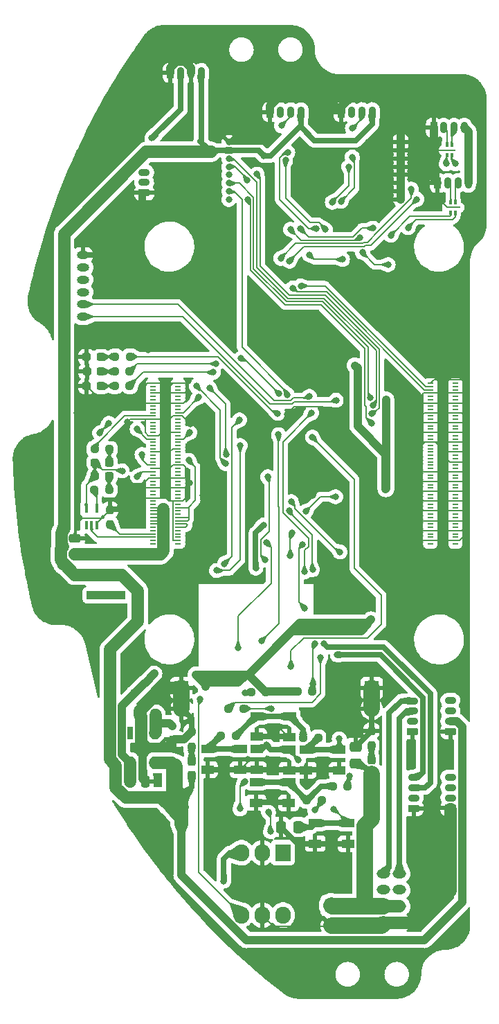
<source format=gtl>
%TF.GenerationSoftware,KiCad,Pcbnew,7.0.7*%
%TF.CreationDate,2024-01-01T11:44:22+09:00*%
%TF.ProjectId,mother_orion_v5,6d6f7468-6572-45f6-9f72-696f6e5f7635,rev?*%
%TF.SameCoordinates,Original*%
%TF.FileFunction,Copper,L1,Top*%
%TF.FilePolarity,Positive*%
%FSLAX46Y46*%
G04 Gerber Fmt 4.6, Leading zero omitted, Abs format (unit mm)*
G04 Created by KiCad (PCBNEW 7.0.7) date 2024-01-01 11:44:22*
%MOMM*%
%LPD*%
G01*
G04 APERTURE LIST*
G04 Aperture macros list*
%AMRoundRect*
0 Rectangle with rounded corners*
0 $1 Rounding radius*
0 $2 $3 $4 $5 $6 $7 $8 $9 X,Y pos of 4 corners*
0 Add a 4 corners polygon primitive as box body*
4,1,4,$2,$3,$4,$5,$6,$7,$8,$9,$2,$3,0*
0 Add four circle primitives for the rounded corners*
1,1,$1+$1,$2,$3*
1,1,$1+$1,$4,$5*
1,1,$1+$1,$6,$7*
1,1,$1+$1,$8,$9*
0 Add four rect primitives between the rounded corners*
20,1,$1+$1,$2,$3,$4,$5,0*
20,1,$1+$1,$4,$5,$6,$7,0*
20,1,$1+$1,$6,$7,$8,$9,0*
20,1,$1+$1,$8,$9,$2,$3,0*%
%AMFreePoly0*
4,1,13,0.900000,0.500000,2.600000,0.500000,2.600000,-0.500000,0.900000,-0.500000,0.400000,-1.000000,-0.400000,-1.000000,-0.900000,-0.500000,-2.600000,-0.500000,-2.600000,0.500000,-0.900000,0.500000,-0.400000,1.000000,0.400000,1.000000,0.900000,0.500000,0.900000,0.500000,$1*%
G04 Aperture macros list end*
%TA.AperFunction,SMDPad,CuDef*%
%ADD10RoundRect,0.237500X-0.237500X0.250000X-0.237500X-0.250000X0.237500X-0.250000X0.237500X0.250000X0*%
%TD*%
%TA.AperFunction,ComponentPad*%
%ADD11RoundRect,0.225000X0.475000X-0.225000X0.475000X0.225000X-0.475000X0.225000X-0.475000X-0.225000X0*%
%TD*%
%TA.AperFunction,ComponentPad*%
%ADD12O,1.400000X0.900000*%
%TD*%
%TA.AperFunction,SMDPad,CuDef*%
%ADD13RoundRect,0.237500X-0.250000X-0.237500X0.250000X-0.237500X0.250000X0.237500X-0.250000X0.237500X0*%
%TD*%
%TA.AperFunction,SMDPad,CuDef*%
%ADD14RoundRect,0.237500X0.287500X0.237500X-0.287500X0.237500X-0.287500X-0.237500X0.287500X-0.237500X0*%
%TD*%
%TA.AperFunction,SMDPad,CuDef*%
%ADD15R,0.700000X0.200000*%
%TD*%
%TA.AperFunction,SMDPad,CuDef*%
%ADD16RoundRect,0.250000X0.250000X0.475000X-0.250000X0.475000X-0.250000X-0.475000X0.250000X-0.475000X0*%
%TD*%
%TA.AperFunction,SMDPad,CuDef*%
%ADD17RoundRect,0.237500X-0.287500X-0.237500X0.287500X-0.237500X0.287500X0.237500X-0.287500X0.237500X0*%
%TD*%
%TA.AperFunction,SMDPad,CuDef*%
%ADD18R,1.500000X1.000000*%
%TD*%
%TA.AperFunction,ComponentPad*%
%ADD19RoundRect,0.225000X-0.225000X-0.475000X0.225000X-0.475000X0.225000X0.475000X-0.225000X0.475000X0*%
%TD*%
%TA.AperFunction,ComponentPad*%
%ADD20O,0.900000X1.400000*%
%TD*%
%TA.AperFunction,SMDPad,CuDef*%
%ADD21RoundRect,0.237500X0.250000X0.237500X-0.250000X0.237500X-0.250000X-0.237500X0.250000X-0.237500X0*%
%TD*%
%TA.AperFunction,ComponentPad*%
%ADD22R,1.600000X1.600000*%
%TD*%
%TA.AperFunction,ComponentPad*%
%ADD23C,1.600000*%
%TD*%
%TA.AperFunction,SMDPad,CuDef*%
%ADD24RoundRect,0.250000X-0.475000X0.250000X-0.475000X-0.250000X0.475000X-0.250000X0.475000X0.250000X0*%
%TD*%
%TA.AperFunction,SMDPad,CuDef*%
%ADD25R,0.300000X0.600000*%
%TD*%
%TA.AperFunction,SMDPad,CuDef*%
%ADD26R,0.600000X0.200000*%
%TD*%
%TA.AperFunction,SMDPad,CuDef*%
%ADD27RoundRect,0.250000X0.475000X-0.337500X0.475000X0.337500X-0.475000X0.337500X-0.475000X-0.337500X0*%
%TD*%
%TA.AperFunction,SMDPad,CuDef*%
%ADD28R,2.325000X1.050000*%
%TD*%
%TA.AperFunction,SMDPad,CuDef*%
%ADD29R,2.325000X0.975000*%
%TD*%
%TA.AperFunction,SMDPad,CuDef*%
%ADD30R,2.300000X1.025000*%
%TD*%
%TA.AperFunction,SMDPad,CuDef*%
%ADD31R,2.350000X0.975000*%
%TD*%
%TA.AperFunction,SMDPad,CuDef*%
%ADD32R,2.350000X0.950000*%
%TD*%
%TA.AperFunction,SMDPad,CuDef*%
%ADD33R,2.375000X1.025000*%
%TD*%
%TA.AperFunction,SMDPad,CuDef*%
%ADD34RoundRect,0.237500X-0.237500X0.287500X-0.237500X-0.287500X0.237500X-0.287500X0.237500X0.287500X0*%
%TD*%
%TA.AperFunction,ComponentPad*%
%ADD35R,1.900000X2.100000*%
%TD*%
%TA.AperFunction,ComponentPad*%
%ADD36O,1.900000X2.100000*%
%TD*%
%TA.AperFunction,ComponentPad*%
%ADD37RoundRect,0.250000X0.575000X-0.350000X0.575000X0.350000X-0.575000X0.350000X-0.575000X-0.350000X0*%
%TD*%
%TA.AperFunction,ComponentPad*%
%ADD38O,1.650000X1.200000*%
%TD*%
%TA.AperFunction,ComponentPad*%
%ADD39C,0.800000*%
%TD*%
%TA.AperFunction,ComponentPad*%
%ADD40O,0.800000X0.800000*%
%TD*%
%TA.AperFunction,SMDPad,CuDef*%
%ADD41R,1.200000X0.900000*%
%TD*%
%TA.AperFunction,SMDPad,CuDef*%
%ADD42R,0.700000X1.500000*%
%TD*%
%TA.AperFunction,SMDPad,CuDef*%
%ADD43FreePoly0,270.000000*%
%TD*%
%TA.AperFunction,ComponentPad*%
%ADD44O,1.524000X1.000000*%
%TD*%
%TA.AperFunction,ComponentPad*%
%ADD45R,0.850000X0.850000*%
%TD*%
%TA.AperFunction,ComponentPad*%
%ADD46O,0.850000X0.850000*%
%TD*%
%TA.AperFunction,SMDPad,CuDef*%
%ADD47R,0.400000X1.050000*%
%TD*%
%TA.AperFunction,SMDPad,CuDef*%
%ADD48RoundRect,0.250000X-0.250000X-0.475000X0.250000X-0.475000X0.250000X0.475000X-0.250000X0.475000X0*%
%TD*%
%TA.AperFunction,SMDPad,CuDef*%
%ADD49RoundRect,0.250000X0.337500X0.475000X-0.337500X0.475000X-0.337500X-0.475000X0.337500X-0.475000X0*%
%TD*%
%TA.AperFunction,ComponentPad*%
%ADD50R,1.700000X1.700000*%
%TD*%
%TA.AperFunction,ComponentPad*%
%ADD51O,1.700000X1.700000*%
%TD*%
%TA.AperFunction,ViaPad*%
%ADD52C,0.800000*%
%TD*%
%TA.AperFunction,Conductor*%
%ADD53C,0.200000*%
%TD*%
%TA.AperFunction,Conductor*%
%ADD54C,1.000000*%
%TD*%
%TA.AperFunction,Conductor*%
%ADD55C,0.700000*%
%TD*%
%TA.AperFunction,Conductor*%
%ADD56C,1.500000*%
%TD*%
%TA.AperFunction,Conductor*%
%ADD57C,0.250000*%
%TD*%
%TA.AperFunction,Conductor*%
%ADD58C,2.000000*%
%TD*%
G04 APERTURE END LIST*
D10*
%TO.P,R1,1*%
%TO.N,GND*%
X64120000Y-145937500D03*
%TO.P,R1,2*%
%TO.N,Net-(D1-K)*%
X64120000Y-147762500D03*
%TD*%
D11*
%TO.P, ,1,Pin_1*%
%TO.N,GND*%
X69270000Y-155415000D03*
D12*
%TO.P, ,2,Pin_2*%
%TO.N,+5V*%
X69270000Y-154165000D03*
%TO.P, ,3,Pin_3*%
%TO.N,CAN1_H*%
X69270000Y-152915000D03*
%TO.P, ,4,Pin_4*%
%TO.N,CAN1_L*%
X69270000Y-151665000D03*
%TD*%
D10*
%TO.P,R21,1*%
%TO.N,GND*%
X32160000Y-118927500D03*
%TO.P,R21,2*%
%TO.N,Net-(U3A-~{nRPIBOOT})*%
X32160000Y-120752500D03*
%TD*%
D13*
%TO.P,R10,1*%
%TO.N,Net-(R10-Pad1)*%
X59385000Y-152730000D03*
%TO.P,R10,2*%
%TO.N,Net-(R10-Pad2)*%
X61210000Y-152730000D03*
%TD*%
D11*
%TO.P,J10,1,Pin_1*%
%TO.N,GND*%
X36310000Y-80190000D03*
D12*
%TO.P,J10,2,Pin_2*%
%TO.N,/CM4_TX*%
X36310000Y-78940000D03*
%TO.P,J10,3,Pin_3*%
%TO.N,/CM4_RX*%
X36310000Y-77690000D03*
%TD*%
D11*
%TO.P, ,1,Pin_1*%
%TO.N,GND*%
X73760000Y-155390000D03*
D12*
%TO.P, ,2,Pin_2*%
%TO.N,+5V*%
X73760000Y-154140000D03*
%TO.P, ,3,Pin_3*%
%TO.N,CAN1_H*%
X73760000Y-152890000D03*
%TO.P, ,4,Pin_4*%
%TO.N,CAN1_L*%
X73760000Y-151640000D03*
%TD*%
D14*
%TO.P,D9,1,K*%
%TO.N,Net-(D9-K)*%
X32015000Y-114850000D03*
%TO.P,D9,2,A*%
%TO.N,+3.3VA*%
X30265000Y-114850000D03*
%TD*%
D15*
%TO.P,U3,1,GND*%
%TO.N,GND*%
X37380000Y-103484000D03*
%TO.P,U3,2,GND*%
X40460000Y-103484000D03*
%TO.P,U3,3,Ethernet_Pair3_P*%
%TO.N,unconnected-(U3A-Ethernet_Pair3_P-Pad3)*%
X37380000Y-103884000D03*
%TO.P,U3,4,Ethernet_Pair1_P*%
%TO.N,unconnected-(U3A-Ethernet_Pair1_P-Pad4)*%
X40460000Y-103884000D03*
%TO.P,U3,5,Ethernet_Pair3_N*%
%TO.N,unconnected-(U3A-Ethernet_Pair3_N-Pad5)*%
X37380000Y-104284000D03*
%TO.P,U3,6,Ethernet_Pair1_N*%
%TO.N,unconnected-(U3A-Ethernet_Pair1_N-Pad6)*%
X40460000Y-104284000D03*
%TO.P,U3,7,GND*%
%TO.N,GND*%
X37380000Y-104684000D03*
%TO.P,U3,8,GND*%
X40460000Y-104684000D03*
%TO.P,U3,9,Ethernet_Pair2_N*%
%TO.N,unconnected-(U3A-Ethernet_Pair2_N-Pad9)*%
X37380000Y-105084000D03*
%TO.P,U3,10,Ethernet_Pair0_N*%
%TO.N,unconnected-(U3A-Ethernet_Pair0_N-Pad10)*%
X40460000Y-105084000D03*
%TO.P,U3,11,Ethernet_Pair2_P*%
%TO.N,unconnected-(U3A-Ethernet_Pair2_P-Pad11)*%
X37380000Y-105484000D03*
%TO.P,U3,12,Ethernet_Pair0_P*%
%TO.N,unconnected-(U3A-Ethernet_Pair0_P-Pad12)*%
X40460000Y-105484000D03*
%TO.P,U3,13,GND*%
%TO.N,GND*%
X37380000Y-105884000D03*
%TO.P,U3,14,GND*%
X40460000Y-105884000D03*
%TO.P,U3,15,~{Ethernet_nLED3}*%
%TO.N,unconnected-(U3A-~{Ethernet_nLED3}-Pad15)*%
X37380000Y-106284000D03*
%TO.P,U3,16,Ethernet_SYNC_IN*%
%TO.N,unconnected-(U3A-Ethernet_SYNC_IN-Pad16)*%
X40460000Y-106284000D03*
%TO.P,U3,17,~{Ethernet_nLED2}*%
%TO.N,unconnected-(U3A-~{Ethernet_nLED2}-Pad17)*%
X37380000Y-106684000D03*
%TO.P,U3,18,Ethernet_SYNC_OUT*%
%TO.N,unconnected-(U3A-Ethernet_SYNC_OUT-Pad18)*%
X40460000Y-106684000D03*
%TO.P,U3,19,~{Ethernet_nLED1}*%
%TO.N,unconnected-(U3A-~{Ethernet_nLED1}-Pad19)*%
X37380000Y-107084000D03*
%TO.P,U3,20,EEPROM_nWP*%
%TO.N,Net-(U3A-EEPROM_nWP)*%
X40460000Y-107084000D03*
%TO.P,U3,21,~{Pi_nLED_Activity}*%
%TO.N,Net-(U3A-~{Pi_nLED_Activity})*%
X37380000Y-107484000D03*
%TO.P,U3,22,GND*%
%TO.N,GND*%
X40460000Y-107484000D03*
%TO.P,U3,23,GND*%
X37380000Y-107884000D03*
%TO.P,U3,24,GPIO26*%
%TO.N,unconnected-(U3A-GPIO26-Pad24)*%
X40460000Y-107884000D03*
%TO.P,U3,25,GPIO21*%
%TO.N,unconnected-(U3A-GPIO21-Pad25)*%
X37380000Y-108284000D03*
%TO.P,U3,26,GPIO19*%
%TO.N,unconnected-(U3A-GPIO19-Pad26)*%
X40460000Y-108284000D03*
%TO.P,U3,27,GPIO20*%
%TO.N,unconnected-(U3A-GPIO20-Pad27)*%
X37380000Y-108684000D03*
%TO.P,U3,28,GPIO13*%
%TO.N,unconnected-(U3A-GPIO13-Pad28)*%
X40460000Y-108684000D03*
%TO.P,U3,29,GPIO16*%
%TO.N,unconnected-(U3A-GPIO16-Pad29)*%
X37380000Y-109084000D03*
%TO.P,U3,30,GPIO6*%
%TO.N,unconnected-(U3A-GPIO6-Pad30)*%
X40460000Y-109084000D03*
%TO.P,U3,31,GPIO12*%
%TO.N,unconnected-(U3A-GPIO12-Pad31)*%
X37380000Y-109484000D03*
%TO.P,U3,32,GND*%
%TO.N,GND*%
X40460000Y-109484000D03*
%TO.P,U3,33,GND*%
X37380000Y-109884000D03*
%TO.P,U3,34,GPIO5*%
%TO.N,unconnected-(U3A-GPIO5-Pad34)*%
X40460000Y-109884000D03*
%TO.P,U3,35,ID_SC*%
%TO.N,Net-(U3A-ID_SC)*%
X37380000Y-110284000D03*
%TO.P,U3,36,ID_SD*%
%TO.N,Net-(U3A-ID_SD)*%
X40460000Y-110284000D03*
%TO.P,U3,37,GPIO7*%
%TO.N,unconnected-(U3A-GPIO7-Pad37)*%
X37380000Y-110684000D03*
%TO.P,U3,38,GPIO11*%
%TO.N,unconnected-(U3A-GPIO11-Pad38)*%
X40460000Y-110684000D03*
%TO.P,U3,39,GPIO8*%
%TO.N,unconnected-(U3A-GPIO8-Pad39)*%
X37380000Y-111084000D03*
%TO.P,U3,40,GPIO9*%
%TO.N,unconnected-(U3A-GPIO9-Pad40)*%
X40460000Y-111084000D03*
%TO.P,U3,41,GPIO25*%
%TO.N,unconnected-(U3A-GPIO25-Pad41)*%
X37380000Y-111484000D03*
%TO.P,U3,42,GND*%
%TO.N,GND*%
X40460000Y-111484000D03*
%TO.P,U3,43,GND*%
X37380000Y-111884000D03*
%TO.P,U3,44,GPIO10*%
%TO.N,unconnected-(U3A-GPIO10-Pad44)*%
X40460000Y-111884000D03*
%TO.P,U3,45,GPIO24*%
%TO.N,unconnected-(U3A-GPIO24-Pad45)*%
X37380000Y-112284000D03*
%TO.P,U3,46,GPIO22*%
%TO.N,unconnected-(U3A-GPIO22-Pad46)*%
X40460000Y-112284000D03*
%TO.P,U3,47,GPIO23*%
%TO.N,unconnected-(U3A-GPIO23-Pad47)*%
X37380000Y-112684000D03*
%TO.P,U3,48,GPIO27*%
%TO.N,unconnected-(U3A-GPIO27-Pad48)*%
X40460000Y-112684000D03*
%TO.P,U3,49,GPIO18*%
%TO.N,unconnected-(U3A-GPIO18-Pad49)*%
X37380000Y-113084000D03*
%TO.P,U3,50,GPIO17*%
%TO.N,unconnected-(U3A-GPIO17-Pad50)*%
X40460000Y-113084000D03*
%TO.P,U3,51,GPIO15*%
%TO.N,/CM4_RX*%
X37380000Y-113484000D03*
%TO.P,U3,52,GND*%
%TO.N,GND*%
X40460000Y-113484000D03*
%TO.P,U3,53,GND*%
X37380000Y-113884000D03*
%TO.P,U3,54,GPIO4*%
%TO.N,unconnected-(U3A-GPIO4-Pad54)*%
X40460000Y-113884000D03*
%TO.P,U3,55,GPIO14*%
%TO.N,/CM4_TX*%
X37380000Y-114284000D03*
%TO.P,U3,56,GPIO3*%
%TO.N,unconnected-(U3A-GPIO3-Pad56)*%
X40460000Y-114284000D03*
%TO.P,U3,57,SD_CLK*%
%TO.N,unconnected-(U3A-SD_CLK-Pad57)*%
X37380000Y-114684000D03*
%TO.P,U3,58,GPIO2*%
%TO.N,unconnected-(U3A-GPIO2-Pad58)*%
X40460000Y-114684000D03*
%TO.P,U3,59,GND*%
%TO.N,GND*%
X37380000Y-115084000D03*
%TO.P,U3,60,GND*%
X40460000Y-115084000D03*
%TO.P,U3,61,SD_DAT3*%
%TO.N,unconnected-(U3A-SD_DAT3-Pad61)*%
X37380000Y-115484000D03*
%TO.P,U3,62,SD_CMD*%
%TO.N,unconnected-(U3A-SD_CMD-Pad62)*%
X40460000Y-115484000D03*
%TO.P,U3,63,SD_DAT0*%
%TO.N,unconnected-(U3A-SD_DAT0-Pad63)*%
X37380000Y-115884000D03*
%TO.P,U3,64,SD_DAT5*%
%TO.N,unconnected-(U3A-SD_DAT5-Pad64)*%
X40460000Y-115884000D03*
%TO.P,U3,65,GND*%
%TO.N,GND*%
X37380000Y-116284000D03*
%TO.P,U3,66,GND*%
X40460000Y-116284000D03*
%TO.P,U3,67,SD_DAT1*%
%TO.N,unconnected-(U3A-SD_DAT1-Pad67)*%
X37380000Y-116684000D03*
%TO.P,U3,68,SD_DAT4*%
%TO.N,unconnected-(U3A-SD_DAT4-Pad68)*%
X40460000Y-116684000D03*
%TO.P,U3,69,SD_DAT2*%
%TO.N,unconnected-(U3A-SD_DAT2-Pad69)*%
X37380000Y-117084000D03*
%TO.P,U3,70,SD_DAT7*%
%TO.N,unconnected-(U3A-SD_DAT7-Pad70)*%
X40460000Y-117084000D03*
%TO.P,U3,71,GND*%
%TO.N,GND*%
X37380000Y-117484000D03*
%TO.P,U3,72,SD_DAT6*%
%TO.N,unconnected-(U3A-SD_DAT6-Pad72)*%
X40460000Y-117484000D03*
%TO.P,U3,73,SD_VDD_Override*%
%TO.N,unconnected-(U3A-SD_VDD_Override-Pad73)*%
X37380000Y-117884000D03*
%TO.P,U3,74,GND*%
%TO.N,GND*%
X40460000Y-117884000D03*
%TO.P,U3,75,SD_PWR_ON*%
%TO.N,unconnected-(U3A-SD_PWR_ON-Pad75)*%
X37380000Y-118284000D03*
%TO.P,U3,76,Reserved*%
%TO.N,unconnected-(U3A-Reserved-Pad76)*%
X40460000Y-118284000D03*
%TO.P,U3,77,+5V*%
%TO.N,Net-(SW8A-A)*%
X37380000Y-118684000D03*
%TO.P,U3,78,GPIO_VREF*%
%TO.N,+3.3VA*%
X40460000Y-118684000D03*
%TO.P,U3,79,+5V*%
%TO.N,Net-(SW8A-A)*%
X37380000Y-119084000D03*
%TO.P,U3,80,I2C_SCL0*%
%TO.N,unconnected-(U3A-I2C_SCL0-Pad80)*%
X40460000Y-119084000D03*
%TO.P,U3,81,+5V*%
%TO.N,Net-(SW8A-A)*%
X37380000Y-119484000D03*
%TO.P,U3,82,I2C_SDA0*%
%TO.N,unconnected-(U3A-I2C_SDA0-Pad82)*%
X40460000Y-119484000D03*
%TO.P,U3,83,+5V*%
%TO.N,Net-(SW8A-A)*%
X37380000Y-119884000D03*
%TO.P,U3,84,CM4_3.3V_Out*%
%TO.N,+3.3VA*%
X40460000Y-119884000D03*
%TO.P,U3,85,+5V*%
%TO.N,Net-(SW8A-A)*%
X37380000Y-120284000D03*
%TO.P,U3,86,CM4_3.3V_Out*%
%TO.N,+3.3VA*%
X40460000Y-120284000D03*
%TO.P,U3,87,+5V*%
%TO.N,Net-(SW8A-A)*%
X37380000Y-120684000D03*
%TO.P,U3,88,CM4_1.8V_Out*%
%TO.N,+1V8*%
X40460000Y-120684000D03*
%TO.P,U3,89,~{WL_nDisable}*%
%TO.N,unconnected-(U3A-~{WL_nDisable}-Pad89)*%
X37380000Y-121084000D03*
%TO.P,U3,90,CM4_1.8V_Out*%
%TO.N,+1V8*%
X40460000Y-121084000D03*
%TO.P,U3,91,~{BT_nDisable}*%
%TO.N,unconnected-(U3A-~{BT_nDisable}-Pad91)*%
X37380000Y-121484000D03*
%TO.P,U3,92,RUN_PG*%
%TO.N,unconnected-(U3A-RUN_PG-Pad92)*%
X40460000Y-121484000D03*
%TO.P,U3,93,~{nRPIBOOT}*%
%TO.N,Net-(U3A-~{nRPIBOOT})*%
X37380000Y-121884000D03*
%TO.P,U3,94,AnalogIP1*%
%TO.N,unconnected-(U3A-AnalogIP1-Pad94)*%
X40460000Y-121884000D03*
%TO.P,U3,95,~{PI_LED_nPWR}*%
%TO.N,Net-(U3A-~{PI_LED_nPWR})*%
X37380000Y-122284000D03*
%TO.P,U3,96,AnalogIP0*%
%TO.N,unconnected-(U3A-AnalogIP0-Pad96)*%
X40460000Y-122284000D03*
%TO.P,U3,97,Camera_GPIO*%
%TO.N,unconnected-(U3A-Camera_GPIO-Pad97)*%
X37380000Y-122684000D03*
%TO.P,U3,98,GND*%
%TO.N,GND*%
X40460000Y-122684000D03*
%TO.P,U3,99,GLOBAL_EN*%
%TO.N,unconnected-(U3A-GLOBAL_EN-Pad99)*%
X37380000Y-123084000D03*
%TO.P,U3,100,~{nEXTRST}*%
%TO.N,unconnected-(U3A-~{nEXTRST}-Pad100)*%
X40460000Y-123084000D03*
%TO.P,U3,101,USB_OTG_ID*%
%TO.N,GND*%
X71300000Y-103484000D03*
%TO.P,U3,102,~{PCIe_CLK_nREQ}*%
%TO.N,unconnected-(U3B-~{PCIe_CLK_nREQ}-Pad102)*%
X74380000Y-103484000D03*
%TO.P,U3,103,USB_N*%
%TO.N,USB_DM*%
X71300000Y-103884000D03*
%TO.P,U3,104,Reserved*%
%TO.N,unconnected-(U3B-Reserved-Pad104)*%
X74380000Y-103884000D03*
%TO.P,U3,105,USB_P*%
%TO.N,USB_DP*%
X71300000Y-104284000D03*
%TO.P,U3,106,Reserved*%
%TO.N,unconnected-(U3B-Reserved-Pad106)*%
X74380000Y-104284000D03*
%TO.P,U3,107,GND*%
%TO.N,GND*%
X71300000Y-104684000D03*
%TO.P,U3,108,GND*%
X74380000Y-104684000D03*
%TO.P,U3,109,~{PCIe_nRST}*%
%TO.N,unconnected-(U3B-~{PCIe_nRST}-Pad109)*%
X71300000Y-105084000D03*
%TO.P,U3,110,PCIe_CLK_P*%
%TO.N,unconnected-(U3B-PCIe_CLK_P-Pad110)*%
X74380000Y-105084000D03*
%TO.P,U3,111,VDAC_COMP*%
%TO.N,unconnected-(U3B-VDAC_COMP-Pad111)*%
X71300000Y-105484000D03*
%TO.P,U3,112,PCIe_CLK_N*%
%TO.N,unconnected-(U3B-PCIe_CLK_N-Pad112)*%
X74380000Y-105484000D03*
%TO.P,U3,113,GND*%
%TO.N,GND*%
X71300000Y-105884000D03*
%TO.P,U3,114,GND*%
X74380000Y-105884000D03*
%TO.P,U3,115,CAM1_D0_N*%
%TO.N,unconnected-(U3B-CAM1_D0_N-Pad115)*%
X71300000Y-106284000D03*
%TO.P,U3,116,PCIe_RX_P*%
%TO.N,unconnected-(U3B-PCIe_RX_P-Pad116)*%
X74380000Y-106284000D03*
%TO.P,U3,117,CAM1_D0_P*%
%TO.N,unconnected-(U3B-CAM1_D0_P-Pad117)*%
X71300000Y-106684000D03*
%TO.P,U3,118,PCIe_RX_N*%
%TO.N,unconnected-(U3B-PCIe_RX_N-Pad118)*%
X74380000Y-106684000D03*
%TO.P,U3,119,GND*%
%TO.N,GND*%
X71300000Y-107084000D03*
%TO.P,U3,120,GND*%
X74380000Y-107084000D03*
%TO.P,U3,121,CAM1_D1_N*%
%TO.N,unconnected-(U3B-CAM1_D1_N-Pad121)*%
X71300000Y-107484000D03*
%TO.P,U3,122,PCIe_TX_P*%
%TO.N,unconnected-(U3B-PCIe_TX_P-Pad122)*%
X74380000Y-107484000D03*
%TO.P,U3,123,CAM1_D1_P*%
%TO.N,unconnected-(U3B-CAM1_D1_P-Pad123)*%
X71300000Y-107884000D03*
%TO.P,U3,124,PCIe_TX_N*%
%TO.N,unconnected-(U3B-PCIe_TX_N-Pad124)*%
X74380000Y-107884000D03*
%TO.P,U3,125,GND*%
%TO.N,GND*%
X71300000Y-108284000D03*
%TO.P,U3,126,GND*%
X74380000Y-108284000D03*
%TO.P,U3,127,CAM1_C_N*%
%TO.N,unconnected-(U3B-CAM1_C_N-Pad127)*%
X71300000Y-108684000D03*
%TO.P,U3,128,CAM0_D0_N*%
%TO.N,unconnected-(U3B-CAM0_D0_N-Pad128)*%
X74380000Y-108684000D03*
%TO.P,U3,129,CAM1_C_P*%
%TO.N,unconnected-(U3B-CAM1_C_P-Pad129)*%
X71300000Y-109084000D03*
%TO.P,U3,130,CAM0_D0_P*%
%TO.N,unconnected-(U3B-CAM0_D0_P-Pad130)*%
X74380000Y-109084000D03*
%TO.P,U3,131,GND*%
%TO.N,GND*%
X71300000Y-109484000D03*
%TO.P,U3,132,GND*%
X74380000Y-109484000D03*
%TO.P,U3,133,CAM1_D2_N*%
%TO.N,unconnected-(U3B-CAM1_D2_N-Pad133)*%
X71300000Y-109884000D03*
%TO.P,U3,134,CAM0_D1_N*%
%TO.N,unconnected-(U3B-CAM0_D1_N-Pad134)*%
X74380000Y-109884000D03*
%TO.P,U3,135,CAM1_D2_P*%
%TO.N,unconnected-(U3B-CAM1_D2_P-Pad135)*%
X71300000Y-110284000D03*
%TO.P,U3,136,CAM0_D1_P*%
%TO.N,unconnected-(U3B-CAM0_D1_P-Pad136)*%
X74380000Y-110284000D03*
%TO.P,U3,137,GND*%
%TO.N,GND*%
X71300000Y-110684000D03*
%TO.P,U3,138,GND*%
X74380000Y-110684000D03*
%TO.P,U3,139,CAM1_D3_N*%
%TO.N,unconnected-(U3B-CAM1_D3_N-Pad139)*%
X71300000Y-111084000D03*
%TO.P,U3,140,CAM0_C_N*%
%TO.N,unconnected-(U3B-CAM0_C_N-Pad140)*%
X74380000Y-111084000D03*
%TO.P,U3,141,CAM1_D3_P*%
%TO.N,unconnected-(U3B-CAM1_D3_P-Pad141)*%
X71300000Y-111484000D03*
%TO.P,U3,142,CAM0_C_P*%
%TO.N,unconnected-(U3B-CAM0_C_P-Pad142)*%
X74380000Y-111484000D03*
%TO.P,U3,143,HDMI1_HOTPLUG*%
%TO.N,unconnected-(U3B-HDMI1_HOTPLUG-Pad143)*%
X71300000Y-111884000D03*
%TO.P,U3,144,GND*%
%TO.N,GND*%
X74380000Y-111884000D03*
%TO.P,U3,145,HDMI1_SDA*%
%TO.N,unconnected-(U3B-HDMI1_SDA-Pad145)*%
X71300000Y-112284000D03*
%TO.P,U3,146,HDMI1_TX2_P*%
%TO.N,unconnected-(U3B-HDMI1_TX2_P-Pad146)*%
X74380000Y-112284000D03*
%TO.P,U3,147,HDMI1_SCL*%
%TO.N,unconnected-(U3B-HDMI1_SCL-Pad147)*%
X71300000Y-112684000D03*
%TO.P,U3,148,HDMI1_TX2_N*%
%TO.N,unconnected-(U3B-HDMI1_TX2_N-Pad148)*%
X74380000Y-112684000D03*
%TO.P,U3,149,HDMI1_CEC*%
%TO.N,unconnected-(U3B-HDMI1_CEC-Pad149)*%
X71300000Y-113084000D03*
%TO.P,U3,150,GND*%
%TO.N,GND*%
X74380000Y-113084000D03*
%TO.P,U3,151,HDMI0_CEC*%
%TO.N,unconnected-(U3B-HDMI0_CEC-Pad151)*%
X71300000Y-113484000D03*
%TO.P,U3,152,HDMI1_TX1_P*%
%TO.N,unconnected-(U3B-HDMI1_TX1_P-Pad152)*%
X74380000Y-113484000D03*
%TO.P,U3,153,HDMI0_HOTPLUG*%
%TO.N,unconnected-(U3B-HDMI0_HOTPLUG-Pad153)*%
X71300000Y-113884000D03*
%TO.P,U3,154,HDMI1_TX1_N*%
%TO.N,unconnected-(U3B-HDMI1_TX1_N-Pad154)*%
X74380000Y-113884000D03*
%TO.P,U3,155,GND*%
%TO.N,GND*%
X71300000Y-114284000D03*
%TO.P,U3,156,GND*%
X74380000Y-114284000D03*
%TO.P,U3,157,DSI0_D0_N*%
%TO.N,unconnected-(U3B-DSI0_D0_N-Pad157)*%
X71300000Y-114684000D03*
%TO.P,U3,158,HDMI1_TX0_P*%
%TO.N,unconnected-(U3B-HDMI1_TX0_P-Pad158)*%
X74380000Y-114684000D03*
%TO.P,U3,159,DSI0_D0_P*%
%TO.N,unconnected-(U3B-DSI0_D0_P-Pad159)*%
X71300000Y-115084000D03*
%TO.P,U3,160,HDMI1_TX0_N*%
%TO.N,unconnected-(U3B-HDMI1_TX0_N-Pad160)*%
X74380000Y-115084000D03*
%TO.P,U3,161,GND*%
%TO.N,GND*%
X71300000Y-115484000D03*
%TO.P,U3,162,GND*%
X74380000Y-115484000D03*
%TO.P,U3,163,DSI0_D1_N*%
%TO.N,unconnected-(U3B-DSI0_D1_N-Pad163)*%
X71300000Y-115884000D03*
%TO.P,U3,164,HDMI1_CLK_P*%
%TO.N,unconnected-(U3B-HDMI1_CLK_P-Pad164)*%
X74380000Y-115884000D03*
%TO.P,U3,165,DSI0_D1_P*%
%TO.N,unconnected-(U3B-DSI0_D1_P-Pad165)*%
X71300000Y-116284000D03*
%TO.P,U3,166,HDMI1_CLK_N*%
%TO.N,unconnected-(U3B-HDMI1_CLK_N-Pad166)*%
X74380000Y-116284000D03*
%TO.P,U3,167,GND*%
%TO.N,GND*%
X71300000Y-116684000D03*
%TO.P,U3,168,GND*%
X74380000Y-116684000D03*
%TO.P,U3,169,DSI0_C_N*%
%TO.N,unconnected-(U3B-DSI0_C_N-Pad169)*%
X71300000Y-117084000D03*
%TO.P,U3,170,HDMI0_TX2_P*%
%TO.N,unconnected-(U3B-HDMI0_TX2_P-Pad170)*%
X74380000Y-117084000D03*
%TO.P,U3,171,DSI0_C_P*%
%TO.N,unconnected-(U3B-DSI0_C_P-Pad171)*%
X71300000Y-117484000D03*
%TO.P,U3,172,HDMI0_TX2_N*%
%TO.N,unconnected-(U3B-HDMI0_TX2_N-Pad172)*%
X74380000Y-117484000D03*
%TO.P,U3,173,GND*%
%TO.N,GND*%
X71300000Y-117884000D03*
%TO.P,U3,174,GND*%
X74380000Y-117884000D03*
%TO.P,U3,175,DSI1_D0_N*%
%TO.N,unconnected-(U3B-DSI1_D0_N-Pad175)*%
X71300000Y-118284000D03*
%TO.P,U3,176,HDMI0_TX1_P*%
%TO.N,unconnected-(U3B-HDMI0_TX1_P-Pad176)*%
X74380000Y-118284000D03*
%TO.P,U3,177,DSI1_D0_P*%
%TO.N,unconnected-(U3B-DSI1_D0_P-Pad177)*%
X71300000Y-118684000D03*
%TO.P,U3,178,HDMI0_TX1_N*%
%TO.N,unconnected-(U3B-HDMI0_TX1_N-Pad178)*%
X74380000Y-118684000D03*
%TO.P,U3,179,GND*%
%TO.N,GND*%
X71300000Y-119084000D03*
%TO.P,U3,180,GND*%
X74380000Y-119084000D03*
%TO.P,U3,181,DSI1_D1_N*%
%TO.N,unconnected-(U3B-DSI1_D1_N-Pad181)*%
X71300000Y-119484000D03*
%TO.P,U3,182,HDMI0_TX0_P*%
%TO.N,unconnected-(U3B-HDMI0_TX0_P-Pad182)*%
X74380000Y-119484000D03*
%TO.P,U3,183,DSI1_D1_P*%
%TO.N,unconnected-(U3B-DSI1_D1_P-Pad183)*%
X71300000Y-119884000D03*
%TO.P,U3,184,HDMI0_TX0_N*%
%TO.N,unconnected-(U3B-HDMI0_TX0_N-Pad184)*%
X74380000Y-119884000D03*
%TO.P,U3,185,GND*%
%TO.N,GND*%
X71300000Y-120284000D03*
%TO.P,U3,186,GND*%
X74380000Y-120284000D03*
%TO.P,U3,187,DSI1_C_N*%
%TO.N,unconnected-(U3B-DSI1_C_N-Pad187)*%
X71300000Y-120684000D03*
%TO.P,U3,188,HDMI0_CLK_P*%
%TO.N,unconnected-(U3B-HDMI0_CLK_P-Pad188)*%
X74380000Y-120684000D03*
%TO.P,U3,189,DSI1_C_P*%
%TO.N,unconnected-(U3B-DSI1_C_P-Pad189)*%
X71300000Y-121084000D03*
%TO.P,U3,190,HDMI0_CLK_N*%
%TO.N,unconnected-(U3B-HDMI0_CLK_N-Pad190)*%
X74380000Y-121084000D03*
%TO.P,U3,191,GND*%
%TO.N,GND*%
X71300000Y-121484000D03*
%TO.P,U3,192,GND*%
X74380000Y-121484000D03*
%TO.P,U3,193,DSI1_D2_N*%
%TO.N,unconnected-(U3B-DSI1_D2_N-Pad193)*%
X71300000Y-121884000D03*
%TO.P,U3,194,DSI1_D3_N*%
%TO.N,unconnected-(U3B-DSI1_D3_N-Pad194)*%
X74380000Y-121884000D03*
%TO.P,U3,195,DSI1_D2_P*%
%TO.N,unconnected-(U3B-DSI1_D2_P-Pad195)*%
X71300000Y-122284000D03*
%TO.P,U3,196,DSI1_D3_P*%
%TO.N,unconnected-(U3B-DSI1_D3_P-Pad196)*%
X74380000Y-122284000D03*
%TO.P,U3,197,GND*%
%TO.N,GND*%
X71300000Y-122684000D03*
%TO.P,U3,198,GND*%
X74380000Y-122684000D03*
%TO.P,U3,199,HDMI0_SDA*%
%TO.N,unconnected-(U3B-HDMI0_SDA-Pad199)*%
X71300000Y-123084000D03*
%TO.P,U3,200,HDMI0_SCL*%
%TO.N,unconnected-(U3B-HDMI0_SCL-Pad200)*%
X74380000Y-123084000D03*
%TD*%
D16*
%TO.P,C4,1*%
%TO.N,+5V*%
X37630000Y-144010000D03*
%TO.P,C4,2*%
%TO.N,GND*%
X35730000Y-144010000D03*
%TD*%
D13*
%TO.P,R15,1*%
%TO.N,/U_BTN*%
X46605000Y-143240000D03*
%TO.P,R15,2*%
%TO.N,Net-(C13-Pad1)*%
X48430000Y-143240000D03*
%TD*%
D17*
%TO.P,D6,1,K*%
%TO.N,GND*%
X29311000Y-102048000D03*
%TO.P,D6,2,A*%
%TO.N,Net-(D6-A)*%
X31061000Y-102048000D03*
%TD*%
%TO.P,D3,1,K*%
%TO.N,GND*%
X29283000Y-100270000D03*
%TO.P,D3,2,A*%
%TO.N,Net-(D3-A)*%
X31033000Y-100270000D03*
%TD*%
D18*
%TO.P, ,1,1*%
%TO.N,GND*%
X48040000Y-150730000D03*
X44040000Y-150680000D03*
%TO.P, ,2,2*%
%TO.N,Net-(R5-Pad2)*%
X48100000Y-148190000D03*
X44040000Y-148180000D03*
%TD*%
D19*
%TO.P,J14,1,Pin_1*%
%TO.N,GND*%
X39525000Y-65540000D03*
D20*
%TO.P,J14,2,Pin_2*%
%TO.N,+3V3*%
X40775000Y-65540000D03*
%TO.P,J14,3,Pin_3*%
%TO.N,GND*%
X42025000Y-65540000D03*
%TO.P,J14,4,Pin_4*%
%TO.N,+5V*%
X43275000Y-65540000D03*
%TD*%
D18*
%TO.P,RST,1,1*%
%TO.N,GND*%
X61230000Y-159780000D03*
X57230000Y-159730000D03*
%TO.P,RST,2,2*%
%TO.N,/T_NRST*%
X61290000Y-157240000D03*
X57230000Y-157230000D03*
%TD*%
%TO.P, ,1,1*%
%TO.N,GND*%
X54100000Y-146720000D03*
X50100000Y-146670000D03*
%TO.P, ,2,2*%
%TO.N,Net-(R5-Pad1)*%
X54160000Y-144180000D03*
X50100000Y-144170000D03*
%TD*%
D14*
%TO.P,D8,1,K*%
%TO.N,Net-(D8-K)*%
X32045000Y-113160000D03*
%TO.P,D8,2,A*%
%TO.N,+3.3VA*%
X30295000Y-113160000D03*
%TD*%
D21*
%TO.P,R11,1*%
%TO.N,Net-(C13-Pad1)*%
X58020000Y-154460000D03*
%TO.P,R11,2*%
%TO.N,Net-(R10-Pad1)*%
X56195000Y-154460000D03*
%TD*%
D11*
%TO.P, ,1,Pin_1*%
%TO.N,GND*%
X69150000Y-146040000D03*
D12*
%TO.P, ,2,Pin_2*%
%TO.N,+5V*%
X69150000Y-144790000D03*
%TO.P, ,3,Pin_3*%
%TO.N,CAN2_H*%
X69150000Y-143540000D03*
%TO.P, ,4,Pin_4*%
%TO.N,CAN2_L*%
X69150000Y-142290000D03*
%TD*%
D13*
%TO.P,R9,1*%
%TO.N,Net-(D6-A)*%
X32695000Y-102040000D03*
%TO.P,R9,2*%
%TO.N,/LED_R*%
X34520000Y-102040000D03*
%TD*%
D21*
%TO.P,R5,1*%
%TO.N,Net-(R5-Pad1)*%
X47515000Y-146590000D03*
%TO.P,R5,2*%
%TO.N,Net-(R5-Pad2)*%
X45690000Y-146590000D03*
%TD*%
D22*
%TO.P, ,1*%
%TO.N,+BATT*%
X59200000Y-167297621D03*
D23*
%TO.P, ,2*%
%TO.N,GND*%
X59200000Y-169797621D03*
%TD*%
D19*
%TO.P,USB,1,Pin_1*%
%TO.N,GND*%
X72205000Y-79000000D03*
D20*
%TO.P,USB,2,Pin_2*%
%TO.N,Net-(J15-Pin_2)*%
X73455000Y-79000000D03*
%TO.P,USB,3,Pin_3*%
%TO.N,Net-(J15-Pin_3)*%
X74705000Y-79000000D03*
%TO.P,USB,4,Pin_4*%
%TO.N,+5V*%
X75955000Y-79000000D03*
%TD*%
D21*
%TO.P,R19,1*%
%TO.N,Net-(D8-K)*%
X32070000Y-111520000D03*
%TO.P,R19,2*%
%TO.N,Net-(U3A-~{Pi_nLED_Activity})*%
X30245000Y-111520000D03*
%TD*%
D24*
%TO.P,C16,1*%
%TO.N,GND*%
X27840000Y-122470000D03*
%TO.P,C16,2*%
%TO.N,Net-(SW8A-A)*%
X27840000Y-124370000D03*
%TD*%
D19*
%TO.P,J11,1,Pin_1*%
%TO.N,GND*%
X71730000Y-72260000D03*
D20*
%TO.P,J11,2,Pin_2*%
%TO.N,Net-(J11-Pin_2)*%
X72980000Y-72260000D03*
%TO.P,J11,3,Pin_3*%
%TO.N,Net-(J11-Pin_3)*%
X74230000Y-72260000D03*
%TO.P,J11,4,Pin_4*%
%TO.N,+5V*%
X75480000Y-72260000D03*
%TD*%
D25*
%TO.P, ,1,1*%
%TO.N,USB_DM0*%
X73370000Y-75620000D03*
%TO.P, ,2,2*%
%TO.N,USB_DP0*%
X73920000Y-75620000D03*
D26*
%TO.P, ,3,3*%
%TO.N,GND*%
X73145000Y-74995000D03*
D25*
%TO.P, ,4,4*%
%TO.N,Net-(J11-Pin_3)*%
X73920000Y-74370000D03*
%TO.P, ,5,5*%
%TO.N,Net-(J11-Pin_2)*%
X73370000Y-74370000D03*
D26*
%TO.P, ,6*%
%TO.N,GND*%
X74145000Y-74995000D03*
%TD*%
D21*
%TO.P,R12,1*%
%TO.N,+3V3*%
X51195000Y-141210000D03*
%TO.P,R12,2*%
%TO.N,Net-(C13-Pad1)*%
X49370000Y-141210000D03*
%TD*%
D13*
%TO.P,R4,1*%
%TO.N,Net-(D3-A)*%
X32747500Y-100230000D03*
%TO.P,R4,2*%
%TO.N,/LED_B*%
X34572500Y-100230000D03*
%TD*%
D21*
%TO.P,R8,1*%
%TO.N,Net-(R10-Pad2)*%
X57585000Y-146810000D03*
%TO.P,R8,2*%
%TO.N,Net-(R5-Pad1)*%
X55760000Y-146810000D03*
%TD*%
D27*
%TO.P,C6,1*%
%TO.N,+BATT*%
X62170000Y-149947500D03*
%TO.P,C6,2*%
%TO.N,GND*%
X62170000Y-147872500D03*
%TD*%
D28*
%TO.P,CM4 POWER,1,A*%
%TO.N,Net-(SW8A-A)*%
X32880000Y-124380000D03*
D29*
%TO.P,CM4 POWER,2,B*%
%TO.N,+5V*%
X32880000Y-126880000D03*
D30*
%TO.P,CM4 POWER,3,C*%
%TO.N,Net-(SW8A-C)*%
X32880000Y-129380000D03*
D31*
%TO.P,CM4 POWER,4,A*%
%TO.N,Net-(SW8A-A)*%
X30480000Y-124380000D03*
D32*
%TO.P,CM4 POWER,5,B*%
%TO.N,+5V*%
X30480000Y-126880000D03*
D33*
%TO.P,CM4 POWER,6,C*%
%TO.N,Net-(SW8A-C)*%
X30480000Y-129380000D03*
%TD*%
D18*
%TO.P, ,1,1*%
%TO.N,GND*%
X53970000Y-154780000D03*
X49970000Y-154730000D03*
%TO.P, ,2,2*%
%TO.N,Net-(R10-Pad1)*%
X54030000Y-152240000D03*
X49970000Y-152230000D03*
%TD*%
D34*
%TO.P,D2,1,K*%
%TO.N,Net-(D2-K)*%
X42120000Y-149655000D03*
%TO.P,D2,2,A*%
%TO.N,+5V*%
X42120000Y-151405000D03*
%TD*%
D25*
%TO.P, ,1,1*%
%TO.N,USB_DM1*%
X73825000Y-82615000D03*
%TO.P, ,2,2*%
%TO.N,USB_DP1*%
X74375000Y-82615000D03*
D15*
%TO.P, ,3,3*%
%TO.N,GND*%
X73600000Y-81990000D03*
D25*
%TO.P, ,4,4*%
%TO.N,Net-(J15-Pin_3)*%
X74375000Y-81365000D03*
%TO.P, ,5,5*%
%TO.N,Net-(J15-Pin_2)*%
X73825000Y-81365000D03*
D15*
%TO.P, ,6*%
%TO.N,GND*%
X74600000Y-81990000D03*
%TD*%
D10*
%TO.P,R3,1*%
%TO.N,GND*%
X42090000Y-146087500D03*
%TO.P,R3,2*%
%TO.N,Net-(D2-K)*%
X42090000Y-147912500D03*
%TD*%
D13*
%TO.P,R7,1*%
%TO.N,Net-(D5-A)*%
X32717500Y-103800000D03*
%TO.P,R7,2*%
%TO.N,/LED_G*%
X34542500Y-103800000D03*
%TD*%
D17*
%TO.P,D5,1,K*%
%TO.N,GND*%
X29283000Y-103826000D03*
%TO.P,D5,2,A*%
%TO.N,Net-(D5-A)*%
X31033000Y-103826000D03*
%TD*%
D11*
%TO.P, ,1,Pin_1*%
%TO.N,GND*%
X73760000Y-146020000D03*
D12*
%TO.P, ,2,Pin_2*%
%TO.N,+5V*%
X73760000Y-144770000D03*
%TO.P, ,3,Pin_3*%
%TO.N,CAN2_H*%
X73760000Y-143520000D03*
%TO.P, ,4,Pin_4*%
%TO.N,CAN2_L*%
X73760000Y-142270000D03*
%TD*%
D35*
%TO.P,Program Select,1,1*%
%TO.N,/DIP_0*%
X53282500Y-160835000D03*
D36*
%TO.P,Program Select,2,2*%
%TO.N,/DIP_1*%
X48202500Y-168455000D03*
%TO.P,Program Select,4,4*%
%TO.N,/DIP_2*%
X48202500Y-160835000D03*
%TO.P,Program Select,8,8*%
%TO.N,/DIP_3*%
X53282500Y-168455000D03*
%TO.P,Program Select,C,C*%
%TO.N,GND*%
X50742500Y-160835000D03*
X50742500Y-168455000D03*
%TD*%
D37*
%TO.P, ,1,Pin_1*%
%TO.N,GND*%
X65550000Y-169390000D03*
D38*
%TO.P, ,2,Pin_2*%
X67550000Y-169390000D03*
%TO.P, ,3,Pin_3*%
%TO.N,+BATT*%
X65550000Y-167390000D03*
%TO.P, ,4,Pin_4*%
X67550000Y-167390000D03*
%TO.P, ,5,Pin_5*%
%TO.N,CAN1_L*%
X65550000Y-165390000D03*
%TO.P, ,6,Pin_6*%
%TO.N,CAN1_H*%
X67550000Y-165390000D03*
%TO.P, ,7,Pin_7*%
%TO.N,CAN2_L*%
X65550000Y-163390000D03*
%TO.P, ,8,Pin_8*%
%TO.N,CAN2_H*%
X67550000Y-163390000D03*
%TD*%
D18*
%TO.P, ,1,1*%
%TO.N,GND*%
X60130000Y-150810000D03*
X56130000Y-150760000D03*
%TO.P, ,2,2*%
%TO.N,Net-(R10-Pad2)*%
X60190000Y-148270000D03*
X56130000Y-148260000D03*
%TD*%
D39*
%TO.P, ,1*%
%TO.N,GND*%
X46670000Y-74020000D03*
D40*
%TO.P, ,2*%
%TO.N,+5V*%
X46670000Y-75020000D03*
D39*
%TO.P, ,3*%
%TO.N,/SPI_SCLK*%
X46670000Y-76020000D03*
D40*
%TO.P, ,4*%
%TO.N,/SPI_MOSI*%
X46670000Y-77020000D03*
%TO.P, ,5*%
%TO.N,/SPI_MISO*%
X46670000Y-78020000D03*
%TO.P, ,6*%
%TO.N,/SPI_IMU_CS*%
X46670000Y-79020000D03*
%TO.P, ,7*%
%TO.N,/IMU_INT*%
X46670000Y-80020000D03*
%TO.P, ,8*%
%TO.N,/IMU_FSYNC*%
X46670000Y-81020000D03*
%TD*%
D41*
%TO.P,D4,1,A1*%
%TO.N,+5V*%
X40020000Y-150260000D03*
%TO.P,D4,2,A2*%
%TO.N,GND*%
X40020000Y-146960000D03*
%TD*%
D42*
%TO.P, ,1,CTRL*%
%TO.N,+5V*%
X37610000Y-146180000D03*
D43*
%TO.P, ,2,GND*%
%TO.N,GND*%
X36110000Y-148030000D03*
D42*
%TO.P, ,3,BYP*%
%TO.N,unconnected-(U1-BYP-Pad3)*%
X34610000Y-146180000D03*
%TO.P, ,4,VOUT*%
%TO.N,+3V3*%
X34610000Y-149880000D03*
%TO.P, ,5,VIN*%
%TO.N,+5V*%
X37610000Y-149880000D03*
%TD*%
D44*
%TO.P,J13,1,Pin_1*%
%TO.N,GND*%
X28830000Y-87830000D03*
%TO.P,J13,2,Pin_2*%
%TO.N,unconnected-(J13-Pin_2-Pad2)*%
X28830000Y-89330000D03*
%TO.P,J13,3,Pin_3*%
%TO.N,/T_TCK*%
X28830000Y-90830000D03*
%TO.P,J13,4,Pin_4*%
%TO.N,/T_TMS*%
X28830000Y-92330000D03*
%TO.P,J13,5,Pin_5*%
%TO.N,/STLK_TX*%
X28830000Y-93830000D03*
%TO.P,J13,6,Pin_6*%
%TO.N,/STLK_RX*%
X28830000Y-95330000D03*
%TD*%
D13*
%TO.P,R17,1*%
%TO.N,+3V3*%
X55057500Y-141150000D03*
%TO.P,R17,2*%
%TO.N,/T_NRST*%
X56882500Y-141150000D03*
%TD*%
D45*
%TO.P, ,1*%
%TO.N,GND*%
X67670000Y-74020000D03*
D46*
%TO.P, ,2*%
X67670000Y-75020000D03*
%TO.P, ,3*%
X67670000Y-76020000D03*
%TO.P, ,4*%
X67670000Y-77020000D03*
%TO.P, ,5*%
X67670000Y-78020000D03*
%TO.P, ,6*%
X67670000Y-79020000D03*
%TO.P, ,7*%
X67670000Y-80020000D03*
%TO.P, ,8*%
X67670000Y-81020000D03*
%TD*%
D47*
%TO.P, ,1*%
%TO.N,N/C*%
X29220000Y-120800000D03*
%TO.P, ,2*%
%TO.N,Net-(U3A-~{PI_LED_nPWR})*%
X29870000Y-120800000D03*
%TO.P, ,3,GND*%
%TO.N,GND*%
X30520000Y-120800000D03*
%TO.P, ,4*%
%TO.N,Net-(R20-Pad2)*%
X30520000Y-118800000D03*
%TO.P, ,5,VCC*%
%TO.N,+3.3VA*%
X29220000Y-118800000D03*
%TD*%
D48*
%TO.P,C10,1*%
%TO.N,+3V3*%
X34550000Y-152170000D03*
%TO.P,C10,2*%
%TO.N,GND*%
X36450000Y-152170000D03*
%TD*%
D19*
%TO.P,USB,1,Pin_1*%
%TO.N,GND*%
X60440000Y-70340000D03*
D20*
%TO.P,USB,2,Pin_2*%
%TO.N,Net-(J17-Pin_2)*%
X61690000Y-70340000D03*
%TO.P,USB,3,Pin_3*%
%TO.N,Net-(J17-Pin_3)*%
X62940000Y-70340000D03*
%TO.P,USB,4,Pin_4*%
%TO.N,+5V*%
X64190000Y-70340000D03*
%TD*%
D49*
%TO.P,C14,1*%
%TO.N,/T_NRST*%
X55135000Y-157710000D03*
%TO.P,C14,2*%
%TO.N,GND*%
X53060000Y-157710000D03*
%TD*%
D19*
%TO.P,USB,1,Pin_1*%
%TO.N,GND*%
X51719000Y-70350000D03*
D20*
%TO.P,USB,2,Pin_2*%
%TO.N,Net-(J16-Pin_2)*%
X52969000Y-70350000D03*
%TO.P,USB,3,Pin_3*%
%TO.N,Net-(J16-Pin_3)*%
X54219000Y-70350000D03*
%TO.P,USB,4,Pin_4*%
%TO.N,+5V*%
X55469000Y-70350000D03*
%TD*%
D34*
%TO.P,POWER,1,K*%
%TO.N,Net-(D1-K)*%
X64122000Y-149504500D03*
%TO.P,POWER,2,A*%
%TO.N,+BATT*%
X64122000Y-151254500D03*
%TD*%
D21*
%TO.P,R20,1*%
%TO.N,Net-(D9-K)*%
X32045000Y-116490000D03*
%TO.P,R20,2*%
%TO.N,Net-(R20-Pad2)*%
X30220000Y-116490000D03*
%TD*%
D18*
%TO.P, ,1,1*%
%TO.N,GND*%
X54040000Y-150750000D03*
X50040000Y-150700000D03*
%TO.P, ,2,2*%
%TO.N,Net-(C13-Pad1)*%
X54100000Y-148210000D03*
X50040000Y-148200000D03*
%TD*%
D50*
%TO.P, ,1,Pin_1*%
%TO.N,+BATT*%
X64150000Y-154145000D03*
D51*
%TO.P, ,2,Pin_2*%
X64150000Y-156685000D03*
%TD*%
D50*
%TO.P, ,1,Pin_1*%
%TO.N,GND*%
X40890000Y-140715000D03*
D51*
%TO.P, ,2,Pin_2*%
X40890000Y-143255000D03*
%TD*%
D50*
%TO.P, ,1,Pin_1*%
%TO.N,+5V*%
X40890000Y-156635000D03*
D51*
%TO.P, ,2,Pin_2*%
X40890000Y-154095000D03*
%TD*%
D50*
%TO.P, ,1,Pin_1*%
%TO.N,GND*%
X64150000Y-140715000D03*
D51*
%TO.P, ,2,Pin_2*%
X64150000Y-143255000D03*
%TD*%
D52*
%TO.N,+3V3*%
X62089000Y-101311000D03*
%TO.N,+5V*%
X44700000Y-75200000D03*
%TO.N,+3V3*%
X36390000Y-140090000D03*
X49970000Y-126070000D03*
X43780000Y-140530000D03*
X65860000Y-116390000D03*
X50930000Y-120785025D03*
X35120000Y-141310000D03*
X64080000Y-132360000D03*
X37520000Y-138980000D03*
X62830000Y-133750000D03*
X44267258Y-140051371D03*
X37250000Y-73520000D03*
X48718906Y-139158380D03*
X65890000Y-105490000D03*
X42605000Y-139115000D03*
%TO.N,GND*%
X28450000Y-108740000D03*
X59640000Y-119400000D03*
X73690000Y-91970000D03*
X67360000Y-97270000D03*
X57350000Y-112090000D03*
X75260000Y-170350000D03*
X45280000Y-89050000D03*
X68560000Y-118090000D03*
X50740000Y-173650000D03*
X57870000Y-163550000D03*
X60160000Y-109930000D03*
X36790000Y-99440000D03*
X36940000Y-90670000D03*
X45570000Y-122310000D03*
X30800000Y-71870000D03*
X49400000Y-115080000D03*
X41728934Y-103191066D03*
X70630000Y-166140000D03*
X31341000Y-105884000D03*
X45510000Y-84810000D03*
X61740000Y-144940000D03*
X30670000Y-134050000D03*
X58060000Y-143400000D03*
X33310000Y-118580000D03*
X28400000Y-79340000D03*
X28100000Y-107110000D03*
X45240000Y-93860000D03*
X57880000Y-131040000D03*
X63440000Y-118090000D03*
X44760000Y-119830000D03*
X71000000Y-92390000D03*
X29050000Y-98490000D03*
X70870000Y-95410000D03*
X35030000Y-105890000D03*
X65080000Y-80430000D03*
X38410000Y-60430000D03*
X49020000Y-149420000D03*
X63470000Y-123880000D03*
X45250000Y-60340000D03*
X73890000Y-128540000D03*
X34160000Y-66120000D03*
X69120000Y-111390500D03*
X39040000Y-161280000D03*
X23060000Y-125210000D03*
X74310000Y-101060000D03*
X60460000Y-122010000D03*
X55860000Y-177030000D03*
X64070000Y-177800000D03*
X24410000Y-129190000D03*
X44600000Y-115200000D03*
X62700000Y-129570000D03*
X63741002Y-74020000D03*
X54490000Y-111850000D03*
X68560000Y-125950000D03*
X53766009Y-107279282D03*
X57210000Y-64910000D03*
X39420000Y-91630000D03*
X34950000Y-156990000D03*
X39140000Y-96520000D03*
X58540000Y-106760000D03*
X69000000Y-104960000D03*
X56780000Y-144200000D03*
X69110000Y-130030000D03*
X57930000Y-120050000D03*
X56960000Y-117140000D03*
X41620000Y-98850000D03*
X52700000Y-145420000D03*
X34270000Y-108190000D03*
X63290000Y-114590000D03*
X70470000Y-172900000D03*
X45710000Y-117540000D03*
X68240000Y-68260000D03*
X51080000Y-73670000D03*
X36110000Y-126160000D03*
X41960000Y-92590000D03*
X41870000Y-115670002D03*
X42660000Y-120600000D03*
X70790000Y-161120000D03*
X24600000Y-87780000D03*
X46010000Y-150680000D03*
X42220000Y-131580000D03*
X73830000Y-95550000D03*
X60080000Y-140530000D03*
X23860000Y-94750000D03*
X33820000Y-115750000D03*
X21470000Y-113590000D03*
X41930000Y-108480000D03*
X73150000Y-148820000D03*
X43454605Y-117149738D03*
%TO.N,+5V*%
X75230000Y-157800000D03*
X39740000Y-145350000D03*
X50950000Y-75660000D03*
X40020000Y-151940000D03*
%TO.N,+3.3VA*%
X41743750Y-112883750D03*
X33620790Y-114189210D03*
%TO.N,CAN1_TXD*%
X54023817Y-119066486D03*
X56900000Y-126253420D03*
%TO.N,CAN1_RXD*%
X60250000Y-124100000D03*
X54300000Y-117940000D03*
%TO.N,CAN1_L*%
X59940000Y-136670000D03*
%TO.N,CAN1_H*%
X58290000Y-135300000D03*
%TO.N,CAN2_TXD*%
X51420000Y-114910000D03*
X51090000Y-125090000D03*
%TO.N,CAN2_RXD*%
X56070000Y-119140000D03*
X59740000Y-117340000D03*
X54180000Y-124580000D03*
X54360000Y-121780000D03*
%TO.N,/CM4_TX*%
X35460000Y-114870000D03*
X30850050Y-109550050D03*
X31990000Y-108370000D03*
%TO.N,/CM4_RX*%
X36040000Y-112200000D03*
%TO.N,/DIP_0*%
X56890000Y-110070000D03*
X51750000Y-158260000D03*
X51510000Y-155860000D03*
X54266290Y-138116240D03*
%TO.N,/DIP_1*%
X46140000Y-125519500D03*
X47970000Y-107960000D03*
X43160000Y-142070000D03*
%TO.N,/DIP_2*%
X48620498Y-152160000D03*
X46050000Y-164310000D03*
X48030000Y-155490000D03*
X50640000Y-135000000D03*
X52740000Y-109770000D03*
%TO.N,/DIP_3*%
X47810000Y-135790000D03*
X51293801Y-122953850D03*
%TO.N,/LED_G*%
X44748103Y-102142000D03*
%TO.N,/LED_R*%
X45110000Y-101100000D03*
%TO.N,/T_NRST*%
X59470000Y-155510000D03*
X57190000Y-135300000D03*
X56797727Y-107100000D03*
X56961393Y-140170000D03*
X55920000Y-126520000D03*
%TO.N,Net-(U3A-ID_SC)*%
X35440000Y-109090000D03*
%TO.N,Net-(U3A-EEPROM_nWP)*%
X42970000Y-105190000D03*
%TO.N,/STLK_TX*%
X56520000Y-105066768D03*
%TO.N,/STLK_RX*%
X59790000Y-105540000D03*
%TO.N,/SPI_IMU_CS*%
X63988238Y-105242412D03*
%TO.N,/SPI_SCLK*%
X64325361Y-106183875D03*
%TO.N,/SPI_MISO*%
X50114567Y-77914667D03*
X64160000Y-107210000D03*
%TO.N,/SPI_MOSI*%
X48890000Y-78690000D03*
X64120000Y-108360000D03*
X48970000Y-81049622D03*
%TO.N,/IMU_INT*%
X53815000Y-104875000D03*
%TO.N,/IMU_FSYNC*%
X48130000Y-100450000D03*
X52810000Y-104760000D03*
%TO.N,Net-(U3A-ID_SD)*%
X41890000Y-109490000D03*
%TO.N,/U_BTN*%
X57880000Y-136970000D03*
X55690000Y-123150000D03*
X55950000Y-130970000D03*
%TO.N,/T_TMS*%
X42674490Y-103805996D03*
X46230000Y-113270000D03*
%TO.N,/T_TCK*%
X44282856Y-104040281D03*
X46340000Y-112150000D03*
%TO.N,Buzzer*%
X48060000Y-111100000D03*
X45150000Y-126360000D03*
%TO.N,/LED_B*%
X52650025Y-107159975D03*
%TO.N,USB_DP*%
X54496108Y-91831392D03*
%TO.N,USB_DM*%
X55463557Y-91580298D03*
%TO.N,Net-(C13-Pad1)*%
X51273870Y-147676180D03*
X51820000Y-143220000D03*
X48620000Y-141330000D03*
X55180000Y-149500000D03*
X57160000Y-155650000D03*
%TO.N,Net-(R10-Pad2)*%
X60170000Y-146927052D03*
X61450979Y-151492713D03*
%TO.N,Net-(J16-Pin_3)*%
X53100000Y-71990000D03*
%TO.N,Net-(J17-Pin_3)*%
X61780000Y-72320000D03*
%TO.N,Net-(U5-PSELF)*%
X56510000Y-87770000D03*
X60570000Y-88350000D03*
%TO.N,Net-(U5-OVCR1#)*%
X66150000Y-88990000D03*
X63000000Y-87500000D03*
%TO.N,USB_DM1*%
X66500000Y-85390000D03*
X54189256Y-84679206D03*
X62733708Y-85700000D03*
%TO.N,USB_DP1*%
X68600000Y-84460000D03*
X55450000Y-84600000D03*
X64320000Y-84530000D03*
%TO.N,USB_DM2*%
X53883046Y-75265147D03*
X57370815Y-84560765D03*
%TO.N,USB_DP2*%
X53603759Y-76225357D03*
X58470000Y-84660000D03*
%TO.N,USB_DM3*%
X59320000Y-81350000D03*
X61330000Y-77020000D03*
%TO.N,USB_DP3*%
X61760025Y-75840025D03*
X60380000Y-81260000D03*
%TO.N,USB_DM0*%
X73260000Y-76650000D03*
X69672595Y-80986498D03*
X54080000Y-88550000D03*
%TO.N,USB_DP0*%
X53020000Y-88210000D03*
X68990000Y-79760000D03*
X74380000Y-76650000D03*
%TD*%
D53*
%TO.N,USB_DM1*%
X55500050Y-85990000D02*
X54189256Y-84679206D01*
X62443708Y-85990000D02*
X55500050Y-85990000D01*
X62733708Y-85700000D02*
X62443708Y-85990000D01*
D54*
%TO.N,+3V3*%
X62400000Y-101622000D02*
X62089000Y-101311000D01*
X62400000Y-108700000D02*
X62400000Y-101622000D01*
X65860000Y-112160000D02*
X62400000Y-108700000D01*
X65860000Y-116390000D02*
X65860000Y-112160000D01*
X65890000Y-116360000D02*
X65860000Y-116390000D01*
X65890000Y-105490000D02*
X65890000Y-116360000D01*
D55*
%TO.N,+5V*%
X62200000Y-73800000D02*
X64190000Y-71810000D01*
X57100000Y-73800000D02*
X62200000Y-73800000D01*
X55469000Y-72169000D02*
X57100000Y-73800000D01*
X55469000Y-70350000D02*
X55469000Y-72169000D01*
X64190000Y-71810000D02*
X64190000Y-70340000D01*
X55469000Y-71931000D02*
X55469000Y-70350000D01*
X51740000Y-75660000D02*
X55469000Y-71931000D01*
X50950000Y-75660000D02*
X51740000Y-75660000D01*
X44639912Y-75020000D02*
X44700000Y-74959912D01*
X46670000Y-75020000D02*
X44639912Y-75020000D01*
X44700000Y-74959912D02*
X44700000Y-75200000D01*
X44459912Y-75200000D02*
X44459913Y-75199999D01*
X44700000Y-75200000D02*
X44459912Y-75200000D01*
D53*
%TO.N,USB_DP2*%
X57670765Y-83860765D02*
X56600765Y-83860765D01*
X56600765Y-83860765D02*
X53603759Y-80863759D01*
X53603759Y-80863759D02*
X53603759Y-76225357D01*
X58470000Y-84660000D02*
X57670765Y-83860765D01*
%TO.N,USB_DP1*%
X56440000Y-85590000D02*
X55450000Y-84600000D01*
X61853758Y-85590000D02*
X56440000Y-85590000D01*
X62913758Y-84530000D02*
X61853758Y-85590000D01*
X64320000Y-84530000D02*
X62913758Y-84530000D01*
D56*
%TO.N,+3V3*%
X34610000Y-152110000D02*
X34550000Y-152170000D01*
D54*
X43780000Y-140290000D02*
X43780000Y-140530000D01*
X42605000Y-139115000D02*
X43960000Y-139115000D01*
X34610000Y-149880000D02*
X33560000Y-148830000D01*
X43960000Y-139115000D02*
X48675526Y-139115000D01*
X48986620Y-139158380D02*
X48718906Y-139158380D01*
D55*
X49943801Y-126043801D02*
X49943801Y-121771224D01*
D54*
X36410000Y-140090000D02*
X37520000Y-138980000D01*
X35120000Y-141380000D02*
X35120000Y-141310000D01*
X63650000Y-132790000D02*
X55355000Y-132790000D01*
X33560000Y-148830000D02*
X33560000Y-142940000D01*
X36390000Y-140110000D02*
X36390000Y-140090000D01*
X55057500Y-141150000D02*
X51255000Y-141150000D01*
X62830000Y-133750000D02*
X54395000Y-133750000D01*
X55355000Y-132790000D02*
X49065000Y-139080000D01*
X44280883Y-140064996D02*
X44267258Y-140051371D01*
X64080000Y-132360000D02*
X63650000Y-132790000D01*
D55*
X49943801Y-121771224D02*
X50930000Y-120785025D01*
D54*
X51195000Y-141210000D02*
X49065000Y-139080000D01*
X35120000Y-141310000D02*
X35190000Y-141310000D01*
X63650000Y-132790000D02*
X63650000Y-132930000D01*
X36390000Y-140090000D02*
X36410000Y-140090000D01*
X63650000Y-132930000D02*
X62830000Y-133750000D01*
X43780000Y-140290000D02*
X43780000Y-139295000D01*
D55*
X40775000Y-69995000D02*
X40775000Y-65540000D01*
D54*
X33560000Y-142940000D02*
X35120000Y-141380000D01*
X51255000Y-141150000D02*
X51195000Y-141210000D01*
X35190000Y-141310000D02*
X36390000Y-140110000D01*
D55*
X49970000Y-126070000D02*
X49943801Y-126043801D01*
D54*
X43780000Y-139295000D02*
X43960000Y-139115000D01*
X48675526Y-139115000D02*
X48718906Y-139158380D01*
D56*
X34610000Y-149880000D02*
X34610000Y-152110000D01*
D55*
X37250000Y-73520000D02*
X40775000Y-69995000D01*
D54*
X42605000Y-139115000D02*
X43780000Y-140290000D01*
X48718906Y-139158380D02*
X47812290Y-140064996D01*
X54395000Y-133750000D02*
X49065000Y-139080000D01*
X49065000Y-139080000D02*
X48986620Y-139158380D01*
X47812290Y-140064996D02*
X44280883Y-140064996D01*
D53*
%TO.N,GND*%
X70570000Y-117884000D02*
X69956000Y-117884000D01*
X37380000Y-113884000D02*
X39410000Y-113884000D01*
X71300000Y-122684000D02*
X74790000Y-122684000D01*
X38910000Y-104384000D02*
X39810000Y-103484000D01*
X74380000Y-107084000D02*
X70536000Y-107084000D01*
X41370000Y-113710000D02*
X41370000Y-115080000D01*
X75400000Y-103090000D02*
X75350000Y-103040000D01*
X70370000Y-110534000D02*
X70520000Y-110684000D01*
X72205000Y-80795000D02*
X72205000Y-79000000D01*
X71300000Y-116684000D02*
X74380000Y-116684000D01*
X74380000Y-113084000D02*
X75334000Y-113084000D01*
X58540000Y-106760000D02*
X58143887Y-106363887D01*
X75400000Y-107300000D02*
X75184000Y-107084000D01*
D56*
X35730000Y-144010000D02*
X35730000Y-143487944D01*
D53*
X39410000Y-113884000D02*
X39810000Y-113484000D01*
X75400000Y-122214000D02*
X75400000Y-121260000D01*
X40460000Y-105884000D02*
X37380000Y-105884000D01*
X38910000Y-108384000D02*
X38910000Y-117440000D01*
X40460000Y-103484000D02*
X37380000Y-103484000D01*
D54*
X60440000Y-70340000D02*
X60440000Y-69713654D01*
D53*
X71300000Y-119084000D02*
X69954000Y-119084000D01*
X75244000Y-117884000D02*
X75400000Y-118040000D01*
D54*
X58690000Y-68590000D02*
X52730000Y-68590000D01*
D53*
X30520000Y-120800000D02*
X30520000Y-120567500D01*
X74930000Y-122684000D02*
X75400000Y-122214000D01*
X74380000Y-105884000D02*
X75356000Y-105884000D01*
X36160000Y-115750000D02*
X36785000Y-115125000D01*
X41526000Y-105468000D02*
X41526000Y-104584000D01*
X71300000Y-119084000D02*
X74380000Y-119084000D01*
X74600000Y-81990000D02*
X73400000Y-81990000D01*
X69950000Y-114300000D02*
X69950000Y-111384000D01*
X73730000Y-113084000D02*
X73150000Y-112504000D01*
X71300000Y-104684000D02*
X71680000Y-104684000D01*
X71300000Y-116684000D02*
X69976000Y-116684000D01*
X27840000Y-122470000D02*
X27840000Y-120855000D01*
X70750000Y-114284000D02*
X70734000Y-114300000D01*
X69950000Y-111384000D02*
X69126500Y-111384000D01*
X75400000Y-105840000D02*
X75400000Y-104680000D01*
X36440000Y-107884000D02*
X36440000Y-109510000D01*
D56*
X42220000Y-131580000D02*
X42220000Y-125660000D01*
D53*
X37380000Y-104684000D02*
X40460000Y-104684000D01*
D54*
X67670000Y-68830000D02*
X68240000Y-68260000D01*
D53*
X69950000Y-122400000D02*
X70234000Y-122684000D01*
D54*
X60440000Y-69713654D02*
X61893654Y-68260000D01*
D56*
X35730000Y-144010000D02*
X35910000Y-144190000D01*
D53*
X40460000Y-105884000D02*
X41110000Y-105884000D01*
D57*
X63741002Y-74020000D02*
X67670000Y-74020000D01*
D58*
X64150000Y-143255000D02*
X64150000Y-140715000D01*
D53*
X75176000Y-121484000D02*
X75400000Y-121260000D01*
X70476000Y-108284000D02*
X70370000Y-108390000D01*
X75350000Y-103040000D02*
X71744000Y-103040000D01*
X49020000Y-149750000D02*
X48040000Y-150730000D01*
D56*
X67550000Y-169390000D02*
X69875000Y-169390000D01*
X42220000Y-125660000D02*
X45570000Y-122310000D01*
D53*
X36814000Y-109884000D02*
X37380000Y-109884000D01*
X74380000Y-111884000D02*
X75314000Y-111884000D01*
X41370000Y-117524000D02*
X41010000Y-117884000D01*
X75400000Y-110640000D02*
X75400000Y-109610000D01*
X36440000Y-107884000D02*
X34576000Y-107884000D01*
X33820000Y-115750000D02*
X36160000Y-115750000D01*
D55*
X50000000Y-154700000D02*
X53890000Y-154700000D01*
D53*
X75400000Y-119210000D02*
X75400000Y-118040000D01*
X69950000Y-121410000D02*
X69950000Y-122400000D01*
X71300000Y-105884000D02*
X74380000Y-105884000D01*
X70536000Y-107084000D02*
X70370000Y-107250000D01*
X70370000Y-109540000D02*
X70370000Y-110534000D01*
D54*
X40020000Y-146960000D02*
X41217500Y-146960000D01*
D53*
X74790000Y-122684000D02*
X74930000Y-122684000D01*
X75334000Y-108284000D02*
X75400000Y-108350000D01*
D55*
X28830000Y-87830000D02*
X31610000Y-87830000D01*
D53*
X41870000Y-115580000D02*
X41870000Y-115670002D01*
X69126500Y-111384000D02*
X69120000Y-111390500D01*
X74380000Y-105884000D02*
X70516000Y-105884000D01*
X70650000Y-110684000D02*
X71300000Y-110684000D01*
X32507500Y-118580000D02*
X32160000Y-118927500D01*
X69950000Y-115480000D02*
X69950000Y-116710000D01*
X73150000Y-112504000D02*
X73150000Y-111884000D01*
X75396000Y-104684000D02*
X75400000Y-104680000D01*
X34995000Y-116895000D02*
X33310000Y-118580000D01*
X40460000Y-113484000D02*
X41144000Y-113484000D01*
X58143887Y-106363887D02*
X54681404Y-106363887D01*
X34406000Y-117484000D02*
X33310000Y-118580000D01*
X70054000Y-120284000D02*
X69950000Y-120180000D01*
X35015000Y-116895000D02*
X34995000Y-116895000D01*
X74380000Y-121484000D02*
X71300000Y-121484000D01*
D54*
X42025000Y-64913654D02*
X41251346Y-64140000D01*
D53*
X70370000Y-104770000D02*
X70370000Y-106030000D01*
X40460000Y-116284000D02*
X41366000Y-116284000D01*
X41366000Y-116284000D02*
X41370000Y-116280000D01*
X41526000Y-104584000D02*
X41526000Y-103484000D01*
X71300000Y-109484000D02*
X74380000Y-109484000D01*
D54*
X41251346Y-64140000D02*
X40298654Y-64140000D01*
X60440000Y-70340000D02*
X58690000Y-68590000D01*
D58*
X40890000Y-140715000D02*
X40890000Y-143255000D01*
D53*
X75400000Y-109610000D02*
X75400000Y-108350000D01*
X39810000Y-107484000D02*
X39737000Y-107557000D01*
X71300000Y-109484000D02*
X70426000Y-109484000D01*
X70370000Y-108390000D02*
X70370000Y-109540000D01*
X73150000Y-111884000D02*
X71950000Y-110684000D01*
D56*
X65550000Y-169390000D02*
X67550000Y-169390000D01*
D53*
X74380000Y-122684000D02*
X74790000Y-122684000D01*
X41526000Y-103484000D02*
X41728934Y-103281066D01*
D55*
X54050000Y-146670000D02*
X54100000Y-146720000D01*
D53*
X54100000Y-146720000D02*
X54000000Y-146720000D01*
D58*
X65342379Y-169797621D02*
X65550000Y-169590000D01*
D53*
X65550000Y-169390000D02*
X65142379Y-169797621D01*
D55*
X31610000Y-87830000D02*
X35960000Y-83480000D01*
D53*
X69950000Y-119080000D02*
X69950000Y-120180000D01*
X33310000Y-118580000D02*
X32507500Y-118580000D01*
X69950000Y-117890000D02*
X69950000Y-119080000D01*
D55*
X49970000Y-154730000D02*
X50000000Y-154700000D01*
D53*
X74380000Y-121484000D02*
X75176000Y-121484000D01*
D55*
X62185000Y-147872500D02*
X64120000Y-145937500D01*
X53890000Y-154700000D02*
X53970000Y-154780000D01*
D58*
X59200000Y-169797621D02*
X65342379Y-169797621D01*
D53*
X36440000Y-109510000D02*
X36814000Y-109884000D01*
X71300000Y-114284000D02*
X70750000Y-114284000D01*
X54000000Y-146720000D02*
X52700000Y-145420000D01*
D54*
X42025000Y-65540000D02*
X42025000Y-64913654D01*
D56*
X35910000Y-144190000D02*
X35910000Y-147830000D01*
D53*
X40460000Y-115084000D02*
X37380000Y-115084000D01*
X39410000Y-111884000D02*
X39810000Y-111484000D01*
X75400000Y-111970000D02*
X75400000Y-110640000D01*
X75356000Y-110684000D02*
X75400000Y-110640000D01*
X74380000Y-119084000D02*
X75274000Y-119084000D01*
D55*
X60000000Y-150680000D02*
X60130000Y-150810000D01*
D53*
X40460000Y-122684000D02*
X39810000Y-122684000D01*
X41370000Y-115080000D02*
X41870000Y-115580000D01*
X71680000Y-104684000D02*
X70456000Y-104684000D01*
D54*
X36110000Y-148030000D02*
X36110000Y-151830000D01*
D53*
X40934000Y-107484000D02*
X41930000Y-108480000D01*
X75314000Y-111884000D02*
X75400000Y-111970000D01*
D55*
X42090000Y-144455000D02*
X40890000Y-143255000D01*
D54*
X36110000Y-151830000D02*
X36450000Y-152170000D01*
D53*
X52092500Y-169805000D02*
X59192621Y-169805000D01*
X74145000Y-74995000D02*
X71775000Y-74995000D01*
X38910000Y-117440000D02*
X38866000Y-117484000D01*
X40460000Y-109484000D02*
X38430000Y-109484000D01*
X31128750Y-119958750D02*
X32160000Y-118927500D01*
X36440000Y-103774000D02*
X36440000Y-105870000D01*
X40460000Y-107484000D02*
X40934000Y-107484000D01*
X28736250Y-119958750D02*
X31128750Y-119958750D01*
X50742500Y-168455000D02*
X52092500Y-169805000D01*
X37380000Y-111884000D02*
X39410000Y-111884000D01*
X70426000Y-109484000D02*
X70370000Y-109540000D01*
X74380000Y-113084000D02*
X73730000Y-113084000D01*
D55*
X50730000Y-74020000D02*
X51080000Y-73670000D01*
D53*
X71300000Y-121484000D02*
X70024000Y-121484000D01*
X70456000Y-104684000D02*
X70370000Y-104770000D01*
X75274000Y-109484000D02*
X75400000Y-109610000D01*
D55*
X35960000Y-83480000D02*
X35960000Y-80540000D01*
D53*
X75356000Y-105884000D02*
X75400000Y-105840000D01*
X30520000Y-120567500D02*
X32160000Y-118927500D01*
X35036000Y-105884000D02*
X36630000Y-105884000D01*
X75400000Y-118040000D02*
X75400000Y-116730000D01*
X34576000Y-107884000D02*
X34270000Y-108190000D01*
X75400000Y-108350000D02*
X75400000Y-107300000D01*
X39810000Y-103484000D02*
X40460000Y-103484000D01*
X35030000Y-105890000D02*
X35036000Y-105884000D01*
X40460000Y-117884000D02*
X39354000Y-117884000D01*
D56*
X38502944Y-140715000D02*
X40890000Y-140715000D01*
D53*
X49020000Y-149420000D02*
X49020000Y-149750000D01*
D56*
X35730000Y-143487944D02*
X38502944Y-140715000D01*
D53*
X69976000Y-116684000D02*
X69950000Y-116710000D01*
X71840000Y-110684000D02*
X71300000Y-110684000D01*
D55*
X64120000Y-145937500D02*
X64120000Y-143285000D01*
D53*
X37380000Y-105884000D02*
X36630000Y-105884000D01*
D56*
X35910000Y-147830000D02*
X36110000Y-148030000D01*
D53*
X74380000Y-109484000D02*
X75274000Y-109484000D01*
X71775000Y-74995000D02*
X71730000Y-74950000D01*
D54*
X36110000Y-148030000D02*
X38950000Y-148030000D01*
D53*
X35024000Y-105884000D02*
X35030000Y-105890000D01*
D54*
X41217500Y-146960000D02*
X42090000Y-146087500D01*
X67670000Y-74020000D02*
X67670000Y-68830000D01*
D53*
X37380000Y-116284000D02*
X40460000Y-116284000D01*
D54*
X71730000Y-74950000D02*
X71730000Y-72260000D01*
D55*
X57280000Y-159780000D02*
X57230000Y-159730000D01*
D53*
X41526000Y-104584000D02*
X41426000Y-104684000D01*
X40460000Y-115084000D02*
X41366000Y-115084000D01*
X75400000Y-120300000D02*
X75400000Y-119210000D01*
X74380000Y-115484000D02*
X75344000Y-115484000D01*
X41728934Y-103281066D02*
X41728934Y-103191066D01*
X39810000Y-122684000D02*
X39810000Y-117884000D01*
D55*
X62170000Y-147872500D02*
X62185000Y-147872500D01*
D53*
X70234000Y-122684000D02*
X71300000Y-122684000D01*
X37380000Y-107884000D02*
X39410000Y-107884000D01*
X38866000Y-117484000D02*
X37380000Y-117484000D01*
X74380000Y-104684000D02*
X75396000Y-104684000D01*
X38430000Y-109484000D02*
X38030000Y-109884000D01*
X36826000Y-115084000D02*
X36785000Y-115125000D01*
X75384000Y-120284000D02*
X75400000Y-120300000D01*
D54*
X61893654Y-68260000D02*
X68240000Y-68260000D01*
D53*
X36785000Y-115125000D02*
X35015000Y-116895000D01*
D54*
X72205000Y-79000000D02*
X71730000Y-78525000D01*
D53*
X74380000Y-117884000D02*
X70570000Y-117884000D01*
D54*
X38950000Y-148030000D02*
X40020000Y-146960000D01*
D53*
X41110000Y-105884000D02*
X41526000Y-105468000D01*
D55*
X57230000Y-159730000D02*
X55080000Y-159730000D01*
D53*
X39810000Y-111484000D02*
X40460000Y-111484000D01*
D54*
X52730000Y-68590000D02*
X51719000Y-69601000D01*
D53*
X71680000Y-104684000D02*
X74380000Y-104684000D01*
X71744000Y-103040000D02*
X71300000Y-103484000D01*
X70370000Y-107250000D02*
X70370000Y-108390000D01*
X70516000Y-105884000D02*
X70370000Y-106030000D01*
D55*
X64120000Y-143285000D02*
X64150000Y-143255000D01*
D53*
X41144000Y-113484000D02*
X41370000Y-113710000D01*
X37380000Y-107884000D02*
X36440000Y-107884000D01*
X70370000Y-106030000D02*
X70370000Y-107250000D01*
X73400000Y-81990000D02*
X72205000Y-80795000D01*
X71300000Y-117884000D02*
X70570000Y-117884000D01*
X71950000Y-110684000D02*
X71840000Y-110684000D01*
X71300000Y-120284000D02*
X70054000Y-120284000D01*
X54681404Y-106363887D02*
X53766009Y-107279282D01*
X41426000Y-104684000D02*
X40460000Y-104684000D01*
X29050000Y-98490000D02*
X29050000Y-100037000D01*
X35606000Y-116284000D02*
X34995000Y-116895000D01*
X75400000Y-104680000D02*
X75400000Y-103090000D01*
X74380000Y-111884000D02*
X73150000Y-111884000D01*
D54*
X40298654Y-64140000D02*
X39525000Y-64913654D01*
D53*
X37380000Y-103484000D02*
X36730000Y-103484000D01*
X27840000Y-120855000D02*
X28736250Y-119958750D01*
X75400000Y-121260000D02*
X75400000Y-120300000D01*
D54*
X71730000Y-78525000D02*
X71730000Y-74950000D01*
D55*
X46010000Y-150680000D02*
X60000000Y-150680000D01*
D54*
X51719000Y-69601000D02*
X51719000Y-70350000D01*
D53*
X39354000Y-117884000D02*
X38910000Y-117440000D01*
X39810000Y-113484000D02*
X40460000Y-113484000D01*
X75400000Y-115540000D02*
X75400000Y-114280000D01*
X69950000Y-120180000D02*
X69950000Y-121410000D01*
X75400000Y-114280000D02*
X75400000Y-113150000D01*
D54*
X39525000Y-64913654D02*
X39525000Y-65540000D01*
D53*
X37380000Y-116284000D02*
X35606000Y-116284000D01*
X75400000Y-116730000D02*
X75400000Y-115540000D01*
X40460000Y-103484000D02*
X41526000Y-103484000D01*
X65142379Y-169797621D02*
X59200000Y-169797621D01*
X31341000Y-105884000D02*
X35024000Y-105884000D01*
X69954000Y-115484000D02*
X69950000Y-115480000D01*
D55*
X44040000Y-150680000D02*
X46010000Y-150680000D01*
D53*
X41370000Y-116280000D02*
X41370000Y-117524000D01*
X37380000Y-117484000D02*
X34406000Y-117484000D01*
X41370000Y-116280000D02*
X41870000Y-115780000D01*
X38910000Y-108384000D02*
X38910000Y-104384000D01*
X74380000Y-108284000D02*
X75334000Y-108284000D01*
X36730000Y-103484000D02*
X36440000Y-103774000D01*
D55*
X42090000Y-146087500D02*
X42090000Y-144455000D01*
D53*
X39737000Y-107557000D02*
X38910000Y-108384000D01*
X75400000Y-113150000D02*
X75400000Y-111970000D01*
X71300000Y-120284000D02*
X75384000Y-120284000D01*
X69954000Y-119084000D02*
X69950000Y-119080000D01*
X41870000Y-115780000D02*
X41870000Y-115670002D01*
X75274000Y-119084000D02*
X75400000Y-119210000D01*
X74380000Y-110684000D02*
X71840000Y-110684000D01*
X38030000Y-109884000D02*
X37380000Y-109884000D01*
D54*
X67670000Y-81020000D02*
X67670000Y-74020000D01*
D53*
X36630000Y-105884000D02*
X36454000Y-105884000D01*
X70520000Y-110684000D02*
X71300000Y-110684000D01*
X71300000Y-114284000D02*
X75396000Y-114284000D01*
X71300000Y-115484000D02*
X69954000Y-115484000D01*
X41366000Y-115084000D02*
X41370000Y-115080000D01*
X41010000Y-117884000D02*
X40460000Y-117884000D01*
X75396000Y-114284000D02*
X75400000Y-114280000D01*
X70734000Y-114300000D02*
X69950000Y-114300000D01*
X69950000Y-116710000D02*
X69950000Y-117890000D01*
D55*
X46670000Y-74020000D02*
X50730000Y-74020000D01*
D53*
X70024000Y-121484000D02*
X69950000Y-121410000D01*
X69950000Y-114300000D02*
X69950000Y-115480000D01*
D55*
X55080000Y-159730000D02*
X53060000Y-157710000D01*
X61230000Y-159780000D02*
X57280000Y-159780000D01*
D53*
X36454000Y-105884000D02*
X36440000Y-105870000D01*
X40460000Y-107484000D02*
X39810000Y-107484000D01*
X75334000Y-113084000D02*
X75400000Y-113150000D01*
D55*
X50100000Y-146670000D02*
X54050000Y-146670000D01*
D53*
X39810000Y-117884000D02*
X40460000Y-117884000D01*
X69956000Y-117884000D02*
X69950000Y-117890000D01*
X59192621Y-169805000D02*
X59200000Y-169797621D01*
X75354000Y-116684000D02*
X75400000Y-116730000D01*
X29283000Y-103826000D02*
X31341000Y-105884000D01*
X29050000Y-100037000D02*
X29283000Y-100270000D01*
X74380000Y-115484000D02*
X71300000Y-115484000D01*
X75184000Y-107084000D02*
X74380000Y-107084000D01*
D56*
X73760000Y-165505000D02*
X73760000Y-155540000D01*
D53*
X75400000Y-107300000D02*
X75400000Y-105840000D01*
D55*
X35960000Y-80540000D02*
X36310000Y-80190000D01*
D53*
X74380000Y-110684000D02*
X75356000Y-110684000D01*
X74380000Y-117884000D02*
X75244000Y-117884000D01*
X29283000Y-100270000D02*
X29283000Y-103826000D01*
X74380000Y-108284000D02*
X70476000Y-108284000D01*
D56*
X69875000Y-169390000D02*
X73760000Y-165505000D01*
D53*
X39410000Y-107884000D02*
X39737000Y-107557000D01*
X74380000Y-116684000D02*
X75354000Y-116684000D01*
X75344000Y-115484000D02*
X75400000Y-115540000D01*
X69950000Y-111384000D02*
X70650000Y-110684000D01*
X37380000Y-115084000D02*
X36826000Y-115084000D01*
D54*
%TO.N,+5V*%
X75955000Y-72735000D02*
X75480000Y-72260000D01*
X75210000Y-166860000D02*
X75210000Y-157820000D01*
D56*
X26415000Y-121270000D02*
X26510000Y-121270000D01*
X26140000Y-125074163D02*
X26140000Y-123665837D01*
D55*
X43275000Y-73805086D02*
X43275000Y-65540000D01*
D56*
X26510000Y-125570000D02*
X26415000Y-125570000D01*
X26165000Y-125117056D02*
X26165000Y-125099163D01*
X26510000Y-121270000D02*
X26510000Y-85260000D01*
X32880000Y-126880000D02*
X30480000Y-126880000D01*
X38330000Y-154095000D02*
X34052944Y-154095000D01*
D58*
X40020000Y-150260000D02*
X40020000Y-153225000D01*
D54*
X48811669Y-171497621D02*
X70572379Y-171497621D01*
D56*
X26415000Y-125367056D02*
X26165000Y-125117056D01*
X26165000Y-123640837D02*
X26165000Y-123622944D01*
D55*
X46670000Y-75020000D02*
X50310000Y-75020000D01*
D58*
X40020000Y-153225000D02*
X40890000Y-154095000D01*
D55*
X42120000Y-152865000D02*
X40890000Y-154095000D01*
D56*
X34052944Y-154095000D02*
X32850000Y-152892056D01*
X38330000Y-154095000D02*
X38350000Y-154095000D01*
D54*
X39440000Y-145050000D02*
X39740000Y-145350000D01*
D56*
X26510000Y-125585000D02*
X26510000Y-125570000D01*
X37610000Y-149880000D02*
X39640000Y-149880000D01*
X26165000Y-123622944D02*
X26367944Y-123420000D01*
X26165000Y-125099163D02*
X26140000Y-125074163D01*
X32110000Y-149430610D02*
X32110000Y-136000000D01*
D54*
X75210000Y-157820000D02*
X75230000Y-157800000D01*
D56*
X32850000Y-150170610D02*
X32110000Y-149430610D01*
X30480000Y-126880000D02*
X27805000Y-126880000D01*
D55*
X50310000Y-75020000D02*
X50950000Y-75660000D01*
D56*
X32850000Y-152892056D02*
X32850000Y-150170610D01*
D54*
X40890000Y-163575952D02*
X48811669Y-171497621D01*
D56*
X32110000Y-136000000D02*
X35542500Y-132567500D01*
X35542500Y-128867500D02*
X33555000Y-126880000D01*
D54*
X75955000Y-79000000D02*
X75955000Y-72735000D01*
D56*
X26415000Y-125570000D02*
X26415000Y-125367056D01*
X39545000Y-155290000D02*
X41000000Y-155290000D01*
X40890000Y-154095000D02*
X38330000Y-154095000D01*
X26165000Y-123217056D02*
X26165000Y-121722944D01*
X39640000Y-149880000D02*
X40020000Y-150260000D01*
D54*
X74518148Y-144770000D02*
X73760000Y-144770000D01*
D56*
X39237500Y-154982500D02*
X40890000Y-156635000D01*
D55*
X43170000Y-73910086D02*
X43275000Y-73805086D01*
D56*
X37610000Y-146180000D02*
X37680000Y-146110000D01*
D54*
X70572379Y-171497621D02*
X75210000Y-166860000D01*
D56*
X26415000Y-121472944D02*
X26415000Y-121270000D01*
X33555000Y-126880000D02*
X32880000Y-126880000D01*
X26165000Y-121722944D02*
X26415000Y-121472944D01*
X26140000Y-123665837D02*
X26165000Y-123640837D01*
X38350000Y-154095000D02*
X39237500Y-154982500D01*
X39237500Y-154982500D02*
X39545000Y-155290000D01*
X40890000Y-156635000D02*
X40890000Y-154095000D01*
X26367944Y-123420000D02*
X26165000Y-123217056D01*
D54*
X75210000Y-157780000D02*
X75210000Y-145461852D01*
D55*
X42120000Y-151405000D02*
X42120000Y-152865000D01*
D54*
X37680000Y-145050000D02*
X39440000Y-145050000D01*
D56*
X35542500Y-132567500D02*
X35542500Y-128867500D01*
X37680000Y-146110000D02*
X37680000Y-145050000D01*
D54*
X75210000Y-145461852D02*
X74518148Y-144770000D01*
D56*
X27805000Y-126880000D02*
X26510000Y-125585000D01*
X36570001Y-75199999D02*
X44459913Y-75199999D01*
X37680000Y-145050000D02*
X37680000Y-144010000D01*
D54*
X75230000Y-157800000D02*
X75210000Y-157780000D01*
D55*
X43170000Y-73910086D02*
X44459913Y-75199999D01*
D56*
X26510000Y-85260000D02*
X36570001Y-75199999D01*
D54*
X40890000Y-156635000D02*
X40890000Y-163575952D01*
D55*
%TO.N,+BATT*%
X62170000Y-149947500D02*
X62815000Y-149947500D01*
D58*
X64150000Y-156685000D02*
X63300000Y-157535000D01*
X63300000Y-166740000D02*
X62650000Y-167390000D01*
X63300000Y-157535000D02*
X63300000Y-166740000D01*
D56*
X65550000Y-167390000D02*
X67550000Y-167390000D01*
D58*
X65550000Y-167390000D02*
X62650000Y-167390000D01*
X62650000Y-167390000D02*
X59292379Y-167390000D01*
X59292379Y-167390000D02*
X59200000Y-167297621D01*
X64122000Y-154117000D02*
X64150000Y-154145000D01*
X64122000Y-151254500D02*
X64122000Y-154117000D01*
X64150000Y-154145000D02*
X64150000Y-156685000D01*
D55*
X62815000Y-149947500D02*
X64122000Y-151254500D01*
%TO.N,Net-(D1-K)*%
X64122000Y-147764500D02*
X64120000Y-147762500D01*
X64122000Y-149504500D02*
X64122000Y-147764500D01*
%TO.N,Net-(D2-K)*%
X42120000Y-147942500D02*
X42090000Y-147912500D01*
X42120000Y-149655000D02*
X42120000Y-147942500D01*
D53*
%TO.N,Net-(D3-A)*%
X31073000Y-100230000D02*
X31033000Y-100270000D01*
X32747500Y-100230000D02*
X31073000Y-100230000D01*
%TO.N,Net-(D5-A)*%
X31059000Y-103800000D02*
X31033000Y-103826000D01*
X32717500Y-103800000D02*
X31059000Y-103800000D01*
%TO.N,Net-(D6-A)*%
X32687000Y-102048000D02*
X32695000Y-102040000D01*
X31061000Y-102048000D02*
X32687000Y-102048000D01*
%TO.N,+3.3VA*%
X40460000Y-118684000D02*
X41679750Y-118684000D01*
X40460000Y-119884000D02*
X41743750Y-119884000D01*
X30265000Y-114850000D02*
X29220000Y-115895000D01*
X30265000Y-113190000D02*
X30295000Y-113160000D01*
X40460000Y-120284000D02*
X41636000Y-120284000D01*
X30295000Y-113160000D02*
X31210000Y-114075000D01*
X29220000Y-115895000D02*
X29220000Y-118800000D01*
X30265000Y-114850000D02*
X30265000Y-113190000D01*
X41743750Y-119250250D02*
X41743750Y-118620000D01*
X41636000Y-120284000D02*
X41743750Y-120176250D01*
X41679750Y-118684000D02*
X41743750Y-118620000D01*
X42570000Y-113710000D02*
X41743750Y-112883750D01*
X41743750Y-120176250D02*
X41743750Y-119250250D01*
X42570000Y-117793750D02*
X42570000Y-113710000D01*
X31210000Y-114075000D02*
X33506580Y-114075000D01*
X33506580Y-114075000D02*
X33620790Y-114189210D01*
X41743750Y-118620000D02*
X42570000Y-117793750D01*
X41743750Y-119884000D02*
X41743750Y-119250250D01*
%TO.N,Net-(D8-K)*%
X32045000Y-113160000D02*
X32045000Y-111545000D01*
X32045000Y-111545000D02*
X32070000Y-111520000D01*
%TO.N,CAN1_TXD*%
X54023817Y-119181459D02*
X54023817Y-119066486D01*
X56880000Y-126233420D02*
X56880000Y-122037642D01*
X56880000Y-122037642D02*
X54023817Y-119181459D01*
X56900000Y-126253420D02*
X56880000Y-126233420D01*
%TO.N,CAN1_RXD*%
X54723817Y-118363817D02*
X54300000Y-117940000D01*
X60250000Y-124100000D02*
X60040050Y-124100000D01*
X54723817Y-118783767D02*
X54723817Y-118363817D01*
X60040050Y-124100000D02*
X54723817Y-118783767D01*
D55*
%TO.N,CAN1_L*%
X69785000Y-151665000D02*
X70400000Y-151050000D01*
X69270000Y-151665000D02*
X69785000Y-151665000D01*
X70400000Y-151050000D02*
X70400000Y-141875786D01*
X65194214Y-136670000D02*
X59940000Y-136670000D01*
X70400000Y-141875786D02*
X65194214Y-136670000D01*
%TO.N,CAN1_H*%
X65590000Y-135720000D02*
X58710000Y-135720000D01*
X70670000Y-152915000D02*
X71300000Y-152285000D01*
X71300000Y-141430000D02*
X65590000Y-135720000D01*
X69270000Y-152915000D02*
X70670000Y-152915000D01*
X58710000Y-135720000D02*
X58290000Y-135300000D01*
X71300000Y-152285000D02*
X71300000Y-141430000D01*
D53*
%TO.N,CAN2_TXD*%
X51090000Y-125090000D02*
X50593801Y-124593801D01*
X50593801Y-124593801D02*
X50593801Y-122606174D01*
X51630000Y-115120000D02*
X51420000Y-114910000D01*
X50593801Y-122606174D02*
X51630000Y-121569975D01*
X51630000Y-121569975D02*
X51630000Y-115120000D01*
%TO.N,CAN2_RXD*%
X56070000Y-119140000D02*
X57870000Y-117340000D01*
X54180000Y-121960000D02*
X54360000Y-121780000D01*
X57870000Y-117340000D02*
X59740000Y-117340000D01*
X54180000Y-124580000D02*
X54180000Y-121960000D01*
D55*
%TO.N,CAN2_L*%
X66280000Y-143760000D02*
X67750000Y-142290000D01*
X66280000Y-162660000D02*
X66280000Y-143760000D01*
X67750000Y-142290000D02*
X69150000Y-142290000D01*
X65550000Y-163390000D02*
X66280000Y-162660000D01*
%TO.N,CAN2_H*%
X69150000Y-143540000D02*
X68430000Y-143540000D01*
X67550000Y-144420000D02*
X67550000Y-163390000D01*
X68430000Y-143540000D02*
X67550000Y-144420000D01*
D53*
%TO.N,Net-(D9-K)*%
X32015000Y-116460000D02*
X32045000Y-116490000D01*
X32015000Y-114850000D02*
X32015000Y-116460000D01*
%TO.N,/CM4_TX*%
X31990000Y-108370000D02*
X31990000Y-108410100D01*
X37380000Y-114284000D02*
X36046000Y-114284000D01*
X36046000Y-114284000D02*
X35460000Y-114870000D01*
X31990000Y-108410100D02*
X30850050Y-109550050D01*
%TO.N,/CM4_RX*%
X37380000Y-113484000D02*
X36730000Y-113484000D01*
X36040000Y-112794000D02*
X36040000Y-112200000D01*
X36730000Y-113484000D02*
X36040000Y-112794000D01*
%TO.N,/DIP_0*%
X65290000Y-132920000D02*
X63610000Y-134600000D01*
X63610000Y-134600000D02*
X55830000Y-134600000D01*
X65290000Y-129380000D02*
X65290000Y-132920000D01*
X51750000Y-158260000D02*
X51750000Y-156100000D01*
X62020000Y-115200000D02*
X62020000Y-126110000D01*
X55830000Y-134600000D02*
X54266290Y-136163710D01*
X54266290Y-136163710D02*
X54266290Y-138116240D01*
X56890000Y-110070000D02*
X62020000Y-115200000D01*
X62020000Y-126110000D02*
X65290000Y-129380000D01*
X51750000Y-156100000D02*
X51510000Y-155860000D01*
%TO.N,/DIP_1*%
X42990000Y-163242500D02*
X42990000Y-142240000D01*
X48202500Y-168455000D02*
X42990000Y-163242500D01*
X42990000Y-142240000D02*
X43160000Y-142070000D01*
X46140000Y-125519500D02*
X47040000Y-124619500D01*
X47040000Y-124619500D02*
X47040000Y-108890000D01*
X47040000Y-108890000D02*
X47970000Y-107960000D01*
%TO.N,/DIP_2*%
X52740000Y-118574315D02*
X52740000Y-109770000D01*
X50640000Y-135000000D02*
X52810000Y-132830000D01*
D55*
X46050000Y-161600000D02*
X46815000Y-160835000D01*
X46050000Y-164310000D02*
X46050000Y-161600000D01*
D53*
X52810000Y-132830000D02*
X52810000Y-118644315D01*
X48030000Y-152750498D02*
X48620498Y-152160000D01*
X52810000Y-118644315D02*
X52740000Y-118574315D01*
D55*
X46815000Y-160835000D02*
X48202500Y-160835000D01*
D53*
X48030000Y-155490000D02*
X48030000Y-152750498D01*
%TO.N,/DIP_3*%
X51820000Y-127897818D02*
X51820000Y-123480049D01*
X47810000Y-131907818D02*
X51820000Y-127897818D01*
X51820000Y-123480049D02*
X51293801Y-122953850D01*
X47810000Y-135790000D02*
X47810000Y-131907818D01*
%TO.N,/LED_G*%
X34542500Y-103800000D02*
X36200500Y-102142000D01*
X36200500Y-102142000D02*
X44748103Y-102142000D01*
%TO.N,/LED_R*%
X34520000Y-102040000D02*
X35460000Y-101100000D01*
X35460000Y-101100000D02*
X45110000Y-101100000D01*
%TO.N,/T_NRST*%
X55920000Y-123909950D02*
X56390000Y-123439950D01*
X56390000Y-122438629D02*
X53270000Y-119318629D01*
X59560000Y-155510000D02*
X59470000Y-155510000D01*
D55*
X55135000Y-157710000D02*
X56750000Y-157710000D01*
X57230000Y-157230000D02*
X61280000Y-157230000D01*
D53*
X56920000Y-135570000D02*
X56920000Y-140128607D01*
X56920000Y-140128607D02*
X56961393Y-140170000D01*
X56882500Y-141150000D02*
X56961393Y-141071107D01*
X56390000Y-123439950D02*
X56390000Y-122438629D01*
D55*
X56750000Y-157710000D02*
X57230000Y-157230000D01*
X61280000Y-157230000D02*
X61290000Y-157240000D01*
D53*
X61290000Y-157240000D02*
X59560000Y-155510000D01*
X55920000Y-126520000D02*
X55920000Y-123909950D01*
X56961393Y-141071107D02*
X56961393Y-140170000D01*
X53270000Y-119318629D02*
X53270000Y-110627727D01*
X53270000Y-110627727D02*
X56797727Y-107100000D01*
X57190000Y-135300000D02*
X56920000Y-135570000D01*
%TO.N,Net-(U3A-ID_SC)*%
X36634000Y-110284000D02*
X35440000Y-109090000D01*
X37380000Y-110284000D02*
X36634000Y-110284000D01*
%TO.N,Net-(U3A-~{Pi_nLED_Activity})*%
X33906050Y-107484000D02*
X30245000Y-111145050D01*
X30245000Y-111145050D02*
X30245000Y-111520000D01*
X37380000Y-107484000D02*
X33906050Y-107484000D01*
%TO.N,Net-(U3A-~{nRPIBOOT})*%
X37380000Y-121884000D02*
X33291500Y-121884000D01*
X33291500Y-121884000D02*
X32160000Y-120752500D01*
%TO.N,Net-(U3A-EEPROM_nWP)*%
X41076000Y-107084000D02*
X42970000Y-105190000D01*
X40460000Y-107084000D02*
X41076000Y-107084000D01*
%TO.N,/STLK_TX*%
X56303950Y-105282818D02*
X56520000Y-105066768D01*
X40420000Y-93830000D02*
X52195000Y-105605000D01*
X54545000Y-105282818D02*
X56303950Y-105282818D01*
X52195000Y-105605000D02*
X54222818Y-105605000D01*
X54222818Y-105605000D02*
X54545000Y-105282818D01*
X28830000Y-93830000D02*
X40420000Y-93830000D01*
%TO.N,/STLK_RX*%
X28830000Y-95330000D02*
X41040000Y-95330000D01*
X57252354Y-105766768D02*
X57253363Y-105767777D01*
X59562223Y-105767777D02*
X59790000Y-105540000D01*
X56340073Y-105767777D02*
X56341083Y-105766768D01*
X56341083Y-105766768D02*
X57252354Y-105766768D01*
X54388504Y-106005000D02*
X54625727Y-105767777D01*
X57253363Y-105767777D02*
X59562223Y-105767777D01*
X54625727Y-105767777D02*
X56340073Y-105767777D01*
X51715000Y-106005000D02*
X54388504Y-106005000D01*
X41040000Y-95330000D02*
X51715000Y-106005000D01*
%TO.N,/SPI_IMU_CS*%
X58103256Y-93500000D02*
X63690000Y-99086745D01*
X53730002Y-93500000D02*
X58103256Y-93500000D01*
X47930328Y-79020000D02*
X49670000Y-80759672D01*
X49670000Y-80759672D02*
X49670000Y-81183937D01*
X63690000Y-99086745D02*
X63690000Y-104944174D01*
X46670000Y-79020000D02*
X47930328Y-79020000D01*
X49670000Y-81183937D02*
X49690000Y-81203937D01*
X49690000Y-89459998D02*
X53730002Y-93500000D01*
X49690000Y-81203937D02*
X49690000Y-89459998D01*
X63690000Y-104944174D02*
X63988238Y-105242412D01*
%TO.N,/SPI_SCLK*%
X64690000Y-99521058D02*
X64690000Y-105819236D01*
X58268942Y-93100000D02*
X64690000Y-99521058D01*
X46670000Y-76020000D02*
X47229950Y-76020000D01*
X50090000Y-78880050D02*
X50090000Y-89294312D01*
X50090000Y-89294312D02*
X53895687Y-93100000D01*
X53895687Y-93100000D02*
X58268942Y-93100000D01*
X64690000Y-105819236D02*
X64325361Y-106183875D01*
X47229950Y-76020000D02*
X50090000Y-78880050D01*
%TO.N,/SPI_MISO*%
X65025361Y-106473825D02*
X65025361Y-106464638D01*
X65090000Y-106399999D02*
X65090000Y-99355372D01*
X65090000Y-99355372D02*
X58434628Y-92700000D01*
X54061372Y-92700000D02*
X50490000Y-89128626D01*
X64606124Y-106883875D02*
X64615311Y-106883875D01*
X64615311Y-106883875D02*
X65025361Y-106473825D01*
X50490000Y-78290100D02*
X50114567Y-77914667D01*
X50490000Y-89128626D02*
X50490000Y-78290100D01*
X65025361Y-106464638D02*
X65090000Y-106399999D01*
X64279999Y-107210000D02*
X64606124Y-106883875D01*
X64160000Y-107210000D02*
X64279999Y-107210000D01*
X58434628Y-92700000D02*
X54061372Y-92700000D01*
%TO.N,/SPI_MOSI*%
X57937570Y-93900000D02*
X53564317Y-93900000D01*
X47460000Y-77020000D02*
X48890000Y-78450000D01*
X63460000Y-107700000D02*
X63460000Y-106308464D01*
X63288238Y-104952462D02*
X63290000Y-104950700D01*
X63288238Y-106136702D02*
X63288238Y-104952462D01*
X63290000Y-99252430D02*
X57937570Y-93900000D01*
X46670000Y-77020000D02*
X47460000Y-77020000D01*
X49290000Y-89625684D02*
X49290000Y-81369622D01*
X63460000Y-106308464D02*
X63288238Y-106136702D01*
X63290000Y-104950700D02*
X63290000Y-99252430D01*
X53564317Y-93900000D02*
X49290000Y-89625684D01*
X48890000Y-78450000D02*
X48890000Y-78690000D01*
X64120000Y-108360000D02*
X63460000Y-107700000D01*
X49290000Y-81369622D02*
X48970000Y-81049622D01*
%TO.N,/IMU_INT*%
X48270000Y-99080000D02*
X48270000Y-81018960D01*
X53815000Y-104625000D02*
X48270000Y-99080000D01*
X53815000Y-104875000D02*
X53815000Y-104625000D01*
X47271040Y-80020000D02*
X46670000Y-80020000D01*
X48270000Y-81018960D02*
X47271040Y-80020000D01*
%TO.N,/IMU_FSYNC*%
X48130000Y-100450000D02*
X48500000Y-100450000D01*
X48500000Y-100450000D02*
X52810000Y-104760000D01*
%TO.N,Net-(U3A-ID_SD)*%
X41096000Y-110284000D02*
X41890000Y-109490000D01*
X40460000Y-110284000D02*
X41096000Y-110284000D01*
%TO.N,Net-(SW8A-A)*%
X38584000Y-119484000D02*
X38660000Y-119560000D01*
D54*
X38660000Y-123560000D02*
X37840000Y-124380000D01*
X27850000Y-124380000D02*
X27840000Y-124370000D01*
D53*
X38124000Y-120684000D02*
X38660000Y-121220000D01*
X38564000Y-119884000D02*
X38660000Y-119980000D01*
D54*
X37840000Y-124380000D02*
X32880000Y-124380000D01*
D56*
X38295000Y-124370000D02*
X27840000Y-124370000D01*
D53*
X38660000Y-120540000D02*
X38660000Y-121220000D01*
D56*
X38680000Y-118880000D02*
X38680000Y-123985000D01*
D53*
X38660000Y-119560000D02*
X38660000Y-119980000D01*
D54*
X32880000Y-124380000D02*
X27850000Y-124380000D01*
D53*
X38584000Y-119084000D02*
X38660000Y-119160000D01*
X38404000Y-120284000D02*
X38660000Y-120540000D01*
D56*
X38680000Y-123985000D02*
X38295000Y-124370000D01*
D54*
X38660000Y-118860000D02*
X38660000Y-123560000D01*
D53*
X37380000Y-118684000D02*
X38484000Y-118684000D01*
X38660000Y-119980000D02*
X38660000Y-120540000D01*
D56*
X38660000Y-118860000D02*
X38680000Y-118880000D01*
D53*
X38484000Y-118684000D02*
X38660000Y-118860000D01*
X37380000Y-119484000D02*
X38584000Y-119484000D01*
X37380000Y-119084000D02*
X38584000Y-119084000D01*
X38660000Y-121220000D02*
X38660000Y-123560000D01*
X37380000Y-120684000D02*
X38124000Y-120684000D01*
X37380000Y-119884000D02*
X38564000Y-119884000D01*
X38660000Y-119160000D02*
X38660000Y-119560000D01*
X38660000Y-118860000D02*
X38660000Y-119160000D01*
X37380000Y-120284000D02*
X38404000Y-120284000D01*
D54*
%TO.N,Net-(SW8A-C)*%
X32880000Y-129380000D02*
X30480000Y-129380000D01*
D53*
%TO.N,/U_BTN*%
X55690000Y-123150000D02*
X55220000Y-123620000D01*
X57880000Y-141400140D02*
X56815140Y-142465000D01*
X57880000Y-136970000D02*
X57880000Y-141400140D01*
X56815140Y-142465000D02*
X47380000Y-142465000D01*
X55220000Y-130240000D02*
X55950000Y-130970000D01*
X47380000Y-142465000D02*
X46605000Y-143240000D01*
X55220000Y-123620000D02*
X55220000Y-130240000D01*
%TO.N,/T_TMS*%
X46230000Y-113270000D02*
X45600000Y-112640000D01*
X45600000Y-112640000D02*
X45600000Y-106731506D01*
X45600000Y-106731506D02*
X42674490Y-103805996D01*
%TO.N,/T_TCK*%
X46260000Y-112070000D02*
X46260000Y-106017425D01*
X46260000Y-106017425D02*
X44282856Y-104040281D01*
X46340000Y-112150000D02*
X46260000Y-112070000D01*
%TO.N,Buzzer*%
X48060000Y-125070000D02*
X46770000Y-126360000D01*
X46770000Y-126360000D02*
X45150000Y-126360000D01*
X48060000Y-111100000D02*
X48060000Y-125070000D01*
%TO.N,/LED_B*%
X52304289Y-107159975D02*
X52650025Y-107159975D01*
X34572500Y-100230000D02*
X45374314Y-100230000D01*
X45374314Y-100230000D02*
X52304289Y-107159975D01*
%TO.N,USB_DP*%
X70584314Y-104284000D02*
X71300000Y-104284000D01*
X54964716Y-92300000D02*
X58600314Y-92300000D01*
X54496108Y-91831392D02*
X54964716Y-92300000D01*
X58600314Y-92300000D02*
X70584314Y-104284000D01*
%TO.N,USB_DM*%
X58446298Y-91580298D02*
X55463557Y-91580298D01*
X71300000Y-103884000D02*
X70750000Y-103884000D01*
X70750000Y-103884000D02*
X58446298Y-91580298D01*
%TO.N,Net-(U3A-~{PI_LED_nPWR})*%
X30629000Y-122284000D02*
X29870000Y-121525000D01*
X29870000Y-121525000D02*
X29870000Y-120800000D01*
X37380000Y-122284000D02*
X30629000Y-122284000D01*
%TO.N,Net-(R20-Pad2)*%
X30520000Y-116790000D02*
X30520000Y-118800000D01*
X30220000Y-116490000D02*
X30520000Y-116790000D01*
%TO.N,+1V8*%
X41444000Y-120684000D02*
X41620000Y-120860000D01*
X41396000Y-121084000D02*
X40460000Y-121084000D01*
X40460000Y-120684000D02*
X41444000Y-120684000D01*
X41620000Y-120860000D02*
X41396000Y-121084000D01*
%TO.N,Net-(C13-Pad1)*%
X48740000Y-141210000D02*
X48620000Y-141330000D01*
D55*
X50040000Y-148200000D02*
X50750050Y-148200000D01*
X54100000Y-148210000D02*
X51807690Y-148210000D01*
D53*
X54100000Y-148210000D02*
X54100000Y-148420000D01*
X51800000Y-143240000D02*
X51820000Y-143220000D01*
X54100000Y-148420000D02*
X55180000Y-149500000D01*
D55*
X50750050Y-148200000D02*
X51273870Y-147676180D01*
X51807690Y-148210000D02*
X51273870Y-147676180D01*
D53*
X49370000Y-141210000D02*
X48740000Y-141210000D01*
X58020000Y-154460000D02*
X58020000Y-154790000D01*
X48430000Y-143240000D02*
X51800000Y-143240000D01*
X58020000Y-154790000D02*
X57160000Y-155650000D01*
D55*
%TO.N,Net-(R5-Pad1)*%
X55760000Y-146810000D02*
X55760000Y-145780000D01*
X55760000Y-145780000D02*
X54160000Y-144180000D01*
X49935000Y-144170000D02*
X47515000Y-146590000D01*
X50100000Y-144170000D02*
X49935000Y-144170000D01*
X54160000Y-144180000D02*
X50110000Y-144180000D01*
X50110000Y-144180000D02*
X50100000Y-144170000D01*
%TO.N,Net-(R5-Pad2)*%
X45630000Y-146590000D02*
X44040000Y-148180000D01*
X48100000Y-148190000D02*
X44050000Y-148190000D01*
X44050000Y-148190000D02*
X44040000Y-148180000D01*
X45690000Y-146590000D02*
X45630000Y-146590000D01*
D53*
%TO.N,Net-(R10-Pad2)*%
X61210000Y-152730000D02*
X61210000Y-151733692D01*
X60190000Y-148270000D02*
X60190000Y-146947052D01*
D55*
X57585000Y-146810000D02*
X57580000Y-146810000D01*
X60180000Y-148260000D02*
X60190000Y-148270000D01*
X56130000Y-148260000D02*
X60180000Y-148260000D01*
X57580000Y-146810000D02*
X56130000Y-148260000D01*
D53*
X60190000Y-146947052D02*
X60170000Y-146927052D01*
X61210000Y-151733692D02*
X61450979Y-151492713D01*
D55*
%TO.N,Net-(R10-Pad1)*%
X49970000Y-152230000D02*
X53965000Y-152230000D01*
X57925000Y-152730000D02*
X56195000Y-154460000D01*
X59385000Y-152730000D02*
X57925000Y-152730000D01*
X53965000Y-152230000D02*
X56195000Y-154460000D01*
D53*
%TO.N,Net-(J11-Pin_2)*%
X73370000Y-72650000D02*
X72980000Y-72260000D01*
X73370000Y-74370000D02*
X73370000Y-72650000D01*
%TO.N,Net-(J11-Pin_3)*%
X73920000Y-74370000D02*
X73920000Y-72570000D01*
X73920000Y-72570000D02*
X74230000Y-72260000D01*
%TO.N,Net-(J15-Pin_2)*%
X73825000Y-81365000D02*
X73825000Y-79370000D01*
X73825000Y-79370000D02*
X73455000Y-79000000D01*
%TO.N,Net-(J15-Pin_3)*%
X74375000Y-81365000D02*
X74375000Y-79330000D01*
X74375000Y-79330000D02*
X74705000Y-79000000D01*
%TO.N,Net-(J16-Pin_3)*%
X54219000Y-70871000D02*
X54219000Y-70350000D01*
X53100000Y-71990000D02*
X54219000Y-70871000D01*
%TO.N,Net-(J17-Pin_3)*%
X61780000Y-72320000D02*
X62940000Y-71160000D01*
X62940000Y-71160000D02*
X62940000Y-70340000D01*
%TO.N,Net-(U5-PSELF)*%
X56510000Y-87770000D02*
X57090000Y-88350000D01*
X57090000Y-88350000D02*
X60570000Y-88350000D01*
%TO.N,Net-(U5-OVCR1#)*%
X64490000Y-88990000D02*
X63000000Y-87500000D01*
X66150000Y-88990000D02*
X64490000Y-88990000D01*
%TO.N,USB_DM1*%
X68820000Y-83070000D02*
X66500000Y-85390000D01*
X73710000Y-83070000D02*
X68820000Y-83070000D01*
X73825000Y-82615000D02*
X73825000Y-82955000D01*
X73825000Y-82955000D02*
X73710000Y-83070000D01*
%TO.N,USB_DP1*%
X69590000Y-83470000D02*
X74020000Y-83470000D01*
X74375000Y-83115000D02*
X74375000Y-82615000D01*
X74020000Y-83470000D02*
X74375000Y-83115000D01*
X68600000Y-84460000D02*
X69590000Y-83470000D01*
%TO.N,USB_DM2*%
X52870000Y-75969166D02*
X52870000Y-80985685D01*
X53883046Y-75265147D02*
X53574019Y-75265147D01*
X53574019Y-75265147D02*
X52870000Y-75969166D01*
X56445080Y-84560765D02*
X57370815Y-84560765D01*
X52870000Y-80985685D02*
X56445080Y-84560765D01*
%TO.N,USB_DM3*%
X61330000Y-79320050D02*
X61330000Y-77020000D01*
X59320000Y-81350000D02*
X59320000Y-81330050D01*
X59320000Y-81330050D02*
X61330000Y-79320050D01*
%TO.N,USB_DP3*%
X60380000Y-81260000D02*
X62030000Y-79610000D01*
X62030000Y-76110000D02*
X61760025Y-75840025D01*
X62030000Y-79610000D02*
X62030000Y-76110000D01*
%TO.N,USB_DM0*%
X63339344Y-86650000D02*
X64009093Y-86650000D01*
X73260000Y-75730000D02*
X73370000Y-75620000D01*
X73260000Y-76650000D02*
X73260000Y-75730000D01*
X64009093Y-86650000D02*
X69672595Y-80986498D01*
X55830000Y-86800000D02*
X63189344Y-86800000D01*
X63189344Y-86800000D02*
X63339344Y-86650000D01*
X54080000Y-88550000D02*
X55830000Y-86800000D01*
%TO.N,USB_DP0*%
X65020000Y-84801371D02*
X65020000Y-84819950D01*
X54830000Y-86400000D02*
X53020000Y-88210000D01*
X65020000Y-84819950D02*
X63589950Y-86250000D01*
X73920000Y-76190000D02*
X74380000Y-76650000D01*
X63023658Y-86400000D02*
X54830000Y-86400000D01*
X68990000Y-79760000D02*
X68990000Y-80831371D01*
X68990000Y-80831371D02*
X65020000Y-84801371D01*
X63589950Y-86250000D02*
X63173658Y-86250000D01*
X73920000Y-75620000D02*
X73920000Y-76190000D01*
X63173658Y-86250000D02*
X63023658Y-86400000D01*
%TD*%
%TA.AperFunction,Conductor*%
%TO.N,GND*%
G36*
X32600180Y-154422220D02*
G01*
X32604463Y-154426306D01*
X33110573Y-154932417D01*
X33115275Y-154937679D01*
X33139625Y-154968213D01*
X33139628Y-154968215D01*
X33139630Y-154968218D01*
X33157694Y-154984000D01*
X33191419Y-155013465D01*
X33194517Y-155016361D01*
X33203013Y-155024858D01*
X33222058Y-155040758D01*
X33235567Y-155052036D01*
X33254632Y-155068692D01*
X33308948Y-155116147D01*
X33310226Y-155117263D01*
X33313929Y-155119475D01*
X33330043Y-155130910D01*
X33333351Y-155133671D01*
X33333353Y-155133672D01*
X33333354Y-155133673D01*
X33419575Y-155182597D01*
X33504689Y-155233450D01*
X33504690Y-155233451D01*
X33504691Y-155233451D01*
X33504694Y-155233453D01*
X33508724Y-155234965D01*
X33526633Y-155243343D01*
X33530377Y-155245468D01*
X33572510Y-155260211D01*
X33623967Y-155278217D01*
X33670375Y-155295633D01*
X33716783Y-155313051D01*
X33721011Y-155313818D01*
X33740141Y-155318868D01*
X33744198Y-155320288D01*
X33842149Y-155335801D01*
X33890913Y-155344650D01*
X33939677Y-155353500D01*
X33943978Y-155353500D01*
X33963687Y-155355051D01*
X33965995Y-155355416D01*
X33967944Y-155355725D01*
X34067081Y-155353500D01*
X37776521Y-155353500D01*
X37844642Y-155373502D01*
X37865616Y-155390404D01*
X38265128Y-155789915D01*
X38265138Y-155789926D01*
X38267513Y-155792301D01*
X38267514Y-155792302D01*
X38510042Y-156034830D01*
X38526068Y-156054461D01*
X38532162Y-156063684D01*
X39499674Y-157152136D01*
X39529981Y-157216338D01*
X39531500Y-157235845D01*
X39531500Y-157459224D01*
X39530179Y-157477419D01*
X39529487Y-157482162D01*
X39529468Y-157491115D01*
X39531417Y-157528986D01*
X39531500Y-157532197D01*
X39531500Y-157533654D01*
X39531616Y-157534729D01*
X39531890Y-157538191D01*
X39532294Y-157546025D01*
X39532532Y-157547604D01*
X39533703Y-157554141D01*
X39538011Y-157594199D01*
X39538011Y-157594201D01*
X39556930Y-157644929D01*
X39558979Y-157651495D01*
X39568143Y-157687716D01*
X39568146Y-157687725D01*
X39747352Y-158122936D01*
X39872009Y-158425676D01*
X39881500Y-158473649D01*
X39881500Y-163523307D01*
X39881196Y-163529486D01*
X39876620Y-163575948D01*
X39876620Y-163575956D01*
X39896089Y-163773644D01*
X39896091Y-163773656D01*
X39946080Y-163938444D01*
X39953757Y-163963751D01*
X39953758Y-163963754D01*
X40047405Y-164138956D01*
X40157877Y-164273567D01*
X40173432Y-164292520D01*
X40209531Y-164322146D01*
X40214100Y-164326286D01*
X48061328Y-172173514D01*
X48065470Y-172178084D01*
X48095101Y-172214189D01*
X48248665Y-172340216D01*
X48423865Y-172433862D01*
X48444693Y-172440180D01*
X48613968Y-172491530D01*
X48613974Y-172491530D01*
X48613976Y-172491531D01*
X48811665Y-172511001D01*
X48811669Y-172511001D01*
X48811672Y-172511001D01*
X48858134Y-172506425D01*
X48864313Y-172506121D01*
X70519735Y-172506121D01*
X70525914Y-172506425D01*
X70572376Y-172511001D01*
X70572379Y-172511001D01*
X70572383Y-172511001D01*
X70770071Y-172491531D01*
X70770072Y-172491530D01*
X70770080Y-172491530D01*
X70960183Y-172433862D01*
X70960183Y-172433861D01*
X70974819Y-172429422D01*
X70985133Y-172420525D01*
X71135383Y-172340216D01*
X71288947Y-172214189D01*
X71318590Y-172178066D01*
X71322704Y-172173528D01*
X75885901Y-167610332D01*
X75890462Y-167606198D01*
X75926568Y-167576568D01*
X75976102Y-167516210D01*
X76034777Y-167476243D01*
X76105748Y-167474342D01*
X76166481Y-167511112D01*
X76197693Y-167574880D01*
X76199500Y-167596145D01*
X76199500Y-169698355D01*
X76199414Y-169701628D01*
X76195590Y-169774603D01*
X76192509Y-169833383D01*
X76182198Y-170016959D01*
X76181522Y-170023285D01*
X76157394Y-170175630D01*
X76129785Y-170338119D01*
X76128528Y-170343875D01*
X76087579Y-170496702D01*
X76042931Y-170651676D01*
X76041208Y-170656815D01*
X75983877Y-170806170D01*
X75922658Y-170953965D01*
X75920586Y-170958459D01*
X75847488Y-171101921D01*
X75770387Y-171241427D01*
X75768083Y-171245267D01*
X75680021Y-171380872D01*
X75587884Y-171510724D01*
X75585464Y-171513915D01*
X75484397Y-171638721D01*
X75482413Y-171641053D01*
X75377276Y-171758703D01*
X75374847Y-171761272D01*
X75261272Y-171874847D01*
X75258703Y-171877276D01*
X75141053Y-171982413D01*
X75138721Y-171984397D01*
X75013915Y-172085464D01*
X75010724Y-172087884D01*
X74880872Y-172180021D01*
X74745267Y-172268083D01*
X74741427Y-172270387D01*
X74601921Y-172347488D01*
X74458459Y-172420586D01*
X74453965Y-172422658D01*
X74306170Y-172483877D01*
X74156815Y-172541208D01*
X74151676Y-172542931D01*
X73996702Y-172587579D01*
X73843875Y-172628528D01*
X73838119Y-172629785D01*
X73675630Y-172657394D01*
X73523285Y-172681522D01*
X73516959Y-172682198D01*
X73333383Y-172692509D01*
X73277183Y-172695454D01*
X73201627Y-172699414D01*
X73198356Y-172699500D01*
X73042746Y-172699500D01*
X72853640Y-172719376D01*
X72850587Y-172719622D01*
X72771607Y-172724057D01*
X72754177Y-172729830D01*
X72729971Y-172732374D01*
X72512415Y-172778616D01*
X72446288Y-172789852D01*
X72434625Y-172795151D01*
X72422354Y-172797759D01*
X72422343Y-172797762D01*
X72173302Y-172878680D01*
X72129984Y-172891160D01*
X72126183Y-172893403D01*
X72126322Y-172893764D01*
X72124177Y-172894587D01*
X72123971Y-172894709D01*
X72123247Y-172894944D01*
X72123244Y-172894945D01*
X71835924Y-173022868D01*
X71563580Y-173180107D01*
X71563559Y-173180120D01*
X71555664Y-173185856D01*
X71555663Y-173185858D01*
X71309138Y-173364968D01*
X71293006Y-173379491D01*
X71293005Y-173379494D01*
X71075413Y-173575413D01*
X70879494Y-173793005D01*
X70879492Y-173793005D01*
X70864968Y-173809138D01*
X70686194Y-174055200D01*
X70680120Y-174063559D01*
X70680107Y-174063580D01*
X70522868Y-174335924D01*
X70394945Y-174623244D01*
X70394944Y-174623247D01*
X70394709Y-174623971D01*
X70394612Y-174624112D01*
X70393764Y-174626322D01*
X70393238Y-174626120D01*
X70391571Y-174628557D01*
X70378680Y-174673302D01*
X70297762Y-174922343D01*
X70297759Y-174922354D01*
X70295151Y-174934625D01*
X70290311Y-174943588D01*
X70278616Y-175012415D01*
X70232374Y-175229971D01*
X70229830Y-175254177D01*
X70224278Y-175267669D01*
X70219622Y-175350587D01*
X70219376Y-175353640D01*
X70199500Y-175542746D01*
X70199500Y-175698355D01*
X70199414Y-175701628D01*
X70195590Y-175774603D01*
X70192509Y-175833383D01*
X70182198Y-176016959D01*
X70181522Y-176023285D01*
X70157394Y-176175630D01*
X70129785Y-176338119D01*
X70128528Y-176343875D01*
X70087579Y-176496702D01*
X70042931Y-176651676D01*
X70041208Y-176656815D01*
X69983877Y-176806170D01*
X69922658Y-176953965D01*
X69920586Y-176958459D01*
X69847488Y-177101921D01*
X69770387Y-177241427D01*
X69768083Y-177245267D01*
X69680021Y-177380872D01*
X69587884Y-177510724D01*
X69585464Y-177513915D01*
X69484397Y-177638721D01*
X69482413Y-177641053D01*
X69377276Y-177758703D01*
X69374847Y-177761272D01*
X69261272Y-177874847D01*
X69258703Y-177877276D01*
X69141053Y-177982413D01*
X69138721Y-177984397D01*
X69013915Y-178085464D01*
X69010724Y-178087884D01*
X68880872Y-178180021D01*
X68745267Y-178268083D01*
X68741427Y-178270387D01*
X68601921Y-178347488D01*
X68458459Y-178420586D01*
X68453965Y-178422658D01*
X68306170Y-178483877D01*
X68156815Y-178541208D01*
X68151676Y-178542931D01*
X67996702Y-178587579D01*
X67843875Y-178628528D01*
X67838119Y-178629785D01*
X67675630Y-178657394D01*
X67523285Y-178681522D01*
X67516959Y-178682198D01*
X67333383Y-178692509D01*
X67277183Y-178695454D01*
X67201627Y-178699414D01*
X67198356Y-178699500D01*
X55211481Y-178699500D01*
X55208531Y-178699431D01*
X55146119Y-178696506D01*
X54912641Y-178683736D01*
X54907258Y-178683209D01*
X54784860Y-178665901D01*
X54609899Y-178636965D01*
X54605560Y-178636090D01*
X54475152Y-178604986D01*
X54312568Y-178559436D01*
X54309280Y-178558417D01*
X54181413Y-178514934D01*
X54178185Y-178513737D01*
X54021522Y-178450721D01*
X53926719Y-178408219D01*
X53899183Y-178395874D01*
X53895237Y-178393937D01*
X53738911Y-178310213D01*
X53668558Y-178270387D01*
X53631311Y-178249301D01*
X53626722Y-178246437D01*
X53433808Y-178114184D01*
X53382910Y-178078703D01*
X53380006Y-178076553D01*
X52633681Y-177489967D01*
X52265785Y-177200500D01*
X51957949Y-176958289D01*
X51860143Y-176878029D01*
X51222150Y-176354491D01*
X50541080Y-175793803D01*
X50431554Y-175699999D01*
X59694357Y-175699999D01*
X59702346Y-175796426D01*
X59702561Y-175801630D01*
X59702561Y-175812689D01*
X59701149Y-175817496D01*
X59702017Y-175827964D01*
X59704435Y-175835320D01*
X59706257Y-175846237D01*
X59706900Y-175851402D01*
X59714891Y-175947819D01*
X59738643Y-176041615D01*
X59739711Y-176046709D01*
X59741532Y-176057621D01*
X59740931Y-176062592D01*
X59743510Y-176072776D01*
X59747107Y-176079635D01*
X59750700Y-176090103D01*
X59752186Y-176095094D01*
X59775935Y-176188874D01*
X59775937Y-176188881D01*
X59814791Y-176277460D01*
X59816685Y-176282313D01*
X59820288Y-176292811D01*
X59820513Y-176297809D01*
X59824726Y-176307414D01*
X59829398Y-176313579D01*
X59834678Y-176323334D01*
X59836968Y-176328018D01*
X59875826Y-176416606D01*
X59875827Y-176416607D01*
X59928736Y-176497591D01*
X59928740Y-176497596D01*
X59931406Y-176502070D01*
X59936679Y-176511815D01*
X59937723Y-176516707D01*
X59943464Y-176525493D01*
X59949085Y-176530805D01*
X59949088Y-176530809D01*
X59955889Y-176539546D01*
X59958917Y-176543787D01*
X59958920Y-176543791D01*
X60011836Y-176624785D01*
X60077371Y-176695975D01*
X60080727Y-176699938D01*
X60087527Y-176708675D01*
X60089362Y-176713326D01*
X60096478Y-176721057D01*
X60102892Y-176725368D01*
X60107702Y-176729795D01*
X60111039Y-176732867D01*
X60114718Y-176736546D01*
X60180250Y-176807732D01*
X60180256Y-176807738D01*
X60180259Y-176807740D01*
X60180262Y-176807743D01*
X60256585Y-176867148D01*
X60260560Y-176870515D01*
X60268723Y-176878029D01*
X60271300Y-176882317D01*
X60279572Y-176888755D01*
X60286621Y-176891958D01*
X60295920Y-176898033D01*
X60300131Y-176901040D01*
X60376490Y-176960473D01*
X60376494Y-176960476D01*
X60376496Y-176960477D01*
X60461571Y-177006517D01*
X60466047Y-177009183D01*
X60475326Y-177015246D01*
X60478577Y-177019055D01*
X60487798Y-177024045D01*
X60495281Y-177026045D01*
X60505440Y-177030501D01*
X60510083Y-177032770D01*
X60584794Y-177073202D01*
X60595182Y-177078824D01*
X60595190Y-177078828D01*
X60686711Y-177110247D01*
X60691530Y-177112127D01*
X60701681Y-177116579D01*
X60705512Y-177119799D01*
X60715449Y-177123211D01*
X60723148Y-177123950D01*
X60733890Y-177126670D01*
X60738860Y-177128150D01*
X60830386Y-177159571D01*
X60925828Y-177175497D01*
X60930902Y-177176560D01*
X60941651Y-177179282D01*
X60945956Y-177181826D01*
X60956311Y-177183554D01*
X60964030Y-177183017D01*
X60975089Y-177183933D01*
X60980220Y-177184573D01*
X61060337Y-177197942D01*
X61075664Y-177200500D01*
X61172388Y-177200500D01*
X61177592Y-177200715D01*
X61188661Y-177201632D01*
X61193333Y-177203435D01*
X61203807Y-177203435D01*
X61211339Y-177201632D01*
X61222408Y-177200715D01*
X61227612Y-177200500D01*
X61324334Y-177200500D01*
X61324335Y-177200500D01*
X61419824Y-177184566D01*
X61424888Y-177183935D01*
X61435980Y-177183016D01*
X61440875Y-177184024D01*
X61451221Y-177182297D01*
X61458339Y-177179285D01*
X61469102Y-177176559D01*
X61474152Y-177175500D01*
X61569614Y-177159571D01*
X61661133Y-177128152D01*
X61666096Y-177126674D01*
X61676842Y-177123953D01*
X61681841Y-177124140D01*
X61691777Y-177120729D01*
X61698305Y-177116585D01*
X61708490Y-177112118D01*
X61713271Y-177110253D01*
X61804810Y-177078828D01*
X61889926Y-177032765D01*
X61894563Y-177030499D01*
X61904717Y-177026045D01*
X61904719Y-177026043D01*
X61909684Y-177025406D01*
X61918903Y-177020417D01*
X61924667Y-177015249D01*
X61933969Y-177009172D01*
X61938384Y-177006541D01*
X62023509Y-176960474D01*
X62099906Y-176901011D01*
X62104058Y-176898047D01*
X62113378Y-176891958D01*
X62118165Y-176890513D01*
X62126443Y-176884071D01*
X62131276Y-176878028D01*
X62139439Y-176870513D01*
X62143395Y-176867162D01*
X62219744Y-176807738D01*
X62285290Y-176736535D01*
X62288934Y-176732891D01*
X62297107Y-176725367D01*
X62301588Y-176723156D01*
X62308700Y-176715431D01*
X62312467Y-176708681D01*
X62319287Y-176699919D01*
X62322624Y-176695979D01*
X62388164Y-176624785D01*
X62441088Y-176543777D01*
X62444083Y-176539582D01*
X62450914Y-176530806D01*
X62454970Y-176527887D01*
X62460710Y-176519102D01*
X62463316Y-176511823D01*
X62468607Y-176502046D01*
X62471244Y-176497620D01*
X62524173Y-176416607D01*
X62563042Y-176327992D01*
X62565317Y-176323342D01*
X62570590Y-176313597D01*
X62574118Y-176310041D01*
X62578335Y-176300427D01*
X62579711Y-176292804D01*
X62583317Y-176282301D01*
X62585199Y-176277481D01*
X62624063Y-176188881D01*
X62647820Y-176095067D01*
X62649290Y-176090127D01*
X62652894Y-176079630D01*
X62655784Y-176075549D01*
X62658364Y-176065364D01*
X62658465Y-176057629D01*
X62660292Y-176046684D01*
X62661352Y-176041627D01*
X62685108Y-175947821D01*
X62693099Y-175851381D01*
X62693742Y-175846228D01*
X62695563Y-175835320D01*
X62697438Y-175824081D01*
X62697438Y-175824079D01*
X62698667Y-175816715D01*
X62697726Y-175810119D01*
X62698087Y-175792643D01*
X62698288Y-175788761D01*
X62705643Y-175700000D01*
X62705643Y-175699999D01*
X65694357Y-175699999D01*
X65702346Y-175796426D01*
X65702561Y-175801630D01*
X65702561Y-175812689D01*
X65701149Y-175817496D01*
X65702017Y-175827964D01*
X65704435Y-175835320D01*
X65706257Y-175846237D01*
X65706900Y-175851402D01*
X65714891Y-175947819D01*
X65738643Y-176041615D01*
X65739711Y-176046709D01*
X65741532Y-176057621D01*
X65740931Y-176062592D01*
X65743510Y-176072776D01*
X65747107Y-176079635D01*
X65750700Y-176090103D01*
X65752186Y-176095094D01*
X65775935Y-176188874D01*
X65775937Y-176188881D01*
X65814791Y-176277460D01*
X65816685Y-176282313D01*
X65820288Y-176292811D01*
X65820513Y-176297809D01*
X65824726Y-176307414D01*
X65829398Y-176313579D01*
X65834678Y-176323334D01*
X65836968Y-176328018D01*
X65875826Y-176416606D01*
X65875827Y-176416607D01*
X65928736Y-176497591D01*
X65928740Y-176497596D01*
X65931406Y-176502070D01*
X65936679Y-176511815D01*
X65937723Y-176516707D01*
X65943464Y-176525493D01*
X65949085Y-176530805D01*
X65949088Y-176530809D01*
X65955889Y-176539546D01*
X65958917Y-176543787D01*
X65958920Y-176543791D01*
X66011836Y-176624785D01*
X66077371Y-176695975D01*
X66080727Y-176699938D01*
X66087527Y-176708675D01*
X66089362Y-176713326D01*
X66096478Y-176721057D01*
X66102892Y-176725368D01*
X66107702Y-176729795D01*
X66111039Y-176732867D01*
X66114718Y-176736546D01*
X66180250Y-176807732D01*
X66180256Y-176807738D01*
X66180259Y-176807740D01*
X66180262Y-176807743D01*
X66256585Y-176867148D01*
X66260560Y-176870515D01*
X66268723Y-176878029D01*
X66271300Y-176882317D01*
X66279572Y-176888755D01*
X66286621Y-176891958D01*
X66295920Y-176898033D01*
X66300131Y-176901040D01*
X66376490Y-176960473D01*
X66376494Y-176960476D01*
X66376496Y-176960477D01*
X66461571Y-177006517D01*
X66466047Y-177009183D01*
X66475326Y-177015246D01*
X66478577Y-177019055D01*
X66487798Y-177024045D01*
X66495281Y-177026045D01*
X66505440Y-177030501D01*
X66510083Y-177032770D01*
X66584794Y-177073202D01*
X66595182Y-177078824D01*
X66595190Y-177078828D01*
X66686711Y-177110247D01*
X66691530Y-177112127D01*
X66701681Y-177116579D01*
X66705512Y-177119799D01*
X66715449Y-177123211D01*
X66723148Y-177123950D01*
X66733890Y-177126670D01*
X66738860Y-177128150D01*
X66830386Y-177159571D01*
X66925828Y-177175497D01*
X66930902Y-177176560D01*
X66941651Y-177179282D01*
X66945956Y-177181826D01*
X66956311Y-177183554D01*
X66964030Y-177183017D01*
X66975089Y-177183933D01*
X66980220Y-177184573D01*
X67060337Y-177197942D01*
X67075664Y-177200500D01*
X67172388Y-177200500D01*
X67177592Y-177200715D01*
X67188661Y-177201632D01*
X67193333Y-177203435D01*
X67203807Y-177203435D01*
X67211339Y-177201632D01*
X67222408Y-177200715D01*
X67227612Y-177200500D01*
X67324334Y-177200500D01*
X67324335Y-177200500D01*
X67419824Y-177184566D01*
X67424888Y-177183935D01*
X67435980Y-177183016D01*
X67440875Y-177184024D01*
X67451221Y-177182297D01*
X67458339Y-177179285D01*
X67469102Y-177176559D01*
X67474152Y-177175500D01*
X67569614Y-177159571D01*
X67661133Y-177128152D01*
X67666096Y-177126674D01*
X67676842Y-177123953D01*
X67681841Y-177124140D01*
X67691777Y-177120729D01*
X67698305Y-177116585D01*
X67708490Y-177112118D01*
X67713271Y-177110253D01*
X67804810Y-177078828D01*
X67889926Y-177032765D01*
X67894563Y-177030499D01*
X67904717Y-177026045D01*
X67904719Y-177026043D01*
X67909684Y-177025406D01*
X67918903Y-177020417D01*
X67924667Y-177015249D01*
X67933969Y-177009172D01*
X67938384Y-177006541D01*
X68023509Y-176960474D01*
X68099906Y-176901011D01*
X68104058Y-176898047D01*
X68113378Y-176891958D01*
X68118165Y-176890513D01*
X68126443Y-176884071D01*
X68131276Y-176878028D01*
X68139439Y-176870513D01*
X68143395Y-176867162D01*
X68219744Y-176807738D01*
X68285290Y-176736535D01*
X68288934Y-176732891D01*
X68297107Y-176725367D01*
X68301588Y-176723156D01*
X68308700Y-176715431D01*
X68312467Y-176708681D01*
X68319287Y-176699919D01*
X68322624Y-176695979D01*
X68388164Y-176624785D01*
X68441088Y-176543777D01*
X68444083Y-176539582D01*
X68450914Y-176530806D01*
X68454970Y-176527887D01*
X68460710Y-176519102D01*
X68463316Y-176511823D01*
X68468607Y-176502046D01*
X68471244Y-176497620D01*
X68524173Y-176416607D01*
X68563042Y-176327992D01*
X68565317Y-176323342D01*
X68570590Y-176313597D01*
X68574118Y-176310041D01*
X68578335Y-176300427D01*
X68579711Y-176292804D01*
X68583317Y-176282301D01*
X68585199Y-176277481D01*
X68624063Y-176188881D01*
X68647820Y-176095067D01*
X68649290Y-176090127D01*
X68652894Y-176079630D01*
X68655784Y-176075549D01*
X68658364Y-176065364D01*
X68658465Y-176057629D01*
X68660292Y-176046684D01*
X68661352Y-176041627D01*
X68685108Y-175947821D01*
X68693099Y-175851381D01*
X68693742Y-175846228D01*
X68695563Y-175835320D01*
X68697438Y-175824081D01*
X68697438Y-175824079D01*
X68698667Y-175816715D01*
X68697726Y-175810119D01*
X68698087Y-175792643D01*
X68698288Y-175788761D01*
X68705643Y-175700000D01*
X68698288Y-175611236D01*
X68698087Y-175607353D01*
X68697726Y-175589878D01*
X68698990Y-175585218D01*
X68693742Y-175553771D01*
X68693098Y-175548615D01*
X68685108Y-175452179D01*
X68661348Y-175358354D01*
X68660292Y-175353319D01*
X68658465Y-175342368D01*
X68659065Y-175337402D01*
X68656486Y-175327220D01*
X68652890Y-175320358D01*
X68649296Y-175309888D01*
X68647817Y-175304924D01*
X68624063Y-175211119D01*
X68585191Y-175122501D01*
X68583319Y-175117705D01*
X68579707Y-175107181D01*
X68579481Y-175102183D01*
X68575272Y-175092586D01*
X68570592Y-175086405D01*
X68565314Y-175076651D01*
X68563032Y-175071983D01*
X68524173Y-174983393D01*
X68471257Y-174902399D01*
X68468591Y-174897924D01*
X68463317Y-174888177D01*
X68462272Y-174883286D01*
X68456539Y-174874512D01*
X68450914Y-174869194D01*
X68449480Y-174867352D01*
X68449479Y-174867351D01*
X68444104Y-174860444D01*
X68441077Y-174856205D01*
X68388166Y-174775217D01*
X68322640Y-174704037D01*
X68319273Y-174700062D01*
X68312473Y-174691326D01*
X68310636Y-174686670D01*
X68303524Y-174678945D01*
X68297103Y-174674627D01*
X68288958Y-174667130D01*
X68285274Y-174663446D01*
X68223905Y-174596782D01*
X68219744Y-174592262D01*
X68219743Y-174592261D01*
X68219737Y-174592256D01*
X68143416Y-174532853D01*
X68139444Y-174529489D01*
X68131281Y-174521975D01*
X68128702Y-174517684D01*
X68120425Y-174511242D01*
X68113365Y-174508033D01*
X68104089Y-174501972D01*
X68099866Y-174498957D01*
X68030117Y-174444669D01*
X68023511Y-174439527D01*
X68023508Y-174439525D01*
X67984517Y-174418425D01*
X67938418Y-174393477D01*
X67933949Y-174390814D01*
X67924663Y-174384746D01*
X67921414Y-174380938D01*
X67912200Y-174375952D01*
X67904709Y-174373949D01*
X67894556Y-174369495D01*
X67889882Y-174367210D01*
X67804814Y-174321174D01*
X67804807Y-174321170D01*
X67713300Y-174289756D01*
X67708451Y-174287863D01*
X67698317Y-174283419D01*
X67694482Y-174280196D01*
X67684567Y-174276792D01*
X67676865Y-174276052D01*
X67674418Y-174275433D01*
X67666099Y-174273325D01*
X67661115Y-174271841D01*
X67569622Y-174240431D01*
X67569599Y-174240425D01*
X67474174Y-174224502D01*
X67469071Y-174223432D01*
X67458341Y-174220714D01*
X67454034Y-174218169D01*
X67443695Y-174216443D01*
X67435964Y-174216982D01*
X67428403Y-174216355D01*
X67424925Y-174216067D01*
X67419763Y-174215423D01*
X67361023Y-174205622D01*
X67324335Y-174199500D01*
X67227591Y-174199500D01*
X67222389Y-174199285D01*
X67220233Y-174199106D01*
X67211343Y-174198369D01*
X67206676Y-174196568D01*
X67196185Y-174196568D01*
X67188656Y-174198369D01*
X67187547Y-174198461D01*
X67180150Y-174199074D01*
X67177609Y-174199285D01*
X67172410Y-174199500D01*
X67075665Y-174199500D01*
X67043060Y-174204940D01*
X66980224Y-174215425D01*
X66975039Y-174216070D01*
X66971667Y-174216349D01*
X66964038Y-174216981D01*
X66959133Y-174215972D01*
X66948785Y-174217698D01*
X66941646Y-174220718D01*
X66930912Y-174223436D01*
X66925814Y-174224505D01*
X66873253Y-174233275D01*
X66830386Y-174240429D01*
X66830384Y-174240429D01*
X66830382Y-174240430D01*
X66738875Y-174271844D01*
X66733883Y-174273330D01*
X66728031Y-174274812D01*
X66723137Y-174276051D01*
X66718141Y-174275862D01*
X66708221Y-174279268D01*
X66701682Y-174283419D01*
X66691548Y-174287863D01*
X66686699Y-174289755D01*
X66595193Y-174321170D01*
X66595185Y-174321174D01*
X66510114Y-174367212D01*
X66505431Y-174369501D01*
X66495272Y-174373956D01*
X66490311Y-174374592D01*
X66481095Y-174379580D01*
X66475328Y-174384751D01*
X66466049Y-174390813D01*
X66461575Y-174393479D01*
X66376492Y-174439525D01*
X66376491Y-174439526D01*
X66300146Y-174498946D01*
X66295919Y-174501965D01*
X66288825Y-174506602D01*
X66286616Y-174508045D01*
X66281824Y-174509490D01*
X66273560Y-174515922D01*
X66268731Y-174521962D01*
X66260570Y-174529477D01*
X66256591Y-174532846D01*
X66180256Y-174592261D01*
X66180249Y-174592268D01*
X66114722Y-174663448D01*
X66111039Y-174667131D01*
X66102894Y-174674628D01*
X66098411Y-174676840D01*
X66091301Y-174684563D01*
X66087531Y-174691317D01*
X66080733Y-174700052D01*
X66077365Y-174704030D01*
X66011836Y-174775214D01*
X66011833Y-174775218D01*
X65958928Y-174856194D01*
X65955910Y-174860423D01*
X65950520Y-174867351D01*
X65949072Y-174869211D01*
X65945016Y-174872128D01*
X65939289Y-174880894D01*
X65936677Y-174888187D01*
X65931408Y-174897922D01*
X65928744Y-174902393D01*
X65875830Y-174983386D01*
X65875826Y-174983393D01*
X65836967Y-175071983D01*
X65834681Y-175076658D01*
X65831659Y-175082244D01*
X65829394Y-175086427D01*
X65825872Y-175089974D01*
X65821664Y-175099567D01*
X65820292Y-175107178D01*
X65816691Y-175117671D01*
X65814796Y-175122528D01*
X65775937Y-175211118D01*
X65775935Y-175211125D01*
X65752185Y-175304908D01*
X65750698Y-175309904D01*
X65747103Y-175320372D01*
X65744211Y-175324454D01*
X65741634Y-175334630D01*
X65741532Y-175342383D01*
X65739710Y-175353291D01*
X65738642Y-175358383D01*
X65714891Y-175452178D01*
X65706900Y-175548594D01*
X65706257Y-175553758D01*
X65704436Y-175564675D01*
X65702253Y-175569183D01*
X65701385Y-175579646D01*
X65702561Y-175587308D01*
X65702561Y-175598368D01*
X65702346Y-175603572D01*
X65694357Y-175699999D01*
X62705643Y-175699999D01*
X62698288Y-175611236D01*
X62698087Y-175607353D01*
X62697726Y-175589878D01*
X62698990Y-175585218D01*
X62693742Y-175553771D01*
X62693098Y-175548615D01*
X62685108Y-175452179D01*
X62661348Y-175358354D01*
X62660292Y-175353319D01*
X62658465Y-175342368D01*
X62659065Y-175337402D01*
X62656486Y-175327220D01*
X62652890Y-175320358D01*
X62649296Y-175309888D01*
X62647817Y-175304924D01*
X62624063Y-175211119D01*
X62585191Y-175122501D01*
X62583319Y-175117705D01*
X62579707Y-175107181D01*
X62579481Y-175102183D01*
X62575272Y-175092586D01*
X62570592Y-175086405D01*
X62565314Y-175076651D01*
X62563032Y-175071983D01*
X62524173Y-174983393D01*
X62471257Y-174902399D01*
X62468591Y-174897924D01*
X62463317Y-174888177D01*
X62462272Y-174883286D01*
X62456539Y-174874512D01*
X62450914Y-174869194D01*
X62449480Y-174867352D01*
X62449479Y-174867351D01*
X62444104Y-174860444D01*
X62441077Y-174856205D01*
X62388166Y-174775217D01*
X62322640Y-174704037D01*
X62319273Y-174700062D01*
X62312473Y-174691326D01*
X62310636Y-174686670D01*
X62303524Y-174678945D01*
X62297103Y-174674627D01*
X62288958Y-174667130D01*
X62285274Y-174663446D01*
X62223905Y-174596782D01*
X62219744Y-174592262D01*
X62219743Y-174592261D01*
X62219737Y-174592256D01*
X62143416Y-174532853D01*
X62139444Y-174529489D01*
X62131281Y-174521975D01*
X62128702Y-174517684D01*
X62120425Y-174511242D01*
X62113365Y-174508033D01*
X62104089Y-174501972D01*
X62099866Y-174498957D01*
X62030117Y-174444669D01*
X62023511Y-174439527D01*
X62023508Y-174439525D01*
X61984517Y-174418425D01*
X61938418Y-174393477D01*
X61933949Y-174390814D01*
X61924663Y-174384746D01*
X61921414Y-174380938D01*
X61912200Y-174375952D01*
X61904709Y-174373949D01*
X61894556Y-174369495D01*
X61889882Y-174367210D01*
X61804814Y-174321174D01*
X61804807Y-174321170D01*
X61713300Y-174289756D01*
X61708451Y-174287863D01*
X61698317Y-174283419D01*
X61694482Y-174280196D01*
X61684567Y-174276792D01*
X61676865Y-174276052D01*
X61674418Y-174275433D01*
X61666099Y-174273325D01*
X61661115Y-174271841D01*
X61569622Y-174240431D01*
X61569599Y-174240425D01*
X61474174Y-174224502D01*
X61469071Y-174223432D01*
X61458341Y-174220714D01*
X61454034Y-174218169D01*
X61443695Y-174216443D01*
X61435964Y-174216982D01*
X61428403Y-174216355D01*
X61424925Y-174216067D01*
X61419763Y-174215423D01*
X61361023Y-174205622D01*
X61324335Y-174199500D01*
X61227591Y-174199500D01*
X61222389Y-174199285D01*
X61220233Y-174199106D01*
X61211343Y-174198369D01*
X61206676Y-174196568D01*
X61196185Y-174196568D01*
X61188656Y-174198369D01*
X61187547Y-174198461D01*
X61180150Y-174199074D01*
X61177609Y-174199285D01*
X61172410Y-174199500D01*
X61075665Y-174199500D01*
X61043060Y-174204940D01*
X60980224Y-174215425D01*
X60975039Y-174216070D01*
X60971667Y-174216349D01*
X60964038Y-174216981D01*
X60959133Y-174215972D01*
X60948785Y-174217698D01*
X60941646Y-174220718D01*
X60930912Y-174223436D01*
X60925814Y-174224505D01*
X60873253Y-174233275D01*
X60830386Y-174240429D01*
X60830384Y-174240429D01*
X60830382Y-174240430D01*
X60738875Y-174271844D01*
X60733883Y-174273330D01*
X60728031Y-174274812D01*
X60723137Y-174276051D01*
X60718141Y-174275862D01*
X60708221Y-174279268D01*
X60701682Y-174283419D01*
X60691548Y-174287863D01*
X60686699Y-174289755D01*
X60595193Y-174321170D01*
X60595185Y-174321174D01*
X60510114Y-174367212D01*
X60505431Y-174369501D01*
X60495272Y-174373956D01*
X60490311Y-174374592D01*
X60481095Y-174379580D01*
X60475328Y-174384751D01*
X60466049Y-174390813D01*
X60461575Y-174393479D01*
X60376492Y-174439525D01*
X60376491Y-174439526D01*
X60300146Y-174498946D01*
X60295919Y-174501965D01*
X60288825Y-174506602D01*
X60286616Y-174508045D01*
X60281824Y-174509490D01*
X60273560Y-174515922D01*
X60268731Y-174521962D01*
X60260570Y-174529477D01*
X60256591Y-174532846D01*
X60180256Y-174592261D01*
X60180249Y-174592268D01*
X60114722Y-174663448D01*
X60111039Y-174667131D01*
X60102894Y-174674628D01*
X60098411Y-174676840D01*
X60091301Y-174684563D01*
X60087531Y-174691317D01*
X60080733Y-174700052D01*
X60077365Y-174704030D01*
X60011836Y-174775214D01*
X60011833Y-174775218D01*
X59958928Y-174856194D01*
X59955910Y-174860423D01*
X59950520Y-174867351D01*
X59949072Y-174869211D01*
X59945016Y-174872128D01*
X59939289Y-174880894D01*
X59936677Y-174888187D01*
X59931408Y-174897922D01*
X59928744Y-174902393D01*
X59875830Y-174983386D01*
X59875826Y-174983393D01*
X59836967Y-175071983D01*
X59834681Y-175076658D01*
X59831659Y-175082244D01*
X59829394Y-175086427D01*
X59825872Y-175089974D01*
X59821664Y-175099567D01*
X59820292Y-175107178D01*
X59816691Y-175117671D01*
X59814796Y-175122528D01*
X59775937Y-175211118D01*
X59775935Y-175211125D01*
X59752185Y-175304908D01*
X59750698Y-175309904D01*
X59747103Y-175320372D01*
X59744211Y-175324454D01*
X59741634Y-175334630D01*
X59741532Y-175342383D01*
X59739710Y-175353291D01*
X59738642Y-175358383D01*
X59714891Y-175452178D01*
X59706900Y-175548594D01*
X59706257Y-175553758D01*
X59704436Y-175564675D01*
X59702253Y-175569183D01*
X59701385Y-175579646D01*
X59702561Y-175587308D01*
X59702561Y-175598368D01*
X59702346Y-175603572D01*
X59694357Y-175699999D01*
X50431554Y-175699999D01*
X49976076Y-175309904D01*
X49821574Y-175177580D01*
X49149651Y-174599038D01*
X48444729Y-173969105D01*
X47784285Y-173374528D01*
X47774035Y-173364973D01*
X47218728Y-172847306D01*
X47093578Y-172730639D01*
X46678721Y-172340214D01*
X46445675Y-172120892D01*
X45769143Y-171463062D01*
X45134407Y-170838683D01*
X45102348Y-170806170D01*
X44789731Y-170489121D01*
X44472154Y-170167042D01*
X43935765Y-169615555D01*
X43851169Y-169528578D01*
X43374642Y-169024500D01*
X43203333Y-168843286D01*
X42596394Y-168191017D01*
X41963313Y-167492446D01*
X41919288Y-167442985D01*
X41370812Y-166826779D01*
X40752640Y-166115109D01*
X40174951Y-165436455D01*
X39833140Y-165025795D01*
X39571882Y-164711912D01*
X39547176Y-164681554D01*
X39009380Y-164020712D01*
X38963966Y-163963754D01*
X38617717Y-163529486D01*
X38421706Y-163283647D01*
X37937307Y-162660791D01*
X37874616Y-162580180D01*
X37302519Y-161830818D01*
X36771198Y-161115548D01*
X36214944Y-160354230D01*
X35699658Y-159627527D01*
X35159419Y-158854477D01*
X34997122Y-158614522D01*
X34660563Y-158116920D01*
X34284651Y-157554141D01*
X34136468Y-157332296D01*
X33654353Y-156584386D01*
X33646393Y-156571908D01*
X33146572Y-155788405D01*
X32681596Y-155030819D01*
X32646436Y-154973057D01*
X32407738Y-154580913D01*
X32389406Y-154512328D01*
X32411064Y-154444716D01*
X32465838Y-154399546D01*
X32536338Y-154391160D01*
X32600180Y-154422220D01*
G37*
%TD.AperFunction*%
%TA.AperFunction,Conductor*%
G36*
X51362702Y-148950053D02*
G01*
X51436668Y-148984274D01*
X51457709Y-148994709D01*
X51509893Y-149020590D01*
X51509896Y-149020590D01*
X51509899Y-149020592D01*
X51511439Y-149021158D01*
X51530436Y-149027846D01*
X51531950Y-149028355D01*
X51531953Y-149028357D01*
X51600910Y-149043535D01*
X51611791Y-149045930D01*
X51691108Y-149065656D01*
X51692784Y-149065884D01*
X51712628Y-149068315D01*
X51714320Y-149068499D01*
X51714323Y-149068500D01*
X51714326Y-149068500D01*
X51796087Y-149068500D01*
X51877775Y-149070713D01*
X51877775Y-149070712D01*
X51877779Y-149070713D01*
X51879395Y-149070581D01*
X51901289Y-149068500D01*
X52739475Y-149068500D01*
X52775681Y-149073814D01*
X53203001Y-149202010D01*
X53210822Y-149204155D01*
X53214732Y-149205228D01*
X53221688Y-149206961D01*
X53221634Y-149206950D01*
X53220074Y-149206687D01*
X53233126Y-149210186D01*
X53233129Y-149210176D01*
X53240791Y-149211986D01*
X53240799Y-149211989D01*
X53268062Y-149214919D01*
X53271816Y-149215437D01*
X53299147Y-149220060D01*
X53316527Y-149219158D01*
X53327588Y-149218585D01*
X53330852Y-149218500D01*
X53685700Y-149218500D01*
X53743479Y-149232529D01*
X54132162Y-149433097D01*
X54183526Y-149482110D01*
X54190892Y-149497093D01*
X54216567Y-149559446D01*
X54283501Y-149722000D01*
X54284509Y-149724446D01*
X54294000Y-149772421D01*
X54294000Y-150496000D01*
X55275809Y-150496000D01*
X55309866Y-150506000D01*
X55876000Y-150506000D01*
X55875999Y-150133111D01*
X55896001Y-150064991D01*
X55908359Y-150048806D01*
X55919040Y-150036944D01*
X56014527Y-149871556D01*
X56053373Y-149752000D01*
X56384000Y-149752000D01*
X56384000Y-150506000D01*
X57388000Y-150506000D01*
X57388000Y-150211414D01*
X57387999Y-150211402D01*
X57381494Y-150150906D01*
X57330444Y-150014035D01*
X57330444Y-150014034D01*
X57242904Y-149897095D01*
X57125965Y-149809555D01*
X56989093Y-149758505D01*
X56928597Y-149752000D01*
X56384000Y-149752000D01*
X56053373Y-149752000D01*
X56073542Y-149689928D01*
X56093504Y-149500000D01*
X56083799Y-149407670D01*
X56096572Y-149337832D01*
X56145075Y-149285985D01*
X56209110Y-149268500D01*
X56822400Y-149268500D01*
X56828760Y-149268821D01*
X56833371Y-149269290D01*
X56888274Y-149271910D01*
X56901763Y-149269889D01*
X56920424Y-149268500D01*
X56928632Y-149268500D01*
X56928638Y-149268500D01*
X56989201Y-149261989D01*
X57000116Y-149257917D01*
X57025502Y-149251358D01*
X57032820Y-149250263D01*
X57393315Y-149142115D01*
X57454319Y-149123814D01*
X57490525Y-149118500D01*
X58827507Y-149118500D01*
X58864598Y-149124083D01*
X58923139Y-149142115D01*
X59262771Y-149246729D01*
X59266234Y-149247908D01*
X59303983Y-149261987D01*
X59330799Y-149271989D01*
X59330800Y-149271989D01*
X59330804Y-149271990D01*
X59391350Y-149278499D01*
X59391355Y-149278499D01*
X59391362Y-149278500D01*
X59391368Y-149278500D01*
X60831300Y-149278500D01*
X60899421Y-149298502D01*
X60945914Y-149352158D01*
X60956018Y-149422432D01*
X60950904Y-149444133D01*
X60947114Y-149455567D01*
X60947112Y-149455579D01*
X60936500Y-149559446D01*
X60936500Y-149676000D01*
X60916498Y-149744121D01*
X60862842Y-149790614D01*
X60810500Y-149802000D01*
X60384000Y-149802000D01*
X60384000Y-150938000D01*
X60363998Y-151006121D01*
X60310342Y-151052614D01*
X60258000Y-151064000D01*
X58872000Y-151064000D01*
X58872000Y-151358597D01*
X58878505Y-151419093D01*
X58929555Y-151555964D01*
X58929555Y-151555965D01*
X58948081Y-151580712D01*
X58972892Y-151647232D01*
X58957801Y-151716606D01*
X58907598Y-151766808D01*
X58868986Y-151780326D01*
X58360099Y-151869605D01*
X58338326Y-151871500D01*
X57962446Y-151871500D01*
X57957337Y-151871292D01*
X57946786Y-151870433D01*
X57901618Y-151866754D01*
X57901616Y-151866754D01*
X57820620Y-151877790D01*
X57739362Y-151886627D01*
X57737854Y-151886959D01*
X57718069Y-151891595D01*
X57716590Y-151891963D01*
X57639865Y-151920151D01*
X57562406Y-151946249D01*
X57561050Y-151946877D01*
X57542585Y-151955725D01*
X57541307Y-151956359D01*
X57472441Y-152000378D01*
X57402398Y-152042521D01*
X57401201Y-152043431D01*
X57385111Y-152056010D01*
X57383967Y-152056930D01*
X57326164Y-152114733D01*
X57266826Y-152170941D01*
X57265839Y-152172102D01*
X57251763Y-152189133D01*
X56391306Y-153049590D01*
X56377543Y-153061495D01*
X56270330Y-153141461D01*
X56203767Y-153166156D01*
X56134419Y-153150943D01*
X56119666Y-153141461D01*
X56012459Y-153061499D01*
X55998696Y-153049594D01*
X55511803Y-152562701D01*
X55490591Y-152534502D01*
X55440415Y-152443613D01*
X55304191Y-152196856D01*
X55288499Y-152135965D01*
X55288500Y-151893999D01*
X55308502Y-151825879D01*
X55362158Y-151779386D01*
X55414500Y-151768000D01*
X55876000Y-151768000D01*
X55876000Y-151014000D01*
X56384000Y-151014000D01*
X56384000Y-151768000D01*
X56928585Y-151768000D01*
X56928597Y-151767999D01*
X56989093Y-151761494D01*
X57125964Y-151710444D01*
X57125965Y-151710444D01*
X57242904Y-151622904D01*
X57330444Y-151505965D01*
X57330444Y-151505964D01*
X57381494Y-151369093D01*
X57387999Y-151308597D01*
X57388000Y-151308585D01*
X57388000Y-151014000D01*
X56384000Y-151014000D01*
X55876000Y-151014000D01*
X54894191Y-151014000D01*
X54860134Y-151004000D01*
X52782000Y-151004000D01*
X52782000Y-151245500D01*
X52761998Y-151313621D01*
X52708342Y-151360114D01*
X52656000Y-151371500D01*
X51424000Y-151371500D01*
X51355879Y-151351498D01*
X51309386Y-151297842D01*
X51298000Y-151245500D01*
X51298000Y-150954000D01*
X49332259Y-150954000D01*
X49282592Y-150981121D01*
X49255809Y-150984000D01*
X46782000Y-150984000D01*
X46782000Y-151278597D01*
X46788505Y-151339093D01*
X46839555Y-151475964D01*
X46839555Y-151475965D01*
X46927095Y-151592904D01*
X47044034Y-151680444D01*
X47180906Y-151731494D01*
X47241402Y-151737999D01*
X47241415Y-151738000D01*
X47618206Y-151738000D01*
X47686327Y-151758002D01*
X47732820Y-151811658D01*
X47742924Y-151881932D01*
X47734715Y-151911973D01*
X47731348Y-151920151D01*
X47542230Y-152379433D01*
X47525685Y-152408159D01*
X47498481Y-152443613D01*
X47498473Y-152443626D01*
X47445552Y-152571394D01*
X47440830Y-152582795D01*
X47437769Y-152590184D01*
X47437161Y-152591648D01*
X47431775Y-152632567D01*
X47421500Y-152710613D01*
X47421500Y-152710618D01*
X47421500Y-152710619D01*
X47416250Y-152750497D01*
X47416250Y-152750498D01*
X47420960Y-152786277D01*
X47421500Y-152794509D01*
X47421500Y-154550097D01*
X47411808Y-154598558D01*
X47190946Y-155128629D01*
X47190945Y-155128631D01*
X47190276Y-155130516D01*
X47172553Y-155180418D01*
X47171826Y-155185400D01*
X47166982Y-155206124D01*
X47136457Y-155300069D01*
X47116496Y-155490000D01*
X47136457Y-155679927D01*
X47155327Y-155738000D01*
X47195473Y-155861556D01*
X47205381Y-155878717D01*
X47290958Y-156026941D01*
X47290965Y-156026951D01*
X47418744Y-156168864D01*
X47453189Y-156193890D01*
X47573248Y-156281118D01*
X47747712Y-156358794D01*
X47934513Y-156398500D01*
X48125487Y-156398500D01*
X48312288Y-156358794D01*
X48486752Y-156281118D01*
X48641253Y-156168866D01*
X48641255Y-156168864D01*
X48769034Y-156026951D01*
X48769035Y-156026949D01*
X48769040Y-156026944D01*
X48864527Y-155861556D01*
X48888209Y-155788670D01*
X48928281Y-155730066D01*
X48993677Y-155702428D01*
X49052073Y-155709551D01*
X49110906Y-155731494D01*
X49171402Y-155737999D01*
X49171415Y-155738000D01*
X49716000Y-155738000D01*
X49716000Y-154526000D01*
X52712000Y-154526000D01*
X53716000Y-154526000D01*
X53716000Y-153772000D01*
X53171402Y-153772000D01*
X53110906Y-153778505D01*
X52974035Y-153829555D01*
X52974034Y-153829555D01*
X52857095Y-153917095D01*
X52769555Y-154034034D01*
X52769555Y-154034035D01*
X52718505Y-154170906D01*
X52712000Y-154231402D01*
X52712000Y-154526000D01*
X49716000Y-154526000D01*
X49716000Y-153722000D01*
X50224000Y-153722000D01*
X50224000Y-154476000D01*
X51228000Y-154476000D01*
X51228000Y-154181414D01*
X51227999Y-154181402D01*
X51221494Y-154120906D01*
X51170444Y-153984035D01*
X51170444Y-153984034D01*
X51082904Y-153867095D01*
X50965965Y-153779555D01*
X50829093Y-153728505D01*
X50768597Y-153722000D01*
X50224000Y-153722000D01*
X49716000Y-153722000D01*
X49171402Y-153722000D01*
X49110906Y-153728505D01*
X48974035Y-153779555D01*
X48974034Y-153779555D01*
X48857093Y-153867097D01*
X48853595Y-153870596D01*
X48791283Y-153904622D01*
X48720468Y-153899557D01*
X48663632Y-153857010D01*
X48638821Y-153790490D01*
X48638500Y-153781501D01*
X48638500Y-153224877D01*
X48658502Y-153156756D01*
X48712158Y-153110263D01*
X48716483Y-153108386D01*
X48753820Y-153093011D01*
X48824425Y-153085571D01*
X48877301Y-153108654D01*
X48973792Y-153180887D01*
X48973794Y-153180888D01*
X48973796Y-153180889D01*
X49018731Y-153197649D01*
X49110795Y-153231988D01*
X49110803Y-153231990D01*
X49171350Y-153238499D01*
X49171355Y-153238499D01*
X49171362Y-153238500D01*
X50662400Y-153238500D01*
X50668760Y-153238821D01*
X50673371Y-153239290D01*
X50728274Y-153241910D01*
X50741763Y-153239889D01*
X50760424Y-153238500D01*
X50768632Y-153238500D01*
X50768638Y-153238500D01*
X50829201Y-153231989D01*
X50840116Y-153227917D01*
X50865502Y-153221358D01*
X50872820Y-153220263D01*
X51244852Y-153108654D01*
X51294319Y-153093814D01*
X51330525Y-153088500D01*
X52667507Y-153088500D01*
X52704598Y-153094083D01*
X52751903Y-153108654D01*
X53102781Y-153216732D01*
X53106223Y-153217902D01*
X53170585Y-153241909D01*
X53170799Y-153241989D01*
X53170803Y-153241990D01*
X53231350Y-153248499D01*
X53231355Y-153248499D01*
X53231362Y-153248500D01*
X53586167Y-153248500D01*
X53654288Y-153268502D01*
X53663820Y-153275273D01*
X54175653Y-153675823D01*
X54216972Y-153733557D01*
X54224000Y-153775050D01*
X54224000Y-155788000D01*
X54768585Y-155788000D01*
X54768597Y-155787999D01*
X54829093Y-155781494D01*
X54965964Y-155730444D01*
X54965965Y-155730444D01*
X55082904Y-155642904D01*
X55170444Y-155525965D01*
X55170444Y-155525964D01*
X55221494Y-155389093D01*
X55228299Y-155325803D01*
X55255468Y-155260211D01*
X55313786Y-155219720D01*
X55384738Y-155217186D01*
X55442672Y-155250177D01*
X55479147Y-155286652D01*
X55479153Y-155286657D01*
X55479154Y-155286658D01*
X55627580Y-155378209D01*
X55793119Y-155433062D01*
X55895287Y-155443500D01*
X56128262Y-155443499D01*
X56196382Y-155463501D01*
X56242875Y-155517156D01*
X56253572Y-155582668D01*
X56246496Y-155649999D01*
X56266457Y-155839925D01*
X56266458Y-155839928D01*
X56325473Y-156021556D01*
X56325473Y-156021557D01*
X56325474Y-156021558D01*
X56357103Y-156076341D01*
X56373840Y-156145336D01*
X56350619Y-156212428D01*
X56294812Y-156256315D01*
X56292017Y-156257395D01*
X56233795Y-156279111D01*
X56233792Y-156279112D01*
X56116738Y-156366738D01*
X56029112Y-156483792D01*
X56029112Y-156483793D01*
X56021069Y-156505357D01*
X55978521Y-156562192D01*
X55912000Y-156587001D01*
X55842626Y-156571908D01*
X55836867Y-156568562D01*
X55795240Y-156542886D01*
X55795241Y-156542886D01*
X55626927Y-156487113D01*
X55626920Y-156487112D01*
X55523053Y-156476500D01*
X54746955Y-156476500D01*
X54643074Y-156487112D01*
X54474761Y-156542885D01*
X54323847Y-156635970D01*
X54323841Y-156635975D01*
X54198471Y-156761345D01*
X54196011Y-156764457D01*
X54193781Y-156766035D01*
X54193280Y-156766537D01*
X54193194Y-156766451D01*
X54138068Y-156805483D01*
X54067143Y-156808671D01*
X54005754Y-156773008D01*
X53998337Y-156764446D01*
X53996132Y-156761657D01*
X53870845Y-156636370D01*
X53870839Y-156636365D01*
X53720025Y-156543342D01*
X53551821Y-156487606D01*
X53551818Y-156487605D01*
X53448016Y-156477000D01*
X53314000Y-156477000D01*
X53314000Y-158943000D01*
X53448017Y-158943000D01*
X53448016Y-158942999D01*
X53551818Y-158932394D01*
X53551821Y-158932393D01*
X53720025Y-158876657D01*
X53870839Y-158783634D01*
X53870845Y-158783629D01*
X53996124Y-158658350D01*
X53998332Y-158655558D01*
X54000337Y-158654137D01*
X54001325Y-158653150D01*
X54001493Y-158653318D01*
X54056268Y-158614522D01*
X54127193Y-158611323D01*
X54188588Y-158646976D01*
X54196015Y-158655547D01*
X54198474Y-158658657D01*
X54323841Y-158784024D01*
X54323847Y-158784029D01*
X54323848Y-158784030D01*
X54474762Y-158877115D01*
X54643074Y-158932887D01*
X54746955Y-158943500D01*
X55523044Y-158943499D01*
X55626926Y-158932887D01*
X55795238Y-158877115D01*
X55838842Y-158850219D01*
X55907319Y-158831482D01*
X55975058Y-158852740D01*
X56020550Y-158907247D01*
X56029352Y-158977696D01*
X56023044Y-159001492D01*
X55978505Y-159120905D01*
X55972000Y-159181402D01*
X55972000Y-159476000D01*
X56976000Y-159476000D01*
X56976000Y-158722000D01*
X57484000Y-158722000D01*
X57484000Y-159476000D01*
X58488000Y-159476000D01*
X58488000Y-159181414D01*
X58487999Y-159181402D01*
X58481494Y-159120906D01*
X58430444Y-158984035D01*
X58430444Y-158984034D01*
X58342904Y-158867095D01*
X58225965Y-158779555D01*
X58089093Y-158728505D01*
X58028597Y-158722000D01*
X57484000Y-158722000D01*
X56976000Y-158722000D01*
X56976000Y-158715815D01*
X56949412Y-158667125D01*
X56954477Y-158596310D01*
X56997024Y-158539474D01*
X57029101Y-158522064D01*
X57032181Y-158520932D01*
X57035142Y-158519846D01*
X57063073Y-158510434D01*
X57112600Y-158493748D01*
X57112606Y-158493743D01*
X57114116Y-158493045D01*
X57132116Y-158484420D01*
X57133681Y-158483643D01*
X57133690Y-158483641D01*
X57202560Y-158439620D01*
X57272605Y-158397476D01*
X57272607Y-158397473D01*
X57273977Y-158396432D01*
X57289726Y-158384120D01*
X57291024Y-158383075D01*
X57291031Y-158383072D01*
X57348852Y-158325250D01*
X57403986Y-158273024D01*
X57467197Y-158240699D01*
X57490636Y-158238500D01*
X57922400Y-158238500D01*
X57928760Y-158238821D01*
X57933371Y-158239290D01*
X57988274Y-158241910D01*
X58001763Y-158239889D01*
X58020424Y-158238500D01*
X58028632Y-158238500D01*
X58028638Y-158238500D01*
X58089201Y-158231989D01*
X58100116Y-158227917D01*
X58125502Y-158221358D01*
X58132820Y-158220263D01*
X58554318Y-158093814D01*
X58590525Y-158088500D01*
X59927507Y-158088500D01*
X59964598Y-158094083D01*
X60362781Y-158216732D01*
X60366223Y-158217902D01*
X60430585Y-158241909D01*
X60430799Y-158241989D01*
X60430803Y-158241990D01*
X60491350Y-158248499D01*
X60491355Y-158248499D01*
X60491362Y-158248500D01*
X61665500Y-158248500D01*
X61733621Y-158268502D01*
X61780114Y-158322158D01*
X61791500Y-158374500D01*
X61791500Y-158646000D01*
X61771498Y-158714121D01*
X61717842Y-158760614D01*
X61665500Y-158772000D01*
X61484000Y-158772000D01*
X61484000Y-160788000D01*
X61665500Y-160788000D01*
X61733621Y-160808002D01*
X61780114Y-160861658D01*
X61791500Y-160914000D01*
X61791500Y-165755500D01*
X61771498Y-165823621D01*
X61717842Y-165870114D01*
X61665500Y-165881500D01*
X59746110Y-165881500D01*
X59699068Y-165872389D01*
X59650246Y-165852740D01*
X59650244Y-165852739D01*
X59650243Y-165852739D01*
X59573180Y-165835382D01*
X59412641Y-165799226D01*
X59169528Y-165784518D01*
X58927197Y-165809003D01*
X58691947Y-165872038D01*
X58691937Y-165872041D01*
X58469841Y-165971999D01*
X58467133Y-165973491D01*
X58465720Y-165973854D01*
X58465212Y-165974083D01*
X58465172Y-165973995D01*
X58406351Y-165989121D01*
X58351350Y-165989121D01*
X58290803Y-165995630D01*
X58290795Y-165995632D01*
X58153797Y-166046731D01*
X58153792Y-166046733D01*
X58036738Y-166134359D01*
X57949112Y-166251413D01*
X57949110Y-166251418D01*
X57898011Y-166388416D01*
X57898009Y-166388424D01*
X57891500Y-166448971D01*
X57891499Y-166448989D01*
X57891499Y-166514145D01*
X57875866Y-166574931D01*
X57819922Y-166676501D01*
X57738160Y-166905920D01*
X57694257Y-167145494D01*
X57689352Y-167388996D01*
X57723572Y-167630134D01*
X57723574Y-167630139D01*
X57796033Y-167862669D01*
X57847480Y-167965683D01*
X57878224Y-168027241D01*
X57891500Y-168083538D01*
X57891500Y-168146270D01*
X57898009Y-168206817D01*
X57898011Y-168206825D01*
X57949110Y-168343823D01*
X57949112Y-168343828D01*
X58036738Y-168460882D01*
X58153792Y-168548508D01*
X58153794Y-168548509D01*
X58153796Y-168548510D01*
X58212875Y-168570545D01*
X58290795Y-168599609D01*
X58290803Y-168599611D01*
X58354717Y-168606482D01*
X58354604Y-168607527D01*
X58417435Y-168629680D01*
X58461000Y-168685739D01*
X58463316Y-168701727D01*
X59017934Y-169256344D01*
X59051959Y-169318657D01*
X59046895Y-169389472D01*
X59004348Y-169446308D01*
X58986043Y-169457706D01*
X58961956Y-169469979D01*
X58961951Y-169469982D01*
X58872361Y-169559572D01*
X58872358Y-169559577D01*
X58860085Y-169583664D01*
X58811337Y-169635279D01*
X58742422Y-169652344D01*
X58675220Y-169629443D01*
X58658723Y-169615555D01*
X58112899Y-169069730D01*
X58062913Y-169141121D01*
X57966188Y-169348547D01*
X57966186Y-169348552D01*
X57906951Y-169569618D01*
X57887004Y-169797621D01*
X57906951Y-170025623D01*
X57966186Y-170246689D01*
X57966188Y-170246694D01*
X57995648Y-170309871D01*
X58006309Y-170380062D01*
X57977329Y-170444875D01*
X57917909Y-170483732D01*
X57881453Y-170489121D01*
X49281593Y-170489121D01*
X49213472Y-170469119D01*
X49192498Y-170452216D01*
X48809379Y-170069097D01*
X48775353Y-170006785D01*
X48780418Y-169935970D01*
X48822965Y-169879134D01*
X48838489Y-169869198D01*
X49002958Y-169780192D01*
X49193701Y-169631731D01*
X49194047Y-169631356D01*
X49353902Y-169457706D01*
X49357406Y-169453900D01*
X49367314Y-169438733D01*
X49421313Y-169392646D01*
X49491661Y-169383067D01*
X49556020Y-169413042D01*
X49578279Y-169438729D01*
X49587989Y-169453590D01*
X49751633Y-169631356D01*
X49751638Y-169631360D01*
X49942315Y-169779771D01*
X49942316Y-169779772D01*
X50154821Y-169894774D01*
X50154823Y-169894775D01*
X50383350Y-169973228D01*
X50383359Y-169973230D01*
X50488499Y-169990774D01*
X50488500Y-169990774D01*
X50488500Y-169069033D01*
X50508502Y-169000912D01*
X50562158Y-168954419D01*
X50632426Y-168944315D01*
X50706737Y-168955000D01*
X50778263Y-168955000D01*
X50852569Y-168944316D01*
X50922841Y-168954419D01*
X50976497Y-169000911D01*
X50996500Y-169069031D01*
X50996500Y-169990774D01*
X51101640Y-169973230D01*
X51101649Y-169973228D01*
X51330176Y-169894775D01*
X51330178Y-169894774D01*
X51542683Y-169779772D01*
X51542684Y-169779771D01*
X51733361Y-169631360D01*
X51733366Y-169631356D01*
X51897008Y-169453592D01*
X51906717Y-169438733D01*
X51960720Y-169392644D01*
X52031068Y-169383068D01*
X52095426Y-169413044D01*
X52117682Y-169438728D01*
X52127594Y-169453900D01*
X52127596Y-169453902D01*
X52127600Y-169453907D01*
X52291292Y-169631725D01*
X52291297Y-169631729D01*
X52291299Y-169631731D01*
X52482041Y-169780191D01*
X52482042Y-169780192D01*
X52694619Y-169895233D01*
X52694621Y-169895234D01*
X52809906Y-169934811D01*
X52923232Y-169973716D01*
X53161645Y-170013500D01*
X53161649Y-170013500D01*
X53403351Y-170013500D01*
X53403355Y-170013500D01*
X53641768Y-169973716D01*
X53870381Y-169895233D01*
X54082958Y-169780192D01*
X54273701Y-169631731D01*
X54274047Y-169631356D01*
X54433902Y-169457706D01*
X54437406Y-169453900D01*
X54569609Y-169251549D01*
X54666703Y-169030197D01*
X54726039Y-168795884D01*
X54741000Y-168615330D01*
X54741000Y-168294670D01*
X54726039Y-168114116D01*
X54685892Y-167955580D01*
X54666704Y-167879806D01*
X54666701Y-167879799D01*
X54654762Y-167852580D01*
X54569609Y-167658451D01*
X54437406Y-167456100D01*
X54437405Y-167456099D01*
X54437404Y-167456097D01*
X54273707Y-167278274D01*
X54213641Y-167231523D01*
X54082958Y-167129808D01*
X54082957Y-167129807D01*
X53870380Y-167014766D01*
X53870378Y-167014765D01*
X53641772Y-166936285D01*
X53641765Y-166936283D01*
X53539533Y-166919224D01*
X53403355Y-166896500D01*
X53161645Y-166896500D01*
X53042332Y-166916409D01*
X52923234Y-166936283D01*
X52923227Y-166936285D01*
X52694621Y-167014765D01*
X52694619Y-167014766D01*
X52482042Y-167129807D01*
X52482041Y-167129808D01*
X52291292Y-167278274D01*
X52127600Y-167456092D01*
X52127589Y-167456106D01*
X52117682Y-167471270D01*
X52063677Y-167517357D01*
X51993329Y-167526931D01*
X51928973Y-167496951D01*
X51906719Y-167471269D01*
X51897009Y-167456407D01*
X51733366Y-167278643D01*
X51733361Y-167278639D01*
X51542684Y-167130228D01*
X51542683Y-167130227D01*
X51330178Y-167015225D01*
X51330176Y-167015224D01*
X51101644Y-166936770D01*
X50996500Y-166919224D01*
X50996500Y-167840966D01*
X50976498Y-167909087D01*
X50922842Y-167955580D01*
X50852569Y-167965683D01*
X50852568Y-167965683D01*
X50778268Y-167955000D01*
X50778263Y-167955000D01*
X50706737Y-167955000D01*
X50706731Y-167955000D01*
X50632432Y-167965683D01*
X50562158Y-167955580D01*
X50508502Y-167909087D01*
X50488500Y-167840966D01*
X50488500Y-166919224D01*
X50383355Y-166936770D01*
X50383354Y-166936770D01*
X50154823Y-167015224D01*
X50154821Y-167015225D01*
X49942316Y-167130227D01*
X49942315Y-167130228D01*
X49751638Y-167278639D01*
X49751633Y-167278643D01*
X49587989Y-167456408D01*
X49578278Y-167471272D01*
X49524272Y-167517358D01*
X49453924Y-167526930D01*
X49389568Y-167496950D01*
X49367316Y-167471269D01*
X49357406Y-167456100D01*
X49345332Y-167442984D01*
X49193707Y-167278274D01*
X49133641Y-167231523D01*
X49002958Y-167129808D01*
X49002957Y-167129807D01*
X48790381Y-167014767D01*
X48714966Y-166988877D01*
X48709744Y-166986820D01*
X48694295Y-166979925D01*
X48694297Y-166979925D01*
X48664476Y-166971447D01*
X48661248Y-166970435D01*
X48561768Y-166936284D01*
X48561757Y-166936281D01*
X48518659Y-166929090D01*
X48514442Y-166928386D01*
X48507581Y-166926843D01*
X47180017Y-166549431D01*
X47125377Y-166517328D01*
X46041644Y-165433595D01*
X46007618Y-165371283D01*
X46012683Y-165300468D01*
X46055230Y-165243632D01*
X46121750Y-165218821D01*
X46130739Y-165218500D01*
X46145487Y-165218500D01*
X46332288Y-165178794D01*
X46506752Y-165101118D01*
X46661253Y-164988866D01*
X46789040Y-164846944D01*
X46884527Y-164681556D01*
X46943542Y-164499928D01*
X46963504Y-164310000D01*
X46961692Y-164292772D01*
X46961410Y-164269474D01*
X46961725Y-164265570D01*
X46930981Y-163773656D01*
X46913187Y-163488940D01*
X46909612Y-163453450D01*
X46909282Y-163450170D01*
X46909281Y-163450167D01*
X46908817Y-163445559D01*
X46908500Y-163439242D01*
X46908500Y-162224902D01*
X46928502Y-162156781D01*
X46982158Y-162110288D01*
X47052432Y-162100184D01*
X47073214Y-162104997D01*
X47623392Y-162282685D01*
X47670481Y-162297893D01*
X47718221Y-162311098D01*
X47718132Y-162311418D01*
X47725857Y-162313420D01*
X47843232Y-162353716D01*
X48081645Y-162393500D01*
X48081649Y-162393500D01*
X48323351Y-162393500D01*
X48323355Y-162393500D01*
X48561768Y-162353716D01*
X48790381Y-162275233D01*
X49002958Y-162160192D01*
X49193701Y-162011731D01*
X49194047Y-162011356D01*
X49357404Y-161833902D01*
X49357403Y-161833902D01*
X49357406Y-161833900D01*
X49367314Y-161818733D01*
X49421313Y-161772646D01*
X49491661Y-161763067D01*
X49556020Y-161793042D01*
X49578279Y-161818729D01*
X49587989Y-161833590D01*
X49751633Y-162011356D01*
X49751638Y-162011360D01*
X49942315Y-162159771D01*
X49942316Y-162159772D01*
X50154821Y-162274774D01*
X50154823Y-162274775D01*
X50383350Y-162353228D01*
X50383359Y-162353230D01*
X50488499Y-162370774D01*
X50488500Y-162370774D01*
X50488500Y-161449033D01*
X50508502Y-161380912D01*
X50562158Y-161334419D01*
X50632426Y-161324315D01*
X50706737Y-161335000D01*
X50778263Y-161335000D01*
X50852569Y-161324316D01*
X50922841Y-161334419D01*
X50976497Y-161380911D01*
X50996500Y-161449031D01*
X50996500Y-162370774D01*
X51101640Y-162353230D01*
X51101649Y-162353228D01*
X51330176Y-162274775D01*
X51330178Y-162274774D01*
X51542683Y-162159772D01*
X51542684Y-162159771D01*
X51678155Y-162054330D01*
X51744197Y-162028274D01*
X51813843Y-162042059D01*
X51864979Y-162091309D01*
X51873601Y-162109729D01*
X51881610Y-162131203D01*
X51881612Y-162131207D01*
X51969238Y-162248261D01*
X52086292Y-162335887D01*
X52086294Y-162335888D01*
X52086296Y-162335889D01*
X52132783Y-162353228D01*
X52223295Y-162386988D01*
X52223303Y-162386990D01*
X52283850Y-162393499D01*
X52283855Y-162393499D01*
X52283862Y-162393500D01*
X52283868Y-162393500D01*
X54281132Y-162393500D01*
X54281138Y-162393500D01*
X54281145Y-162393499D01*
X54281149Y-162393499D01*
X54341696Y-162386990D01*
X54341699Y-162386989D01*
X54341701Y-162386989D01*
X54478704Y-162335889D01*
X54497707Y-162321664D01*
X54595761Y-162248261D01*
X54683387Y-162131207D01*
X54683387Y-162131206D01*
X54683389Y-162131204D01*
X54734489Y-161994201D01*
X54741000Y-161933638D01*
X54741000Y-159984000D01*
X55972000Y-159984000D01*
X55972000Y-160278597D01*
X55978505Y-160339093D01*
X56029555Y-160475964D01*
X56029555Y-160475965D01*
X56117095Y-160592904D01*
X56234034Y-160680444D01*
X56370906Y-160731494D01*
X56431402Y-160737999D01*
X56431415Y-160738000D01*
X56976000Y-160738000D01*
X56976000Y-159984000D01*
X57484000Y-159984000D01*
X57484000Y-160738000D01*
X58028585Y-160738000D01*
X58028597Y-160737999D01*
X58089093Y-160731494D01*
X58225964Y-160680444D01*
X58225965Y-160680444D01*
X58342904Y-160592904D01*
X58430444Y-160475965D01*
X58430444Y-160475964D01*
X58481494Y-160339093D01*
X58487999Y-160278597D01*
X58488000Y-160278585D01*
X58488000Y-160034000D01*
X59972000Y-160034000D01*
X59972000Y-160328597D01*
X59978505Y-160389093D01*
X60029555Y-160525964D01*
X60029555Y-160525965D01*
X60117095Y-160642904D01*
X60234034Y-160730444D01*
X60370906Y-160781494D01*
X60431402Y-160787999D01*
X60431415Y-160788000D01*
X60976000Y-160788000D01*
X60976000Y-160034000D01*
X59972000Y-160034000D01*
X58488000Y-160034000D01*
X58488000Y-159984000D01*
X57484000Y-159984000D01*
X56976000Y-159984000D01*
X55972000Y-159984000D01*
X54741000Y-159984000D01*
X54741000Y-159736362D01*
X54740999Y-159736350D01*
X54734490Y-159675803D01*
X54734488Y-159675795D01*
X54683389Y-159538797D01*
X54683387Y-159538792D01*
X54673811Y-159526000D01*
X59972000Y-159526000D01*
X60976000Y-159526000D01*
X60976000Y-158772000D01*
X60431402Y-158772000D01*
X60370906Y-158778505D01*
X60234035Y-158829555D01*
X60234034Y-158829555D01*
X60117095Y-158917095D01*
X60029555Y-159034034D01*
X60029555Y-159034035D01*
X59978505Y-159170906D01*
X59972000Y-159231402D01*
X59972000Y-159526000D01*
X54673811Y-159526000D01*
X54595761Y-159421738D01*
X54478707Y-159334112D01*
X54478702Y-159334110D01*
X54341704Y-159283011D01*
X54341696Y-159283009D01*
X54281149Y-159276500D01*
X54281138Y-159276500D01*
X52284328Y-159276500D01*
X52216207Y-159256498D01*
X52169714Y-159202842D01*
X52159610Y-159132568D01*
X52189104Y-159067988D01*
X52210267Y-159048564D01*
X52361253Y-158938866D01*
X52361257Y-158938862D01*
X52366164Y-158934445D01*
X52367854Y-158936323D01*
X52418592Y-158905039D01*
X52489576Y-158906365D01*
X52491460Y-158906973D01*
X52568169Y-158932392D01*
X52568181Y-158932394D01*
X52671983Y-158942999D01*
X52671983Y-158943000D01*
X52806000Y-158943000D01*
X52806000Y-156477000D01*
X52671983Y-156477000D01*
X52568181Y-156487605D01*
X52568171Y-156487607D01*
X52547995Y-156494293D01*
X52477040Y-156496732D01*
X52416031Y-156460423D01*
X52384336Y-156396894D01*
X52382810Y-156364107D01*
X52421505Y-155905265D01*
X52422000Y-155893745D01*
X52421668Y-155882995D01*
X52421984Y-155874453D01*
X52423504Y-155860000D01*
X52420146Y-155828052D01*
X52419831Y-155823421D01*
X52419667Y-155818076D01*
X52419666Y-155818073D01*
X52419666Y-155818065D01*
X52418719Y-155811305D01*
X52418824Y-155811290D01*
X52417748Y-155805246D01*
X52416387Y-155792299D01*
X52403542Y-155670072D01*
X52344527Y-155488444D01*
X52249040Y-155323056D01*
X52249038Y-155323054D01*
X52249034Y-155323048D01*
X52121255Y-155181135D01*
X51966752Y-155068882D01*
X51888405Y-155034000D01*
X52712000Y-155034000D01*
X52712000Y-155328597D01*
X52718505Y-155389093D01*
X52769555Y-155525964D01*
X52769555Y-155525965D01*
X52857095Y-155642904D01*
X52974034Y-155730444D01*
X53110906Y-155781494D01*
X53171402Y-155787999D01*
X53171415Y-155788000D01*
X53716000Y-155788000D01*
X53716000Y-155034000D01*
X52712000Y-155034000D01*
X51888405Y-155034000D01*
X51792288Y-154991206D01*
X51605487Y-154951500D01*
X51414513Y-154951500D01*
X51414512Y-154951500D01*
X51274562Y-154981247D01*
X51248365Y-154984000D01*
X50224000Y-154984000D01*
X50224000Y-155738000D01*
X50470496Y-155738000D01*
X50538617Y-155758002D01*
X50585110Y-155811658D01*
X50594233Y-155853598D01*
X50595806Y-155853433D01*
X50616457Y-156049927D01*
X50631989Y-156097728D01*
X50675473Y-156231556D01*
X50757135Y-156372999D01*
X50770962Y-156396947D01*
X50770964Y-156396950D01*
X50846954Y-156481343D01*
X50850823Y-156486085D01*
X50851947Y-156487607D01*
X50869739Y-156511717D01*
X50869741Y-156511719D01*
X50869744Y-156511722D01*
X50869747Y-156511726D01*
X51105199Y-156750398D01*
X51138800Y-156812940D01*
X51141500Y-156838886D01*
X51141499Y-157320097D01*
X51131807Y-157368558D01*
X50910944Y-157898633D01*
X50910944Y-157898634D01*
X50892553Y-157950418D01*
X50891826Y-157955400D01*
X50886982Y-157976124D01*
X50856457Y-158070069D01*
X50836496Y-158260000D01*
X50856457Y-158449927D01*
X50870696Y-158493748D01*
X50915473Y-158631556D01*
X50915476Y-158631561D01*
X51010958Y-158796941D01*
X51010965Y-158796951D01*
X51138744Y-158938864D01*
X51144437Y-158943000D01*
X51293248Y-159051118D01*
X51467712Y-159128794D01*
X51654513Y-159168500D01*
X51845491Y-159168500D01*
X51930605Y-159150408D01*
X52001396Y-159155809D01*
X52058029Y-159198625D01*
X52082523Y-159265263D01*
X52067102Y-159334565D01*
X52032313Y-159374522D01*
X51969237Y-159421740D01*
X51881612Y-159538792D01*
X51881611Y-159538795D01*
X51873601Y-159560271D01*
X51831053Y-159617106D01*
X51764533Y-159641916D01*
X51695159Y-159626824D01*
X51678155Y-159615669D01*
X51542684Y-159510228D01*
X51542683Y-159510227D01*
X51330178Y-159395225D01*
X51330176Y-159395224D01*
X51101644Y-159316770D01*
X50996500Y-159299224D01*
X50996500Y-160220966D01*
X50976498Y-160289087D01*
X50922842Y-160335580D01*
X50852569Y-160345683D01*
X50852568Y-160345683D01*
X50778268Y-160335000D01*
X50778263Y-160335000D01*
X50706737Y-160335000D01*
X50706731Y-160335000D01*
X50632432Y-160345683D01*
X50562158Y-160335580D01*
X50508502Y-160289087D01*
X50488500Y-160220966D01*
X50488500Y-159299224D01*
X50383355Y-159316770D01*
X50383354Y-159316770D01*
X50154823Y-159395224D01*
X50154821Y-159395225D01*
X49942316Y-159510227D01*
X49942315Y-159510228D01*
X49751638Y-159658639D01*
X49751633Y-159658643D01*
X49587989Y-159836408D01*
X49578278Y-159851272D01*
X49524272Y-159897358D01*
X49453924Y-159906930D01*
X49389568Y-159876950D01*
X49367318Y-159851272D01*
X49357406Y-159836100D01*
X49357399Y-159836092D01*
X49193707Y-159658274D01*
X49172690Y-159641916D01*
X49002958Y-159509808D01*
X49002957Y-159509807D01*
X48790380Y-159394766D01*
X48790378Y-159394765D01*
X48561772Y-159316285D01*
X48561765Y-159316283D01*
X48459533Y-159299224D01*
X48323355Y-159276500D01*
X48081645Y-159276500D01*
X47962332Y-159296409D01*
X47843234Y-159316283D01*
X47843227Y-159316285D01*
X47614621Y-159394765D01*
X47614619Y-159394766D01*
X47402042Y-159509807D01*
X47402041Y-159509808D01*
X47337207Y-159560271D01*
X47211299Y-159658269D01*
X47211297Y-159658271D01*
X47207191Y-159661467D01*
X47206981Y-159661198D01*
X47199738Y-159666870D01*
X46756368Y-159963421D01*
X46699942Y-159983950D01*
X46629361Y-159991627D01*
X46627854Y-159991959D01*
X46608069Y-159996595D01*
X46606590Y-159996963D01*
X46529865Y-160025151D01*
X46452406Y-160051249D01*
X46451050Y-160051877D01*
X46432585Y-160060725D01*
X46431307Y-160061359D01*
X46362441Y-160105378D01*
X46292398Y-160147521D01*
X46291201Y-160148431D01*
X46275111Y-160161010D01*
X46273967Y-160161930D01*
X46216164Y-160219733D01*
X46156826Y-160275941D01*
X46155839Y-160277102D01*
X46141763Y-160294133D01*
X45469438Y-160966459D01*
X45465675Y-160969928D01*
X45423061Y-161006125D01*
X45423056Y-161006131D01*
X45373582Y-161071212D01*
X45322374Y-161134918D01*
X45321542Y-161136221D01*
X45310856Y-161153448D01*
X45310053Y-161154781D01*
X45275725Y-161228979D01*
X45239409Y-161302204D01*
X45238858Y-161303705D01*
X45232120Y-161322845D01*
X45231642Y-161324262D01*
X45214068Y-161404106D01*
X45194344Y-161483415D01*
X45194136Y-161484941D01*
X45191656Y-161505191D01*
X45191500Y-161506633D01*
X45191500Y-161588399D01*
X45189286Y-161670090D01*
X45189415Y-161671673D01*
X45191500Y-161693599D01*
X45191500Y-163453450D01*
X45188856Y-163479126D01*
X45186814Y-163488934D01*
X45140122Y-164235988D01*
X45115909Y-164302728D01*
X45059458Y-164345784D01*
X44988690Y-164351484D01*
X44926075Y-164318020D01*
X44925272Y-164317223D01*
X44381705Y-163773656D01*
X43635405Y-163027355D01*
X43601379Y-162965043D01*
X43598500Y-162938260D01*
X43598500Y-151814000D01*
X43618502Y-151745879D01*
X43672158Y-151699386D01*
X43724500Y-151688000D01*
X43786000Y-151688000D01*
X43786000Y-150934000D01*
X44294000Y-150934000D01*
X44294000Y-151688000D01*
X44838585Y-151688000D01*
X44838597Y-151687999D01*
X44899093Y-151681494D01*
X45035964Y-151630444D01*
X45035965Y-151630444D01*
X45152904Y-151542904D01*
X45240444Y-151425965D01*
X45240444Y-151425964D01*
X45291494Y-151289093D01*
X45297999Y-151228597D01*
X45298000Y-151228585D01*
X45298000Y-150934000D01*
X44294000Y-150934000D01*
X43786000Y-150934000D01*
X43786000Y-150556000D01*
X58872000Y-150556000D01*
X59876000Y-150556000D01*
X59876000Y-149802000D01*
X59331402Y-149802000D01*
X59270906Y-149808505D01*
X59134035Y-149859555D01*
X59134034Y-149859555D01*
X59017095Y-149947095D01*
X58929555Y-150064034D01*
X58929555Y-150064035D01*
X58878505Y-150200906D01*
X58872000Y-150261402D01*
X58872000Y-150556000D01*
X43786000Y-150556000D01*
X43786000Y-150496000D01*
X52782000Y-150496000D01*
X53786000Y-150496000D01*
X53786000Y-149742000D01*
X53241402Y-149742000D01*
X53180906Y-149748505D01*
X53044035Y-149799555D01*
X53044034Y-149799555D01*
X52927095Y-149887095D01*
X52839555Y-150004034D01*
X52839555Y-150004035D01*
X52788505Y-150140906D01*
X52782000Y-150201402D01*
X52782000Y-150496000D01*
X43786000Y-150496000D01*
X43786000Y-150476000D01*
X46782000Y-150476000D01*
X47786000Y-150476000D01*
X48294000Y-150476000D01*
X48747741Y-150476000D01*
X48797408Y-150448879D01*
X48824191Y-150446000D01*
X49786000Y-150446000D01*
X49786000Y-149692000D01*
X50294000Y-149692000D01*
X50294000Y-150446000D01*
X51298000Y-150446000D01*
X51298000Y-150151414D01*
X51297999Y-150151402D01*
X51291494Y-150090906D01*
X51240444Y-149954035D01*
X51240444Y-149954034D01*
X51152904Y-149837095D01*
X51035965Y-149749555D01*
X50899093Y-149698505D01*
X50838597Y-149692000D01*
X50294000Y-149692000D01*
X49786000Y-149692000D01*
X49241402Y-149692000D01*
X49180904Y-149698505D01*
X49043814Y-149749636D01*
X48972998Y-149754700D01*
X48955753Y-149749637D01*
X48899093Y-149728505D01*
X48838597Y-149722000D01*
X48294000Y-149722000D01*
X48294000Y-150476000D01*
X47786000Y-150476000D01*
X47786000Y-149722000D01*
X47241402Y-149722000D01*
X47180906Y-149728505D01*
X47044035Y-149779555D01*
X47044034Y-149779555D01*
X46927095Y-149867095D01*
X46839555Y-149984034D01*
X46839555Y-149984035D01*
X46788505Y-150120906D01*
X46782000Y-150181402D01*
X46782000Y-150476000D01*
X43786000Y-150476000D01*
X43786000Y-149672000D01*
X44294000Y-149672000D01*
X44294000Y-150426000D01*
X45298000Y-150426000D01*
X45298000Y-150131414D01*
X45297999Y-150131402D01*
X45291494Y-150070906D01*
X45240444Y-149934035D01*
X45240444Y-149934034D01*
X45152904Y-149817095D01*
X45035965Y-149729555D01*
X44899093Y-149678505D01*
X44838597Y-149672000D01*
X44294000Y-149672000D01*
X43786000Y-149672000D01*
X43724500Y-149672000D01*
X43656379Y-149651998D01*
X43609886Y-149598342D01*
X43598500Y-149546000D01*
X43598500Y-149314500D01*
X43618502Y-149246379D01*
X43672158Y-149199886D01*
X43724500Y-149188500D01*
X44733646Y-149188500D01*
X44737810Y-149188637D01*
X44761018Y-149190176D01*
X44788702Y-149192011D01*
X44788702Y-149192010D01*
X44788704Y-149192011D01*
X44811440Y-149189033D01*
X44819625Y-149188500D01*
X44838632Y-149188500D01*
X44838638Y-149188500D01*
X44899201Y-149181989D01*
X44904128Y-149180150D01*
X44931812Y-149173271D01*
X44933624Y-149173034D01*
X45361721Y-149053166D01*
X45395694Y-149048500D01*
X46739475Y-149048500D01*
X46775681Y-149053814D01*
X47203001Y-149182010D01*
X47210822Y-149184155D01*
X47214732Y-149185228D01*
X47221688Y-149186961D01*
X47221634Y-149186950D01*
X47220074Y-149186687D01*
X47233126Y-149190186D01*
X47233129Y-149190176D01*
X47240791Y-149191986D01*
X47240799Y-149191989D01*
X47268062Y-149194919D01*
X47271816Y-149195437D01*
X47299147Y-149200060D01*
X47316527Y-149199158D01*
X47327588Y-149198585D01*
X47330852Y-149198500D01*
X48898632Y-149198500D01*
X48898638Y-149198500D01*
X48898645Y-149198499D01*
X48898649Y-149198499D01*
X48959196Y-149191990D01*
X48959196Y-149191989D01*
X48959201Y-149191989D01*
X49012561Y-149172085D01*
X49083375Y-149167020D01*
X49100625Y-149172085D01*
X49103805Y-149173271D01*
X49180798Y-149201989D01*
X49180803Y-149201990D01*
X49241350Y-149208499D01*
X49241355Y-149208499D01*
X49241362Y-149208500D01*
X49241368Y-149208500D01*
X50838632Y-149208500D01*
X50838638Y-149208500D01*
X50838645Y-149208499D01*
X50838649Y-149208499D01*
X50899196Y-149201990D01*
X50899199Y-149201989D01*
X50899201Y-149201989D01*
X50904376Y-149200059D01*
X50930846Y-149190186D01*
X51036204Y-149150889D01*
X51064785Y-149129494D01*
X51153261Y-149063261D01*
X51208928Y-148988899D01*
X51265763Y-148946352D01*
X51336579Y-148941287D01*
X51362702Y-148950053D01*
G37*
%TD.AperFunction*%
%TA.AperFunction,Conductor*%
G36*
X62741372Y-168900647D02*
G01*
X62741372Y-168900646D01*
X62741377Y-168900647D01*
X62752094Y-168899126D01*
X62760960Y-168898500D01*
X64091000Y-168898500D01*
X64159121Y-168918502D01*
X64205614Y-168972158D01*
X64217000Y-169024500D01*
X64217000Y-169136000D01*
X65012405Y-169136000D01*
X65080526Y-169156002D01*
X65127019Y-169209658D01*
X65137123Y-169279932D01*
X65136872Y-169281587D01*
X65119702Y-169390000D01*
X65136853Y-169498292D01*
X65127755Y-169568700D01*
X65082033Y-169623014D01*
X65014205Y-169643987D01*
X65012405Y-169644000D01*
X64217000Y-169644000D01*
X64217000Y-169790516D01*
X64227605Y-169894318D01*
X64227606Y-169894321D01*
X64283342Y-170062525D01*
X64376365Y-170213339D01*
X64376370Y-170213345D01*
X64437051Y-170274026D01*
X64471077Y-170336338D01*
X64466012Y-170407153D01*
X64423465Y-170463989D01*
X64356945Y-170488800D01*
X64347956Y-170489121D01*
X60518547Y-170489121D01*
X60450426Y-170469119D01*
X60403933Y-170415463D01*
X60393829Y-170345189D01*
X60404352Y-170309871D01*
X60433811Y-170246694D01*
X60433813Y-170246689D01*
X60493048Y-170025623D01*
X60512995Y-169797621D01*
X60493048Y-169569618D01*
X60433813Y-169348552D01*
X60433811Y-169348547D01*
X60337088Y-169141123D01*
X60306032Y-169096770D01*
X60283345Y-169029496D01*
X60300630Y-168960636D01*
X60352400Y-168912052D01*
X60409246Y-168898500D01*
X62528221Y-168898500D01*
X62634790Y-168898500D01*
X62741372Y-168900647D01*
G37*
%TD.AperFunction*%
%TA.AperFunction,Conductor*%
G36*
X54201627Y-59700585D02*
G01*
X54333403Y-59707491D01*
X54440917Y-59713529D01*
X54516958Y-59717800D01*
X54523285Y-59718477D01*
X54597846Y-59730285D01*
X54675647Y-59742608D01*
X54838124Y-59770214D01*
X54843867Y-59771468D01*
X54996693Y-59812418D01*
X55151694Y-59857073D01*
X55156799Y-59858784D01*
X55306183Y-59916127D01*
X55453983Y-59977348D01*
X55458441Y-59979403D01*
X55541423Y-60021685D01*
X55601921Y-60052511D01*
X55634024Y-60070253D01*
X55741458Y-60129630D01*
X55745244Y-60131901D01*
X55880877Y-60219983D01*
X55985551Y-60294253D01*
X56010723Y-60312114D01*
X56013915Y-60314534D01*
X56138721Y-60415601D01*
X56141053Y-60417585D01*
X56258703Y-60522722D01*
X56261253Y-60525133D01*
X56374864Y-60638744D01*
X56377276Y-60641295D01*
X56482413Y-60758945D01*
X56484397Y-60761277D01*
X56585464Y-60886083D01*
X56587884Y-60889275D01*
X56625764Y-60942660D01*
X56680029Y-61019140D01*
X56768083Y-61154731D01*
X56770379Y-61158557D01*
X56791387Y-61196568D01*
X56847488Y-61298078D01*
X56920586Y-61441538D01*
X56922658Y-61446033D01*
X56983877Y-61593829D01*
X57041208Y-61743183D01*
X57042931Y-61748322D01*
X57087579Y-61903297D01*
X57128528Y-62056123D01*
X57129785Y-62061879D01*
X57157394Y-62224369D01*
X57181522Y-62376713D01*
X57182198Y-62383039D01*
X57192509Y-62566617D01*
X57194446Y-62603573D01*
X57199414Y-62698372D01*
X57199500Y-62701644D01*
X57199500Y-62857253D01*
X57219376Y-63046360D01*
X57219622Y-63049413D01*
X57224057Y-63128398D01*
X57229830Y-63145822D01*
X57232374Y-63170029D01*
X57278616Y-63387585D01*
X57289853Y-63453716D01*
X57295152Y-63465376D01*
X57297762Y-63477653D01*
X57317872Y-63539546D01*
X57378249Y-63725368D01*
X57378682Y-63726699D01*
X57391165Y-63770029D01*
X57393401Y-63773817D01*
X57393764Y-63773678D01*
X57394590Y-63775831D01*
X57394712Y-63776037D01*
X57394945Y-63776756D01*
X57522868Y-64064073D01*
X57680107Y-64336420D01*
X57680111Y-64336426D01*
X57680115Y-64336432D01*
X57686202Y-64344810D01*
X57686205Y-64344815D01*
X57864969Y-64590862D01*
X57864973Y-64590867D01*
X57881440Y-64609155D01*
X57881446Y-64609163D01*
X58075413Y-64824586D01*
X58290850Y-65018566D01*
X58290856Y-65018571D01*
X58309133Y-65035027D01*
X58563568Y-65219885D01*
X58563571Y-65219887D01*
X58563579Y-65219892D01*
X58698249Y-65297643D01*
X58835932Y-65377134D01*
X59123241Y-65505053D01*
X59123667Y-65505191D01*
X59123939Y-65505280D01*
X59124076Y-65505374D01*
X59126322Y-65506236D01*
X59126117Y-65506769D01*
X59128529Y-65508418D01*
X59173243Y-65521299D01*
X59422348Y-65602238D01*
X59434612Y-65604845D01*
X59443578Y-65609685D01*
X59512366Y-65621371D01*
X59616968Y-65643605D01*
X59729956Y-65667623D01*
X59729973Y-65667626D01*
X59735439Y-65668200D01*
X59754164Y-65670168D01*
X59767658Y-65675720D01*
X59850575Y-65680376D01*
X59853606Y-65680620D01*
X60042750Y-65700500D01*
X60199901Y-65700500D01*
X75198356Y-65700500D01*
X75201627Y-65700585D01*
X75333403Y-65707491D01*
X75440917Y-65713529D01*
X75516958Y-65717800D01*
X75523285Y-65718477D01*
X75597846Y-65730285D01*
X75675647Y-65742608D01*
X75838124Y-65770214D01*
X75843867Y-65771468D01*
X75996693Y-65812418D01*
X76151694Y-65857073D01*
X76156799Y-65858784D01*
X76306183Y-65916127D01*
X76453983Y-65977348D01*
X76458441Y-65979403D01*
X76541423Y-66021685D01*
X76601921Y-66052511D01*
X76622442Y-66063852D01*
X76741458Y-66129630D01*
X76745244Y-66131901D01*
X76880877Y-66219983D01*
X76985551Y-66294253D01*
X77010723Y-66312114D01*
X77013915Y-66314534D01*
X77138721Y-66415601D01*
X77141053Y-66417585D01*
X77258703Y-66522722D01*
X77261253Y-66525133D01*
X77374864Y-66638744D01*
X77377276Y-66641295D01*
X77482413Y-66758945D01*
X77484397Y-66761277D01*
X77585464Y-66886083D01*
X77587884Y-66889275D01*
X77633690Y-66953831D01*
X77680029Y-67019140D01*
X77768083Y-67154731D01*
X77770379Y-67158557D01*
X77796902Y-67206549D01*
X77847488Y-67298078D01*
X77920586Y-67441538D01*
X77922658Y-67446033D01*
X77983877Y-67593829D01*
X78041208Y-67743183D01*
X78042931Y-67748322D01*
X78087579Y-67903297D01*
X78128528Y-68056123D01*
X78129785Y-68061879D01*
X78157394Y-68224369D01*
X78181522Y-68376713D01*
X78182198Y-68383039D01*
X78192509Y-68566617D01*
X78195454Y-68622816D01*
X78199414Y-68698372D01*
X78199500Y-68701644D01*
X78199500Y-84054631D01*
X78199413Y-84057942D01*
X78196016Y-84122496D01*
X78180103Y-84386975D01*
X78179435Y-84393088D01*
X78158297Y-84526022D01*
X78122676Y-84721519D01*
X78121532Y-84726596D01*
X78083249Y-84868889D01*
X78027777Y-85047974D01*
X78026380Y-85051997D01*
X77972426Y-85191947D01*
X77971154Y-85195004D01*
X77896183Y-85362646D01*
X77894752Y-85365633D01*
X77826410Y-85499146D01*
X77824343Y-85502868D01*
X77727848Y-85663598D01*
X77647307Y-85787005D01*
X77644285Y-85791243D01*
X77522321Y-85948120D01*
X77437332Y-86052497D01*
X77433220Y-86057072D01*
X77246281Y-86245668D01*
X77200908Y-86290760D01*
X77198524Y-86293009D01*
X77174210Y-86314781D01*
X77082033Y-86397257D01*
X77082026Y-86397264D01*
X76934770Y-86559853D01*
X76932819Y-86561912D01*
X76885470Y-86609681D01*
X76878310Y-86622192D01*
X76870074Y-86631285D01*
X76870073Y-86631286D01*
X76688081Y-86880468D01*
X76684290Y-86885344D01*
X76684126Y-86885782D01*
X76551856Y-87113787D01*
X76551856Y-87113788D01*
X76540749Y-87132935D01*
X76525405Y-87159384D01*
X76516159Y-87180057D01*
X76515322Y-87181661D01*
X76515166Y-87182277D01*
X76406751Y-87424697D01*
X76406472Y-87425023D01*
X76405757Y-87426922D01*
X76396508Y-87447604D01*
X76396504Y-87447613D01*
X76380405Y-87496953D01*
X76380405Y-87496954D01*
X76300157Y-87742892D01*
X76298387Y-87748315D01*
X76298194Y-87748596D01*
X76297064Y-87754797D01*
X76232662Y-88056560D01*
X76232662Y-88056565D01*
X76231376Y-88068750D01*
X76227007Y-88079355D01*
X76222783Y-88149571D01*
X76222549Y-88152399D01*
X76199531Y-88370551D01*
X76199500Y-88528328D01*
X76199500Y-88534842D01*
X76199386Y-88538625D01*
X76197487Y-88570206D01*
X76199500Y-88580901D01*
X76199500Y-144725706D01*
X76179498Y-144793827D01*
X76125842Y-144840320D01*
X76055568Y-144850424D01*
X75990988Y-144820930D01*
X75976101Y-144805640D01*
X75957665Y-144783176D01*
X75926568Y-144745284D01*
X75926565Y-144745281D01*
X75890476Y-144715664D01*
X75885893Y-144711510D01*
X75268488Y-144094106D01*
X75264333Y-144089521D01*
X75258153Y-144081991D01*
X75234716Y-144053432D01*
X75219806Y-144041196D01*
X75081152Y-143927405D01*
X75004729Y-143886556D01*
X74954081Y-143836804D01*
X74938371Y-143767567D01*
X74942145Y-143743860D01*
X74962333Y-143665892D01*
X74962333Y-143665886D01*
X74962334Y-143665884D01*
X74972206Y-143471202D01*
X74957332Y-143374108D01*
X74942687Y-143278511D01*
X74874983Y-143095705D01*
X74791110Y-142961143D01*
X74772052Y-142892757D01*
X74792993Y-142824919D01*
X74798390Y-142817388D01*
X74827620Y-142779627D01*
X74913471Y-142604609D01*
X74962333Y-142415892D01*
X74962333Y-142415886D01*
X74962334Y-142415884D01*
X74972206Y-142221202D01*
X74957332Y-142124108D01*
X74942687Y-142028511D01*
X74874983Y-141845705D01*
X74771867Y-141680271D01*
X74637560Y-141538980D01*
X74637556Y-141538977D01*
X74637555Y-141538976D01*
X74477562Y-141427617D01*
X74298422Y-141350742D01*
X74298420Y-141350741D01*
X74298419Y-141350741D01*
X74107470Y-141311500D01*
X73461392Y-141311500D01*
X73461373Y-141311500D01*
X73316067Y-141326277D01*
X73316065Y-141326278D01*
X73316062Y-141326278D01*
X73316060Y-141326279D01*
X73220925Y-141356128D01*
X73130060Y-141384637D01*
X72959615Y-141479241D01*
X72959614Y-141479241D01*
X72811707Y-141606215D01*
X72811702Y-141606221D01*
X72692379Y-141760374D01*
X72606530Y-141935388D01*
X72606529Y-141935391D01*
X72557666Y-142124112D01*
X72557665Y-142124115D01*
X72547793Y-142318797D01*
X72566600Y-142441561D01*
X72577313Y-142511489D01*
X72645017Y-142694295D01*
X72728888Y-142828854D01*
X72747947Y-142897243D01*
X72727006Y-142965081D01*
X72721598Y-142972626D01*
X72692378Y-143010375D01*
X72609842Y-143178637D01*
X72606529Y-143185391D01*
X72560825Y-143361913D01*
X72557666Y-143374112D01*
X72557665Y-143374115D01*
X72547793Y-143568797D01*
X72576319Y-143755000D01*
X72577313Y-143761489D01*
X72645017Y-143944295D01*
X72728888Y-144078854D01*
X72747947Y-144147243D01*
X72727006Y-144215081D01*
X72721598Y-144222626D01*
X72692378Y-144260375D01*
X72625965Y-144395768D01*
X72606529Y-144435391D01*
X72591481Y-144493512D01*
X72557666Y-144624112D01*
X72557665Y-144624115D01*
X72547793Y-144818797D01*
X72576663Y-145007248D01*
X72577313Y-145011489D01*
X72644211Y-145192118D01*
X72645018Y-145194297D01*
X72651676Y-145204979D01*
X72675374Y-145242999D01*
X72678722Y-145248369D01*
X72697781Y-145316760D01*
X72679035Y-145381165D01*
X72616152Y-145483116D01*
X72562257Y-145645758D01*
X72562255Y-145645770D01*
X72552000Y-145746147D01*
X72552000Y-145766000D01*
X73353511Y-145766000D01*
X73421632Y-145786002D01*
X73468125Y-145839658D01*
X73478229Y-145909932D01*
X73474701Y-145926481D01*
X73456105Y-145991840D01*
X73456104Y-145991841D01*
X73466453Y-146103520D01*
X73469299Y-146113522D01*
X73468701Y-146184516D01*
X73429815Y-146243916D01*
X73364988Y-146272864D01*
X73348108Y-146274000D01*
X72552000Y-146274000D01*
X72552000Y-146293852D01*
X72562255Y-146394229D01*
X72562257Y-146394241D01*
X72616152Y-146556884D01*
X72706109Y-146702728D01*
X72706114Y-146702734D01*
X72827265Y-146823885D01*
X72827271Y-146823890D01*
X72973115Y-146913847D01*
X73135758Y-146967742D01*
X73135770Y-146967744D01*
X73236147Y-146977999D01*
X73236147Y-146978000D01*
X73506000Y-146978000D01*
X73506000Y-146427262D01*
X73526002Y-146359141D01*
X73579658Y-146312648D01*
X73649932Y-146302544D01*
X73677509Y-146309768D01*
X73703920Y-146320000D01*
X73703921Y-146320000D01*
X73787799Y-146320000D01*
X73787802Y-146320000D01*
X73864850Y-146305597D01*
X73935483Y-146312742D01*
X73991044Y-146356940D01*
X74013889Y-146424161D01*
X74014000Y-146429452D01*
X74014000Y-146978000D01*
X74075500Y-146978000D01*
X74143621Y-146998002D01*
X74190114Y-147051658D01*
X74201500Y-147104000D01*
X74201500Y-150555500D01*
X74181498Y-150623621D01*
X74127842Y-150670114D01*
X74075500Y-150681500D01*
X73461373Y-150681500D01*
X73316067Y-150696277D01*
X73316065Y-150696278D01*
X73316062Y-150696278D01*
X73316060Y-150696279D01*
X73236380Y-150721279D01*
X73130060Y-150754637D01*
X72959615Y-150849241D01*
X72959614Y-150849241D01*
X72811707Y-150976215D01*
X72811702Y-150976221D01*
X72692379Y-151130374D01*
X72606530Y-151305388D01*
X72606529Y-151305391D01*
X72557666Y-151494112D01*
X72557665Y-151494115D01*
X72547793Y-151688797D01*
X72576746Y-151877790D01*
X72577313Y-151881489D01*
X72645017Y-152064295D01*
X72728888Y-152198854D01*
X72747947Y-152267243D01*
X72727006Y-152335081D01*
X72721598Y-152342626D01*
X72692378Y-152380375D01*
X72606530Y-152555388D01*
X72606529Y-152555391D01*
X72557666Y-152744112D01*
X72557665Y-152744115D01*
X72547793Y-152938797D01*
X72575458Y-153119381D01*
X72577313Y-153131489D01*
X72645017Y-153314295D01*
X72728888Y-153448854D01*
X72747947Y-153517243D01*
X72727006Y-153585081D01*
X72721598Y-153592626D01*
X72692378Y-153630375D01*
X72606530Y-153805388D01*
X72606529Y-153805391D01*
X72557666Y-153994112D01*
X72557665Y-153994115D01*
X72547793Y-154188797D01*
X72573985Y-154359766D01*
X72577313Y-154381489D01*
X72645017Y-154564295D01*
X72678510Y-154618030D01*
X72678722Y-154618369D01*
X72697781Y-154686760D01*
X72679035Y-154751165D01*
X72616152Y-154853116D01*
X72562257Y-155015758D01*
X72562255Y-155015770D01*
X72552000Y-155116147D01*
X72552000Y-155136000D01*
X73353511Y-155136000D01*
X73421632Y-155156002D01*
X73468125Y-155209658D01*
X73478229Y-155279932D01*
X73474701Y-155296481D01*
X73456105Y-155361840D01*
X73456104Y-155361841D01*
X73466453Y-155473520D01*
X73469299Y-155483522D01*
X73468701Y-155554516D01*
X73429815Y-155613916D01*
X73364988Y-155642864D01*
X73348108Y-155644000D01*
X72552000Y-155644000D01*
X72552000Y-155663852D01*
X72562255Y-155764229D01*
X72562257Y-155764241D01*
X72616152Y-155926884D01*
X72706109Y-156072728D01*
X72706114Y-156072734D01*
X72827265Y-156193885D01*
X72827271Y-156193890D01*
X72973115Y-156283847D01*
X73135758Y-156337742D01*
X73135770Y-156337744D01*
X73236147Y-156347999D01*
X73236147Y-156348000D01*
X73506000Y-156348000D01*
X73506000Y-155797262D01*
X73526002Y-155729141D01*
X73579658Y-155682648D01*
X73649932Y-155672544D01*
X73677509Y-155679768D01*
X73703920Y-155690000D01*
X73703921Y-155690000D01*
X73787799Y-155690000D01*
X73787802Y-155690000D01*
X73864850Y-155675597D01*
X73935483Y-155682742D01*
X73991044Y-155726940D01*
X74013889Y-155794161D01*
X74014000Y-155799452D01*
X74014000Y-156348000D01*
X74075500Y-156348000D01*
X74143621Y-156368002D01*
X74190114Y-156421658D01*
X74201500Y-156474000D01*
X74201500Y-157727355D01*
X74201196Y-157733534D01*
X74196620Y-157779995D01*
X74196620Y-157779999D01*
X74197374Y-157787664D01*
X74197374Y-157812336D01*
X74196620Y-157820000D01*
X74196620Y-157820002D01*
X74201196Y-157866464D01*
X74201500Y-157872643D01*
X74201500Y-166390075D01*
X74181498Y-166458196D01*
X74164595Y-166479170D01*
X70191550Y-170452216D01*
X70129238Y-170486242D01*
X70102455Y-170489121D01*
X68533826Y-170489121D01*
X68465705Y-170469119D01*
X68419212Y-170415463D01*
X68409108Y-170345189D01*
X68438602Y-170280609D01*
X68455938Y-170264078D01*
X68543086Y-170195544D01*
X68543091Y-170195539D01*
X68681656Y-170035625D01*
X68681657Y-170035624D01*
X68787454Y-169852377D01*
X68787458Y-169852368D01*
X68856662Y-169652415D01*
X68856664Y-169652409D01*
X68857873Y-169644000D01*
X68087595Y-169644000D01*
X68019474Y-169623998D01*
X67972981Y-169570342D01*
X67962877Y-169500068D01*
X67963127Y-169498412D01*
X67980298Y-169390000D01*
X67963146Y-169281707D01*
X67972245Y-169211300D01*
X68017967Y-169156986D01*
X68085795Y-169136013D01*
X68087595Y-169136000D01*
X68853519Y-169136000D01*
X68853519Y-169135999D01*
X68826824Y-169025961D01*
X68826822Y-169025954D01*
X68738922Y-168833484D01*
X68738920Y-168833480D01*
X68616178Y-168661112D01*
X68616177Y-168661111D01*
X68463036Y-168515091D01*
X68438243Y-168499158D01*
X68391749Y-168445503D01*
X68381644Y-168375229D01*
X68411136Y-168310648D01*
X68415273Y-168306102D01*
X68448454Y-168271397D01*
X68455036Y-168265421D01*
X68543432Y-168195908D01*
X68682065Y-168035918D01*
X68787913Y-167852582D01*
X68857153Y-167652527D01*
X68883214Y-167471269D01*
X68887281Y-167442985D01*
X68877209Y-167231536D01*
X68877208Y-167231531D01*
X68877208Y-167231526D01*
X68827298Y-167025796D01*
X68739356Y-166833229D01*
X68739353Y-166833225D01*
X68739351Y-166833221D01*
X68616564Y-166660791D01*
X68616555Y-166660781D01*
X68463350Y-166514700D01*
X68463336Y-166514689D01*
X68461986Y-166513822D01*
X68447222Y-166502722D01*
X68422425Y-166481058D01*
X68384284Y-166421176D01*
X68384573Y-166350180D01*
X68423200Y-166290611D01*
X68427437Y-166287127D01*
X68472852Y-166251413D01*
X68543432Y-166195908D01*
X68682065Y-166035918D01*
X68787913Y-165852582D01*
X68857153Y-165652527D01*
X68887281Y-165442984D01*
X68886441Y-165425353D01*
X68877209Y-165231536D01*
X68877208Y-165231531D01*
X68877208Y-165231526D01*
X68827298Y-165025796D01*
X68739356Y-164833229D01*
X68739353Y-164833225D01*
X68739351Y-164833221D01*
X68616564Y-164660791D01*
X68616555Y-164660781D01*
X68547319Y-164594765D01*
X68463346Y-164514697D01*
X68463343Y-164514695D01*
X68463340Y-164514692D01*
X68433195Y-164495319D01*
X68386702Y-164441664D01*
X68376599Y-164371389D01*
X68406092Y-164306809D01*
X68423429Y-164290279D01*
X68433684Y-164282215D01*
X68543432Y-164195908D01*
X68682065Y-164035918D01*
X68787913Y-163852582D01*
X68857153Y-163652527D01*
X68875732Y-163523307D01*
X68887281Y-163442985D01*
X68877209Y-163231536D01*
X68877208Y-163231531D01*
X68877208Y-163231526D01*
X68827298Y-163025796D01*
X68739356Y-162833229D01*
X68739353Y-162833225D01*
X68739351Y-162833221D01*
X68616564Y-162660791D01*
X68616561Y-162660788D01*
X68616559Y-162660785D01*
X68615072Y-162659367D01*
X68614357Y-162658245D01*
X68612624Y-162656244D01*
X68612920Y-162655987D01*
X68582605Y-162608368D01*
X68510290Y-162393500D01*
X68415082Y-162110608D01*
X68408500Y-162070417D01*
X68408500Y-156458611D01*
X68428502Y-156390490D01*
X68482158Y-156343997D01*
X68552432Y-156333893D01*
X68574134Y-156339007D01*
X68645761Y-156362742D01*
X68645770Y-156362744D01*
X68746147Y-156372999D01*
X68746147Y-156373000D01*
X69016000Y-156373000D01*
X69016000Y-155822262D01*
X69036002Y-155754141D01*
X69089658Y-155707648D01*
X69159932Y-155697544D01*
X69187509Y-155704768D01*
X69213920Y-155715000D01*
X69213921Y-155715000D01*
X69297799Y-155715000D01*
X69297802Y-155715000D01*
X69374850Y-155700597D01*
X69445483Y-155707742D01*
X69501044Y-155751940D01*
X69523889Y-155819161D01*
X69524000Y-155824452D01*
X69524000Y-156373000D01*
X69793853Y-156373000D01*
X69793852Y-156372999D01*
X69894229Y-156362744D01*
X69894241Y-156362742D01*
X70056884Y-156308847D01*
X70202728Y-156218890D01*
X70202734Y-156218885D01*
X70323885Y-156097734D01*
X70323890Y-156097728D01*
X70413847Y-155951884D01*
X70467742Y-155789241D01*
X70467744Y-155789229D01*
X70477999Y-155688852D01*
X70478000Y-155688852D01*
X70478000Y-155669000D01*
X69676489Y-155669000D01*
X69608368Y-155648998D01*
X69561875Y-155595342D01*
X69551771Y-155525068D01*
X69555299Y-155508519D01*
X69562950Y-155481627D01*
X69573895Y-155443160D01*
X69571578Y-155418160D01*
X69563546Y-155331479D01*
X69560701Y-155321478D01*
X69561299Y-155250484D01*
X69600185Y-155191084D01*
X69665012Y-155162136D01*
X69681892Y-155161000D01*
X70478000Y-155161000D01*
X70478000Y-155141147D01*
X70467744Y-155040770D01*
X70467742Y-155040758D01*
X70413847Y-154878114D01*
X70352299Y-154778329D01*
X70333562Y-154709849D01*
X70346416Y-154656694D01*
X70423471Y-154499609D01*
X70472333Y-154310892D01*
X70472333Y-154310886D01*
X70472334Y-154310884D01*
X70482206Y-154116202D01*
X70475223Y-154070619D01*
X70452687Y-153923511D01*
X70452685Y-153923508D01*
X70451931Y-153918580D01*
X70461387Y-153848216D01*
X70507383Y-153794134D01*
X70575317Y-153773505D01*
X70576478Y-153773500D01*
X70632554Y-153773500D01*
X70637662Y-153773707D01*
X70663932Y-153775846D01*
X70693381Y-153778245D01*
X70693382Y-153778244D01*
X70693385Y-153778245D01*
X70774379Y-153767209D01*
X70855640Y-153758372D01*
X70855641Y-153758371D01*
X70855646Y-153758371D01*
X70857304Y-153758006D01*
X70876727Y-153753454D01*
X70878405Y-153753037D01*
X70878406Y-153753036D01*
X70878410Y-153753036D01*
X70945181Y-153728505D01*
X70955130Y-153724850D01*
X70998993Y-153710071D01*
X71032600Y-153698748D01*
X71032606Y-153698743D01*
X71034116Y-153698045D01*
X71052116Y-153689420D01*
X71053681Y-153688643D01*
X71053690Y-153688641D01*
X71122560Y-153644620D01*
X71192605Y-153602476D01*
X71192607Y-153602473D01*
X71193977Y-153601432D01*
X71209726Y-153589120D01*
X71211024Y-153588075D01*
X71211031Y-153588072D01*
X71268852Y-153530250D01*
X71328174Y-153474058D01*
X71328180Y-153474048D01*
X71329303Y-153472727D01*
X71343231Y-153455870D01*
X71880578Y-152918522D01*
X71884313Y-152915079D01*
X71926942Y-152878871D01*
X71976415Y-152813789D01*
X72027622Y-152750086D01*
X72027623Y-152750082D01*
X72028532Y-152748662D01*
X72039087Y-152731645D01*
X72039946Y-152730216D01*
X72039949Y-152730213D01*
X72074267Y-152656035D01*
X72106927Y-152590184D01*
X72110592Y-152582795D01*
X72111166Y-152581232D01*
X72117799Y-152562392D01*
X72118355Y-152560741D01*
X72118354Y-152560741D01*
X72118357Y-152560737D01*
X72135925Y-152480925D01*
X72155657Y-152401581D01*
X72155657Y-152401572D01*
X72155882Y-152399927D01*
X72158318Y-152380033D01*
X72158500Y-152378363D01*
X72158500Y-152296617D01*
X72160713Y-152214911D01*
X72160581Y-152213290D01*
X72158500Y-152191401D01*
X72158500Y-141467445D01*
X72158708Y-141462329D01*
X72159682Y-141450378D01*
X72163245Y-141406615D01*
X72152209Y-141325620D01*
X72143372Y-141244360D01*
X72143371Y-141244358D01*
X72143371Y-141244354D01*
X72143009Y-141242710D01*
X72138467Y-141223326D01*
X72138036Y-141221594D01*
X72138036Y-141221590D01*
X72109848Y-141144865D01*
X72083748Y-141067400D01*
X72083746Y-141067396D01*
X72083081Y-141065959D01*
X72074389Y-141047818D01*
X72073642Y-141046312D01*
X72073641Y-141046309D01*
X72029621Y-140977441D01*
X71987476Y-140907395D01*
X71987473Y-140907392D01*
X71986521Y-140906139D01*
X71974077Y-140890220D01*
X71973068Y-140888965D01*
X71915266Y-140831164D01*
X71859059Y-140771827D01*
X71857814Y-140770769D01*
X71840863Y-140756761D01*
X66223540Y-135139438D01*
X66220070Y-135135675D01*
X66183871Y-135093058D01*
X66118787Y-135043582D01*
X66118786Y-135043582D01*
X66055087Y-134992379D01*
X66055083Y-134992377D01*
X66053708Y-134991498D01*
X66036561Y-134980861D01*
X66035214Y-134980051D01*
X65961021Y-134945725D01*
X65887798Y-134909410D01*
X65886312Y-134908864D01*
X65867249Y-134902152D01*
X65865736Y-134901642D01*
X65785893Y-134884068D01*
X65734390Y-134871259D01*
X69325763Y-134871259D01*
X69355617Y-135218843D01*
X69424895Y-135560749D01*
X69424897Y-135560753D01*
X69424898Y-135560757D01*
X69424899Y-135560760D01*
X69447660Y-135630814D01*
X69532703Y-135892550D01*
X69677632Y-136209899D01*
X69857782Y-136508643D01*
X69857784Y-136508646D01*
X69857785Y-136508647D01*
X70070820Y-136784916D01*
X70313959Y-137035100D01*
X70584032Y-137255938D01*
X70877518Y-137444550D01*
X71190592Y-137598478D01*
X71519171Y-137715714D01*
X71709845Y-137760053D01*
X71858953Y-137794728D01*
X71858957Y-137794728D01*
X71858972Y-137794732D01*
X72205566Y-137834500D01*
X72205569Y-137834500D01*
X72467142Y-137834500D01*
X72467145Y-137834500D01*
X72728299Y-137819567D01*
X73072057Y-137760077D01*
X73406793Y-137661789D01*
X73728144Y-137525986D01*
X74031919Y-137354436D01*
X74314159Y-137149377D01*
X74571184Y-136913481D01*
X74799644Y-136649824D01*
X74996560Y-136361844D01*
X75159365Y-136053294D01*
X75285937Y-135728196D01*
X75374626Y-135390790D01*
X75399348Y-135218843D01*
X75424274Y-135045483D01*
X75424274Y-135045479D01*
X75424275Y-135045473D01*
X75434237Y-134696747D01*
X75404383Y-134349159D01*
X75384493Y-134250998D01*
X75335104Y-134007250D01*
X75335102Y-134007246D01*
X75335101Y-134007240D01*
X75227295Y-133675447D01*
X75082370Y-133358106D01*
X75082368Y-133358104D01*
X75082367Y-133358100D01*
X74902217Y-133059356D01*
X74889390Y-133042722D01*
X74689180Y-132783084D01*
X74446041Y-132532900D01*
X74175968Y-132312062D01*
X73882482Y-132123450D01*
X73882480Y-132123449D01*
X73569409Y-131969522D01*
X73569396Y-131969517D01*
X73240830Y-131852286D01*
X72901046Y-131773271D01*
X72901032Y-131773269D01*
X72901028Y-131773268D01*
X72554434Y-131733500D01*
X72292855Y-131733500D01*
X72031701Y-131748433D01*
X71888177Y-131773271D01*
X71687942Y-131807923D01*
X71687939Y-131807924D01*
X71353212Y-131906209D01*
X71353209Y-131906210D01*
X71353207Y-131906211D01*
X71031856Y-132042014D01*
X71031853Y-132042015D01*
X71031852Y-132042016D01*
X71031842Y-132042021D01*
X70728086Y-132213560D01*
X70728077Y-132213566D01*
X70445839Y-132418624D01*
X70188816Y-132654518D01*
X69960356Y-132918175D01*
X69960352Y-132918180D01*
X69763441Y-133206153D01*
X69600634Y-133514708D01*
X69474062Y-133839805D01*
X69385375Y-134177201D01*
X69385373Y-134177211D01*
X69335725Y-134522516D01*
X69335725Y-134522520D01*
X69330748Y-134696740D01*
X69325961Y-134864344D01*
X69325763Y-134871259D01*
X65734390Y-134871259D01*
X65706582Y-134864343D01*
X65705082Y-134864139D01*
X65684861Y-134861662D01*
X65683369Y-134861500D01*
X65683367Y-134861500D01*
X65601602Y-134861500D01*
X65599118Y-134861432D01*
X65519909Y-134859286D01*
X65518293Y-134859418D01*
X65496400Y-134861500D01*
X64513239Y-134861500D01*
X64445118Y-134841498D01*
X64398625Y-134787842D01*
X64388521Y-134717568D01*
X64418015Y-134652988D01*
X64424131Y-134646417D01*
X65689160Y-133381387D01*
X65695341Y-133375966D01*
X65723987Y-133353987D01*
X65743235Y-133328901D01*
X65743241Y-133328895D01*
X65748476Y-133322072D01*
X65748478Y-133322071D01*
X65821524Y-133226876D01*
X65882838Y-133078851D01*
X65890405Y-133021373D01*
X65898500Y-132959885D01*
X65898500Y-132959879D01*
X65903750Y-132920000D01*
X65903750Y-132919998D01*
X65899040Y-132884219D01*
X65898500Y-132875988D01*
X65898500Y-129424010D01*
X65899040Y-129415778D01*
X65900383Y-129405566D01*
X65903750Y-129380000D01*
X65898500Y-129340122D01*
X65898500Y-129340115D01*
X65882838Y-129221150D01*
X65821524Y-129073125D01*
X65759425Y-128992196D01*
X65748477Y-128977928D01*
X65746905Y-128975879D01*
X65746871Y-128975836D01*
X65723986Y-128946012D01*
X65695346Y-128924035D01*
X65689153Y-128918604D01*
X63453258Y-126682709D01*
X62665405Y-125894855D01*
X62631379Y-125832543D01*
X62628500Y-125805760D01*
X62628500Y-115244018D01*
X62629040Y-115235786D01*
X62633751Y-115200000D01*
X62633751Y-115199999D01*
X62612838Y-115041150D01*
X62609380Y-115032800D01*
X62551524Y-114893124D01*
X62551519Y-114893117D01*
X62476901Y-114795873D01*
X62476871Y-114795836D01*
X62453986Y-114766012D01*
X62425346Y-114744035D01*
X62419153Y-114738604D01*
X57984883Y-110304334D01*
X57957469Y-110263214D01*
X57956116Y-110259927D01*
X57738827Y-109732227D01*
X57738823Y-109732219D01*
X57738825Y-109732221D01*
X57734745Y-109723650D01*
X57730108Y-109713904D01*
X57727082Y-109706310D01*
X57724527Y-109698444D01*
X57713110Y-109678670D01*
X57653715Y-109575794D01*
X57629040Y-109533056D01*
X57629038Y-109533054D01*
X57629034Y-109533048D01*
X57501255Y-109391135D01*
X57346752Y-109278882D01*
X57172288Y-109201206D01*
X56985487Y-109161500D01*
X56794513Y-109161500D01*
X56607711Y-109201206D01*
X56433247Y-109278882D01*
X56278744Y-109391135D01*
X56150965Y-109533048D01*
X56150958Y-109533058D01*
X56066163Y-109679928D01*
X56055473Y-109698444D01*
X56043478Y-109735362D01*
X55996457Y-109880072D01*
X55976496Y-110069999D01*
X55996457Y-110259927D01*
X56022094Y-110338826D01*
X56055473Y-110441556D01*
X56073115Y-110472112D01*
X56150958Y-110606941D01*
X56150965Y-110606951D01*
X56278744Y-110748864D01*
X56278743Y-110748864D01*
X56433245Y-110861116D01*
X56433244Y-110861116D01*
X56433247Y-110861117D01*
X56433248Y-110861118D01*
X56516335Y-110898110D01*
X56522726Y-110901406D01*
X56552227Y-110918827D01*
X56552229Y-110918827D01*
X56552231Y-110918829D01*
X56552232Y-110918830D01*
X57083213Y-111137469D01*
X57124333Y-111164882D01*
X61374596Y-115415145D01*
X61408621Y-115477455D01*
X61411500Y-115504238D01*
X61411500Y-124055300D01*
X61398365Y-124100031D01*
X61409444Y-124122032D01*
X61411500Y-124144699D01*
X61411500Y-126065988D01*
X61410960Y-126074219D01*
X61406250Y-126109998D01*
X61406250Y-126110001D01*
X61410680Y-126143650D01*
X61410680Y-126143656D01*
X61422407Y-126232734D01*
X61427161Y-126268849D01*
X61427162Y-126268851D01*
X61488476Y-126416876D01*
X61494192Y-126424325D01*
X61561522Y-126512071D01*
X61561525Y-126512074D01*
X61586014Y-126543988D01*
X61614651Y-126565962D01*
X61620844Y-126571393D01*
X63141162Y-128091711D01*
X64644594Y-129595143D01*
X64678620Y-129657455D01*
X64681499Y-129684238D01*
X64681500Y-131327763D01*
X64661498Y-131395884D01*
X64607842Y-131442377D01*
X64537568Y-131452481D01*
X64496105Y-131438886D01*
X64467802Y-131423758D01*
X64467803Y-131423758D01*
X64277704Y-131366091D01*
X64277692Y-131366089D01*
X64080004Y-131346620D01*
X64079996Y-131346620D01*
X63882307Y-131366089D01*
X63882298Y-131366091D01*
X63692195Y-131423759D01*
X63516996Y-131517405D01*
X63401923Y-131611842D01*
X63401915Y-131611850D01*
X63358266Y-131655500D01*
X63269169Y-131744596D01*
X63206860Y-131778620D01*
X63180076Y-131781500D01*
X57126000Y-131781500D01*
X57057879Y-131761498D01*
X57011386Y-131707842D01*
X57000000Y-131655500D01*
X57000000Y-128000000D01*
X55954500Y-128000000D01*
X55886379Y-127979998D01*
X55839886Y-127926342D01*
X55828500Y-127874000D01*
X55828500Y-127554500D01*
X55848502Y-127486379D01*
X55902158Y-127439886D01*
X55954500Y-127428500D01*
X56015487Y-127428500D01*
X56202288Y-127388794D01*
X56376752Y-127311118D01*
X56531253Y-127198866D01*
X56554393Y-127173165D01*
X56614836Y-127135924D01*
X56674228Y-127134227D01*
X56682212Y-127135924D01*
X56804509Y-127161920D01*
X56804513Y-127161920D01*
X56995487Y-127161920D01*
X57182288Y-127122214D01*
X57356752Y-127044538D01*
X57511253Y-126932286D01*
X57639040Y-126790364D01*
X57734527Y-126624976D01*
X57793542Y-126443348D01*
X57813504Y-126253420D01*
X57793542Y-126063492D01*
X57793542Y-126063491D01*
X57734529Y-125881868D01*
X57734018Y-125880721D01*
X57732328Y-125877424D01*
X57499611Y-125360676D01*
X57488499Y-125308945D01*
X57488499Y-122713187D01*
X57508501Y-122645067D01*
X57562157Y-122598574D01*
X57632431Y-122588470D01*
X57697011Y-122617964D01*
X57703581Y-122624081D01*
X58310707Y-123231206D01*
X59107918Y-124028417D01*
X59123438Y-124047286D01*
X59458740Y-124546784D01*
X59460993Y-124550398D01*
X59510958Y-124636942D01*
X59543942Y-124673574D01*
X59547687Y-124678148D01*
X59552385Y-124684468D01*
X59554462Y-124687262D01*
X59554467Y-124687268D01*
X59554467Y-124687269D01*
X59560238Y-124694302D01*
X59563692Y-124698511D01*
X59588155Y-124722820D01*
X59590535Y-124725322D01*
X59638747Y-124778866D01*
X59793248Y-124891118D01*
X59967712Y-124968794D01*
X60154513Y-125008500D01*
X60345487Y-125008500D01*
X60532288Y-124968794D01*
X60706752Y-124891118D01*
X60861253Y-124778866D01*
X60925071Y-124707989D01*
X60989034Y-124636951D01*
X60989035Y-124636949D01*
X60989040Y-124636944D01*
X61084527Y-124471556D01*
X61143542Y-124289928D01*
X61160190Y-124131528D01*
X61172129Y-124102508D01*
X61164604Y-124090798D01*
X61160190Y-124068470D01*
X61143542Y-123910072D01*
X61113788Y-123818500D01*
X61084527Y-123728444D01*
X60989040Y-123563056D01*
X60989038Y-123563054D01*
X60989034Y-123563048D01*
X60861255Y-123421135D01*
X60706752Y-123308882D01*
X60532288Y-123231206D01*
X60345487Y-123191500D01*
X60336686Y-123191500D01*
X60313060Y-123189265D01*
X59951678Y-123120280D01*
X59888516Y-123087860D01*
X59886209Y-123085610D01*
X56736526Y-119935927D01*
X56702500Y-119873615D01*
X56707565Y-119802800D01*
X56731982Y-119762525D01*
X56809040Y-119676944D01*
X56904527Y-119511556D01*
X56907150Y-119503479D01*
X56916911Y-119481844D01*
X56916821Y-119481800D01*
X56917996Y-119479439D01*
X56918495Y-119478332D01*
X56918827Y-119477772D01*
X57005130Y-119268181D01*
X57137469Y-118946786D01*
X57164880Y-118905667D01*
X58085144Y-117985404D01*
X58147457Y-117951379D01*
X58174240Y-117948500D01*
X58800101Y-117948500D01*
X58848562Y-117958191D01*
X58877819Y-117970382D01*
X59378623Y-118179051D01*
X59378622Y-118179050D01*
X59378629Y-118179053D01*
X59430359Y-118197428D01*
X59430363Y-118197428D01*
X59437076Y-118199813D01*
X59441600Y-118201620D01*
X59457712Y-118208794D01*
X59644513Y-118248500D01*
X59835487Y-118248500D01*
X60022288Y-118208794D01*
X60196752Y-118131118D01*
X60351253Y-118018866D01*
X60351255Y-118018864D01*
X60479034Y-117876951D01*
X60479035Y-117876949D01*
X60479040Y-117876944D01*
X60574527Y-117711556D01*
X60633542Y-117529928D01*
X60653504Y-117340000D01*
X60633542Y-117150072D01*
X60574527Y-116968444D01*
X60479040Y-116803056D01*
X60479038Y-116803054D01*
X60479034Y-116803048D01*
X60351255Y-116661135D01*
X60196752Y-116548882D01*
X60022288Y-116471206D01*
X59835487Y-116431500D01*
X59644513Y-116431500D01*
X59457711Y-116471206D01*
X59417389Y-116489158D01*
X59397565Y-116496069D01*
X59378638Y-116500942D01*
X59378631Y-116500945D01*
X58848560Y-116721808D01*
X58800099Y-116731500D01*
X57914011Y-116731500D01*
X57905779Y-116730960D01*
X57870001Y-116726250D01*
X57869999Y-116726250D01*
X57842732Y-116729839D01*
X57830122Y-116731500D01*
X57830115Y-116731500D01*
X57770373Y-116739365D01*
X57711151Y-116747161D01*
X57646591Y-116773903D01*
X57563125Y-116808476D01*
X57563123Y-116808477D01*
X57563124Y-116808477D01*
X57563122Y-116808478D01*
X57518372Y-116830852D01*
X57499042Y-116857644D01*
X57498476Y-116858081D01*
X57470607Y-116879466D01*
X57470598Y-116879473D01*
X57436012Y-116906013D01*
X57414035Y-116934653D01*
X57408597Y-116940853D01*
X56304334Y-118045115D01*
X56263214Y-118072529D01*
X55732226Y-118291172D01*
X55732227Y-118291172D01*
X55682571Y-118314802D01*
X55677269Y-118317998D01*
X55677191Y-118317868D01*
X55659051Y-118328489D01*
X55613252Y-118348879D01*
X55613249Y-118348881D01*
X55531178Y-118408509D01*
X55464310Y-118432367D01*
X55395159Y-118416286D01*
X55345679Y-118365371D01*
X55332197Y-118323021D01*
X55318446Y-118218572D01*
X55316655Y-118204966D01*
X55255341Y-118056941D01*
X55255336Y-118056935D01*
X55252575Y-118052151D01*
X55238101Y-118013658D01*
X55234847Y-117997248D01*
X55216756Y-117906005D01*
X55205558Y-117849528D01*
X55203818Y-117840936D01*
X55204174Y-117840863D01*
X55201755Y-117828219D01*
X55199398Y-117805796D01*
X55193542Y-117750072D01*
X55134527Y-117568444D01*
X55039040Y-117403056D01*
X55039038Y-117403054D01*
X55039034Y-117403048D01*
X54911255Y-117261135D01*
X54756752Y-117148882D01*
X54582288Y-117071206D01*
X54395487Y-117031500D01*
X54204513Y-117031500D01*
X54030696Y-117068446D01*
X53959905Y-117063044D01*
X53903273Y-117020227D01*
X53878779Y-116953590D01*
X53878499Y-116945199D01*
X53878499Y-114021172D01*
X53878499Y-110931961D01*
X53898501Y-110863844D01*
X53915399Y-110842875D01*
X56563394Y-108194880D01*
X56604510Y-108167470D01*
X57135499Y-107948827D01*
X57185116Y-107925217D01*
X57185117Y-107925215D01*
X57190410Y-107922027D01*
X57190487Y-107922155D01*
X57208636Y-107911527D01*
X57254479Y-107891118D01*
X57264278Y-107883999D01*
X57292681Y-107863362D01*
X57408980Y-107778866D01*
X57413222Y-107774155D01*
X57536761Y-107636951D01*
X57536762Y-107636949D01*
X57536767Y-107636944D01*
X57632254Y-107471556D01*
X57691269Y-107289928D01*
X57711231Y-107100000D01*
X57691269Y-106910072D01*
X57632254Y-106728444D01*
X57538048Y-106565276D01*
X57521311Y-106496282D01*
X57544531Y-106429190D01*
X57600338Y-106385303D01*
X57647168Y-106376277D01*
X59000157Y-106376277D01*
X59025122Y-106379323D01*
X59025179Y-106378998D01*
X59029612Y-106379764D01*
X59029617Y-106379766D01*
X59673231Y-106444358D01*
X59680002Y-106445415D01*
X59694513Y-106448500D01*
X59711336Y-106448500D01*
X59717624Y-106448814D01*
X59732165Y-106450274D01*
X59738456Y-106450750D01*
X59744747Y-106451226D01*
X59752187Y-106451605D01*
X59752188Y-106451605D01*
X59752190Y-106451605D01*
X59756594Y-106451486D01*
X59831924Y-106449462D01*
X59831929Y-106449460D01*
X59834606Y-106449092D01*
X59843229Y-106448500D01*
X59885487Y-106448500D01*
X60072288Y-106408794D01*
X60246752Y-106331118D01*
X60401253Y-106218866D01*
X60476437Y-106135366D01*
X60529034Y-106076951D01*
X60529035Y-106076949D01*
X60529040Y-106076944D01*
X60624527Y-105911556D01*
X60683542Y-105729928D01*
X60703504Y-105540000D01*
X60683542Y-105350072D01*
X60624527Y-105168444D01*
X60529040Y-105003056D01*
X60529038Y-105003054D01*
X60529034Y-105003048D01*
X60401255Y-104861135D01*
X60246752Y-104748882D01*
X60072288Y-104671206D01*
X59885487Y-104631500D01*
X59694513Y-104631500D01*
X59507711Y-104671206D01*
X59333247Y-104748882D01*
X59178749Y-104861131D01*
X59178745Y-104861135D01*
X59169970Y-104870881D01*
X59148717Y-104889703D01*
X59147198Y-104890768D01*
X59147182Y-104890781D01*
X58897951Y-105125080D01*
X58834618Y-105157166D01*
X58811648Y-105159277D01*
X57556678Y-105159277D01*
X57488557Y-105139275D01*
X57442064Y-105085619D01*
X57431368Y-105046447D01*
X57423088Y-104967670D01*
X57413542Y-104876840D01*
X57354527Y-104695212D01*
X57259040Y-104529824D01*
X57259038Y-104529822D01*
X57259034Y-104529816D01*
X57131255Y-104387903D01*
X56976752Y-104275650D01*
X56802288Y-104197974D01*
X56615487Y-104158268D01*
X56424513Y-104158268D01*
X56237711Y-104197974D01*
X56063247Y-104275650D01*
X55908750Y-104387898D01*
X55908747Y-104387901D01*
X55905656Y-104391334D01*
X55889289Y-104406544D01*
X55886028Y-104409074D01*
X55626276Y-104642107D01*
X55562213Y-104672708D01*
X55542135Y-104674318D01*
X54796592Y-104674318D01*
X54728471Y-104654316D01*
X54681978Y-104600660D01*
X54676759Y-104587255D01*
X54676260Y-104585720D01*
X54649527Y-104503444D01*
X54554040Y-104338056D01*
X54495416Y-104272947D01*
X54494092Y-104271275D01*
X54491770Y-104268554D01*
X54491076Y-104267886D01*
X54487942Y-104264646D01*
X54426253Y-104196133D01*
X54388399Y-104168631D01*
X54388161Y-104168444D01*
X54386247Y-104167068D01*
X54342613Y-104135366D01*
X54271752Y-104083882D01*
X54271750Y-104083881D01*
X54268339Y-104081911D01*
X54263067Y-104078505D01*
X54148206Y-103995924D01*
X53794513Y-103741630D01*
X53778971Y-103728422D01*
X48915405Y-98864855D01*
X48881379Y-98802543D01*
X48878500Y-98775760D01*
X48878500Y-90378922D01*
X48898502Y-90310801D01*
X48952158Y-90264308D01*
X49022432Y-90254204D01*
X49087012Y-90283698D01*
X49093581Y-90289814D01*
X53102922Y-94299154D01*
X53108354Y-94305348D01*
X53130329Y-94333986D01*
X53160153Y-94356871D01*
X53160164Y-94356880D01*
X53162244Y-94358476D01*
X53162245Y-94358477D01*
X53207242Y-94393004D01*
X53257442Y-94431524D01*
X53405467Y-94492838D01*
X53524432Y-94508500D01*
X53524439Y-94508500D01*
X53564317Y-94513750D01*
X53564317Y-94513749D01*
X53564318Y-94513750D01*
X53600098Y-94509040D01*
X53608329Y-94508500D01*
X57633331Y-94508500D01*
X57701452Y-94528502D01*
X57722426Y-94545405D01*
X62644594Y-99467574D01*
X62678620Y-99529886D01*
X62681499Y-99556669D01*
X62681499Y-100273952D01*
X62661497Y-100342073D01*
X62607841Y-100388566D01*
X62537567Y-100398670D01*
X62496105Y-100385075D01*
X62476806Y-100374760D01*
X62476803Y-100374758D01*
X62286704Y-100317091D01*
X62286692Y-100317089D01*
X62089004Y-100297620D01*
X62088996Y-100297620D01*
X61891307Y-100317089D01*
X61891295Y-100317091D01*
X61701196Y-100374758D01*
X61701194Y-100374759D01*
X61525999Y-100468403D01*
X61372432Y-100594432D01*
X61246403Y-100747999D01*
X61152759Y-100923194D01*
X61152758Y-100923196D01*
X61095091Y-101113295D01*
X61095089Y-101113307D01*
X61075620Y-101310995D01*
X61075620Y-101311004D01*
X61095089Y-101508692D01*
X61095091Y-101508704D01*
X61152758Y-101698803D01*
X61152759Y-101698805D01*
X61246405Y-101874003D01*
X61340842Y-101989076D01*
X61340860Y-101989095D01*
X61354594Y-102002829D01*
X61388620Y-102065141D01*
X61391499Y-102091924D01*
X61391500Y-108647355D01*
X61391196Y-108653534D01*
X61386620Y-108699996D01*
X61386620Y-108700004D01*
X61406089Y-108897692D01*
X61406090Y-108897699D01*
X61406091Y-108897701D01*
X61443834Y-109022120D01*
X61457533Y-109067280D01*
X61463759Y-109087804D01*
X61557405Y-109263004D01*
X61662559Y-109391135D01*
X61683432Y-109416568D01*
X61719531Y-109446194D01*
X61724100Y-109450334D01*
X63342087Y-111068320D01*
X64814594Y-112540827D01*
X64848620Y-112603139D01*
X64851499Y-112629922D01*
X64851499Y-116337349D01*
X64851196Y-116343526D01*
X64846620Y-116390003D01*
X64846620Y-116390004D01*
X64866089Y-116587692D01*
X64866091Y-116587704D01*
X64915359Y-116750115D01*
X64923582Y-116777221D01*
X64923759Y-116777804D01*
X65017405Y-116953004D01*
X65143432Y-117106568D01*
X65296996Y-117232595D01*
X65463371Y-117321524D01*
X65472196Y-117326241D01*
X65472200Y-117326242D01*
X65472207Y-117326245D01*
X65662295Y-117383908D01*
X65662296Y-117383908D01*
X65662299Y-117383909D01*
X65662303Y-117383909D01*
X65662307Y-117383910D01*
X65859996Y-117403380D01*
X65860000Y-117403380D01*
X65860004Y-117403380D01*
X66057692Y-117383910D01*
X66057693Y-117383909D01*
X66057701Y-117383909D01*
X66187742Y-117344461D01*
X66247792Y-117326245D01*
X66247795Y-117326243D01*
X66247804Y-117326241D01*
X66256629Y-117321524D01*
X66423004Y-117232595D01*
X66423005Y-117232593D01*
X66423007Y-117232593D01*
X66423007Y-117232592D01*
X66576568Y-117106568D01*
X66582214Y-117099688D01*
X66599688Y-117082214D01*
X66606569Y-117076567D01*
X66606574Y-117076561D01*
X66652806Y-117020227D01*
X66732595Y-116923004D01*
X66826241Y-116747804D01*
X66883908Y-116557701D01*
X66889499Y-116500942D01*
X66898500Y-116409547D01*
X66903380Y-116360001D01*
X66903380Y-116359998D01*
X66898804Y-116313537D01*
X66898500Y-116307358D01*
X66898500Y-105440462D01*
X66898500Y-105440453D01*
X66888150Y-105335366D01*
X66883909Y-105292305D01*
X66883908Y-105292303D01*
X66883908Y-105292299D01*
X66826241Y-105102196D01*
X66732595Y-104926996D01*
X66606568Y-104773432D01*
X66453004Y-104647405D01*
X66277804Y-104553759D01*
X66087701Y-104496092D01*
X66087700Y-104496091D01*
X66087694Y-104496090D01*
X65890003Y-104476620D01*
X65889995Y-104476620D01*
X65836848Y-104481854D01*
X65767095Y-104468625D01*
X65715567Y-104419784D01*
X65698499Y-104356464D01*
X65698499Y-100562924D01*
X65718501Y-100494804D01*
X65772157Y-100448311D01*
X65842431Y-100438207D01*
X65907011Y-100467701D01*
X65913594Y-100473830D01*
X70122919Y-104683154D01*
X70128351Y-104689348D01*
X70150326Y-104717986D01*
X70150327Y-104717987D01*
X70151208Y-104718663D01*
X70180150Y-104740871D01*
X70180161Y-104740880D01*
X70182241Y-104742476D01*
X70182242Y-104742477D01*
X70238972Y-104786007D01*
X70277439Y-104815524D01*
X70363720Y-104851262D01*
X70418999Y-104895809D01*
X70441420Y-104963172D01*
X70441500Y-104967670D01*
X70441500Y-105232630D01*
X70441501Y-105232654D01*
X70445573Y-105270534D01*
X70445573Y-105297466D01*
X70441501Y-105335345D01*
X70441500Y-105335369D01*
X70441500Y-105632649D01*
X70445826Y-105672881D01*
X70445826Y-105699817D01*
X70442000Y-105735398D01*
X70442000Y-106032601D01*
X70445826Y-106068181D01*
X70445826Y-106095116D01*
X70441501Y-106135348D01*
X70441500Y-106135369D01*
X70441500Y-106432630D01*
X70441501Y-106432654D01*
X70445573Y-106470534D01*
X70445573Y-106497466D01*
X70441501Y-106535345D01*
X70441500Y-106535369D01*
X70441500Y-106832649D01*
X70445826Y-106872881D01*
X70445826Y-106899817D01*
X70442000Y-106935398D01*
X70442000Y-107232601D01*
X70445826Y-107268181D01*
X70445826Y-107295116D01*
X70441501Y-107335348D01*
X70441500Y-107335369D01*
X70441500Y-107632630D01*
X70441501Y-107632654D01*
X70445573Y-107670534D01*
X70445573Y-107697466D01*
X70441501Y-107735345D01*
X70441500Y-107735369D01*
X70441500Y-108032649D01*
X70445826Y-108072881D01*
X70445826Y-108099817D01*
X70442000Y-108135398D01*
X70442000Y-108432601D01*
X70445826Y-108468181D01*
X70445826Y-108495116D01*
X70441501Y-108535348D01*
X70441500Y-108535369D01*
X70441500Y-108832630D01*
X70441501Y-108832654D01*
X70445573Y-108870534D01*
X70445573Y-108897466D01*
X70441501Y-108935345D01*
X70441500Y-108935369D01*
X70441500Y-109232649D01*
X70445826Y-109272881D01*
X70445826Y-109299817D01*
X70442000Y-109335398D01*
X70442000Y-109632601D01*
X70445826Y-109668181D01*
X70445826Y-109695116D01*
X70441501Y-109735348D01*
X70441500Y-109735369D01*
X70441500Y-110032630D01*
X70441501Y-110032654D01*
X70445573Y-110070534D01*
X70445573Y-110097466D01*
X70441501Y-110135345D01*
X70441500Y-110135369D01*
X70441500Y-110432649D01*
X70445826Y-110472881D01*
X70445826Y-110499817D01*
X70442000Y-110535398D01*
X70442000Y-110832601D01*
X70445826Y-110868181D01*
X70445826Y-110895116D01*
X70441501Y-110935348D01*
X70441500Y-110935369D01*
X70441500Y-111232630D01*
X70441501Y-111232654D01*
X70445573Y-111270534D01*
X70445573Y-111297466D01*
X70441501Y-111335345D01*
X70441500Y-111335369D01*
X70441500Y-111632630D01*
X70441501Y-111632654D01*
X70445573Y-111670534D01*
X70445573Y-111697466D01*
X70441501Y-111735345D01*
X70441500Y-111735369D01*
X70441500Y-112032630D01*
X70441501Y-112032654D01*
X70445573Y-112070534D01*
X70445573Y-112097466D01*
X70441501Y-112135345D01*
X70441500Y-112135369D01*
X70441500Y-112432630D01*
X70441501Y-112432654D01*
X70445573Y-112470534D01*
X70445573Y-112497466D01*
X70441501Y-112535345D01*
X70441500Y-112535369D01*
X70441500Y-112832630D01*
X70441501Y-112832654D01*
X70445573Y-112870534D01*
X70445573Y-112897466D01*
X70441501Y-112935345D01*
X70441500Y-112935369D01*
X70441500Y-113232630D01*
X70441501Y-113232654D01*
X70445573Y-113270534D01*
X70445573Y-113297466D01*
X70441501Y-113335345D01*
X70441500Y-113335369D01*
X70441500Y-113632630D01*
X70441501Y-113632654D01*
X70445573Y-113670534D01*
X70445573Y-113697466D01*
X70441501Y-113735345D01*
X70441500Y-113735369D01*
X70441500Y-114032649D01*
X70445826Y-114072881D01*
X70445826Y-114099817D01*
X70442000Y-114135398D01*
X70442000Y-114432601D01*
X70445826Y-114468181D01*
X70445826Y-114495116D01*
X70441501Y-114535348D01*
X70441500Y-114535369D01*
X70441500Y-114832630D01*
X70441501Y-114832654D01*
X70445573Y-114870534D01*
X70445573Y-114897466D01*
X70441501Y-114935345D01*
X70441500Y-114935369D01*
X70441500Y-115232649D01*
X70445826Y-115272881D01*
X70445826Y-115299817D01*
X70442000Y-115335398D01*
X70442000Y-115632601D01*
X70445826Y-115668181D01*
X70445826Y-115695116D01*
X70441501Y-115735348D01*
X70441500Y-115735369D01*
X70441500Y-116032630D01*
X70441501Y-116032654D01*
X70445573Y-116070534D01*
X70445573Y-116097466D01*
X70441501Y-116135345D01*
X70441500Y-116135369D01*
X70441500Y-116432649D01*
X70445826Y-116472881D01*
X70445826Y-116499817D01*
X70442000Y-116535398D01*
X70442000Y-116832601D01*
X70445826Y-116868181D01*
X70445826Y-116895116D01*
X70441501Y-116935348D01*
X70441500Y-116935369D01*
X70441500Y-117232630D01*
X70441501Y-117232654D01*
X70445573Y-117270534D01*
X70445573Y-117297466D01*
X70441501Y-117335345D01*
X70441500Y-117335369D01*
X70441500Y-117632649D01*
X70445826Y-117672881D01*
X70445826Y-117699817D01*
X70442000Y-117735398D01*
X70442000Y-118032601D01*
X70445826Y-118068181D01*
X70445826Y-118095116D01*
X70441501Y-118135348D01*
X70441500Y-118135369D01*
X70441500Y-118432630D01*
X70441501Y-118432654D01*
X70445573Y-118470534D01*
X70445573Y-118497466D01*
X70441501Y-118535345D01*
X70441500Y-118535369D01*
X70441500Y-118832649D01*
X70445826Y-118872881D01*
X70445826Y-118899817D01*
X70442000Y-118935398D01*
X70442000Y-119232601D01*
X70445826Y-119268181D01*
X70445826Y-119295116D01*
X70441501Y-119335348D01*
X70441500Y-119335369D01*
X70441500Y-119632630D01*
X70441501Y-119632654D01*
X70445573Y-119670534D01*
X70445573Y-119697466D01*
X70441501Y-119735345D01*
X70441500Y-119735369D01*
X70441500Y-120032649D01*
X70445826Y-120072881D01*
X70445826Y-120099817D01*
X70442000Y-120135398D01*
X70442000Y-120432601D01*
X70445826Y-120468181D01*
X70445826Y-120495116D01*
X70441501Y-120535348D01*
X70441500Y-120535369D01*
X70441500Y-120832630D01*
X70441501Y-120832654D01*
X70445573Y-120870534D01*
X70445573Y-120897466D01*
X70441501Y-120935345D01*
X70441500Y-120935369D01*
X70441500Y-121232649D01*
X70445826Y-121272881D01*
X70445826Y-121299817D01*
X70442000Y-121335398D01*
X70442000Y-121632601D01*
X70445826Y-121668181D01*
X70445826Y-121695116D01*
X70441501Y-121735348D01*
X70441500Y-121735369D01*
X70441500Y-122032630D01*
X70441501Y-122032654D01*
X70445573Y-122070534D01*
X70445573Y-122097466D01*
X70441501Y-122135345D01*
X70441500Y-122135369D01*
X70441500Y-122432649D01*
X70445826Y-122472881D01*
X70445826Y-122499817D01*
X70442000Y-122535398D01*
X70442000Y-122832601D01*
X70445826Y-122868181D01*
X70445826Y-122895116D01*
X70441501Y-122935348D01*
X70441500Y-122935369D01*
X70441500Y-123232649D01*
X70448009Y-123293196D01*
X70448011Y-123293204D01*
X70499110Y-123430202D01*
X70499112Y-123430207D01*
X70586738Y-123547261D01*
X70703792Y-123634887D01*
X70703794Y-123634888D01*
X70703796Y-123634889D01*
X70762875Y-123656924D01*
X70840795Y-123685988D01*
X70840803Y-123685990D01*
X70901350Y-123692499D01*
X70901355Y-123692499D01*
X70901362Y-123692500D01*
X70901368Y-123692500D01*
X71698632Y-123692500D01*
X71698638Y-123692500D01*
X71698645Y-123692499D01*
X71698649Y-123692499D01*
X71759196Y-123685990D01*
X71759199Y-123685989D01*
X71759201Y-123685989D01*
X71896204Y-123634889D01*
X72013261Y-123547261D01*
X72100887Y-123430207D01*
X72100887Y-123430206D01*
X72100889Y-123430204D01*
X72151989Y-123293201D01*
X72155391Y-123261563D01*
X72158499Y-123232649D01*
X73521500Y-123232649D01*
X73528009Y-123293196D01*
X73528011Y-123293204D01*
X73579110Y-123430202D01*
X73579112Y-123430207D01*
X73666738Y-123547261D01*
X73783792Y-123634887D01*
X73783794Y-123634888D01*
X73783796Y-123634889D01*
X73842875Y-123656924D01*
X73920795Y-123685988D01*
X73920803Y-123685990D01*
X73981350Y-123692499D01*
X73981355Y-123692499D01*
X73981362Y-123692500D01*
X73981368Y-123692500D01*
X74778632Y-123692500D01*
X74778638Y-123692500D01*
X74778645Y-123692499D01*
X74778649Y-123692499D01*
X74839196Y-123685990D01*
X74839199Y-123685989D01*
X74839201Y-123685989D01*
X74976204Y-123634889D01*
X75093261Y-123547261D01*
X75180887Y-123430207D01*
X75180887Y-123430206D01*
X75180889Y-123430204D01*
X75231989Y-123293201D01*
X75235391Y-123261563D01*
X75238499Y-123232649D01*
X75238500Y-123232632D01*
X75238500Y-122935366D01*
X75238499Y-122935356D01*
X75238498Y-122935348D01*
X75234173Y-122895113D01*
X75234173Y-122868177D01*
X75237999Y-122832593D01*
X75238000Y-122832586D01*
X75238000Y-122535413D01*
X75237999Y-122535406D01*
X75234173Y-122499821D01*
X75234173Y-122472886D01*
X75238500Y-122432638D01*
X75238500Y-122135362D01*
X75234426Y-122097466D01*
X75234426Y-122070529D01*
X75234948Y-122065681D01*
X75238500Y-122032638D01*
X75238500Y-121735362D01*
X75234173Y-121695113D01*
X75234173Y-121668177D01*
X75237999Y-121632593D01*
X75238000Y-121632586D01*
X75238000Y-121335413D01*
X75237999Y-121335406D01*
X75234173Y-121299821D01*
X75234173Y-121272886D01*
X75238500Y-121232638D01*
X75238500Y-120935362D01*
X75234426Y-120897466D01*
X75234426Y-120870530D01*
X75238499Y-120832645D01*
X75238500Y-120832633D01*
X75238500Y-120535366D01*
X75238499Y-120535356D01*
X75236553Y-120517254D01*
X75234173Y-120495113D01*
X75234173Y-120468177D01*
X75237999Y-120432593D01*
X75238000Y-120432586D01*
X75238000Y-120135413D01*
X75237999Y-120135406D01*
X75234173Y-120099821D01*
X75234173Y-120072886D01*
X75238500Y-120032638D01*
X75238500Y-119735362D01*
X75234426Y-119697466D01*
X75234426Y-119670530D01*
X75237383Y-119643030D01*
X75238500Y-119632638D01*
X75238500Y-119335362D01*
X75234173Y-119295113D01*
X75234173Y-119268177D01*
X75237999Y-119232593D01*
X75238000Y-119232586D01*
X75238000Y-118935413D01*
X75237999Y-118935406D01*
X75234173Y-118899821D01*
X75234173Y-118872886D01*
X75238500Y-118832638D01*
X75238500Y-118535362D01*
X75234426Y-118497466D01*
X75234426Y-118470530D01*
X75238499Y-118432645D01*
X75238500Y-118432633D01*
X75238500Y-118135366D01*
X75238499Y-118135356D01*
X75238293Y-118133439D01*
X75234173Y-118095113D01*
X75234173Y-118068177D01*
X75237999Y-118032593D01*
X75238000Y-118032586D01*
X75238000Y-117735413D01*
X75237999Y-117735406D01*
X75234173Y-117699821D01*
X75234173Y-117672886D01*
X75238500Y-117632638D01*
X75238500Y-117335362D01*
X75234426Y-117297466D01*
X75234426Y-117270529D01*
X75238499Y-117232645D01*
X75238500Y-117232633D01*
X75238500Y-116935366D01*
X75238499Y-116935356D01*
X75238498Y-116935345D01*
X75234173Y-116895113D01*
X75234173Y-116868177D01*
X75237999Y-116832593D01*
X75238000Y-116832586D01*
X75238000Y-116535413D01*
X75237999Y-116535406D01*
X75234173Y-116499821D01*
X75234173Y-116472886D01*
X75238500Y-116432638D01*
X75238500Y-116135362D01*
X75234426Y-116097466D01*
X75234426Y-116070530D01*
X75238499Y-116032645D01*
X75238500Y-116032633D01*
X75238500Y-115735366D01*
X75238499Y-115735356D01*
X75238371Y-115734162D01*
X75234173Y-115695113D01*
X75234173Y-115668177D01*
X75237999Y-115632593D01*
X75238000Y-115632586D01*
X75238000Y-115335413D01*
X75237999Y-115335406D01*
X75234173Y-115299821D01*
X75234173Y-115272886D01*
X75238500Y-115232638D01*
X75238500Y-114935362D01*
X75234426Y-114897466D01*
X75234426Y-114870530D01*
X75238499Y-114832645D01*
X75238500Y-114832633D01*
X75238500Y-114535366D01*
X75238499Y-114535356D01*
X75238498Y-114535345D01*
X75234173Y-114495113D01*
X75234173Y-114468177D01*
X75237999Y-114432593D01*
X75238000Y-114432586D01*
X75238000Y-114135413D01*
X75237999Y-114135406D01*
X75234173Y-114099821D01*
X75234173Y-114072886D01*
X75238500Y-114032638D01*
X75238500Y-113735362D01*
X75234426Y-113697466D01*
X75234426Y-113670530D01*
X75234679Y-113668181D01*
X75238500Y-113632638D01*
X75238500Y-113335362D01*
X75234173Y-113295113D01*
X75234173Y-113268177D01*
X75237999Y-113232593D01*
X75238000Y-113232586D01*
X75238000Y-112935413D01*
X75237999Y-112935406D01*
X75234173Y-112899821D01*
X75234173Y-112872886D01*
X75238500Y-112832638D01*
X75238500Y-112535362D01*
X75234426Y-112497466D01*
X75234426Y-112470529D01*
X75236553Y-112450751D01*
X75238500Y-112432638D01*
X75238500Y-112135362D01*
X75234173Y-112095113D01*
X75234173Y-112068177D01*
X75237999Y-112032593D01*
X75238000Y-112032586D01*
X75238000Y-111735413D01*
X75237999Y-111735406D01*
X75234173Y-111699821D01*
X75234173Y-111672886D01*
X75238500Y-111632638D01*
X75238500Y-111335362D01*
X75234426Y-111297466D01*
X75234426Y-111270529D01*
X75238499Y-111232645D01*
X75238500Y-111232633D01*
X75238500Y-110935366D01*
X75238499Y-110935356D01*
X75238425Y-110934664D01*
X75234173Y-110895113D01*
X75234173Y-110868177D01*
X75237999Y-110832593D01*
X75238000Y-110832586D01*
X75238000Y-110535413D01*
X75237999Y-110535406D01*
X75234173Y-110499821D01*
X75234173Y-110472886D01*
X75238500Y-110432638D01*
X75238500Y-110135362D01*
X75234426Y-110097466D01*
X75234426Y-110070530D01*
X75238499Y-110032645D01*
X75238500Y-110032633D01*
X75238500Y-109735366D01*
X75238499Y-109735356D01*
X75236194Y-109713917D01*
X75234173Y-109695113D01*
X75234173Y-109668177D01*
X75237999Y-109632593D01*
X75238000Y-109632586D01*
X75238000Y-109335413D01*
X75237999Y-109335406D01*
X75234173Y-109299821D01*
X75234173Y-109272886D01*
X75238500Y-109232638D01*
X75238500Y-108935362D01*
X75234426Y-108897466D01*
X75234426Y-108870529D01*
X75235808Y-108857680D01*
X75238500Y-108832638D01*
X75238500Y-108535362D01*
X75234173Y-108495113D01*
X75234173Y-108468177D01*
X75237999Y-108432593D01*
X75238000Y-108432586D01*
X75238000Y-108135413D01*
X75237999Y-108135406D01*
X75234173Y-108099821D01*
X75234173Y-108072886D01*
X75238500Y-108032638D01*
X75238500Y-107735362D01*
X75234426Y-107697466D01*
X75234426Y-107670530D01*
X75238499Y-107632645D01*
X75238500Y-107632633D01*
X75238500Y-107335366D01*
X75238499Y-107335356D01*
X75238389Y-107334334D01*
X75234173Y-107295113D01*
X75234173Y-107268177D01*
X75237999Y-107232593D01*
X75238000Y-107232586D01*
X75238000Y-106935413D01*
X75237999Y-106935406D01*
X75234173Y-106899821D01*
X75234173Y-106872886D01*
X75238500Y-106832638D01*
X75238500Y-106535362D01*
X75234426Y-106497466D01*
X75234426Y-106470529D01*
X75235863Y-106457170D01*
X75238500Y-106432638D01*
X75238500Y-106135362D01*
X75234173Y-106095113D01*
X75234173Y-106068177D01*
X75237999Y-106032593D01*
X75238000Y-106032586D01*
X75238000Y-105735413D01*
X75237999Y-105735406D01*
X75234173Y-105699821D01*
X75234173Y-105672886D01*
X75238500Y-105632638D01*
X75238500Y-105335362D01*
X75234426Y-105297466D01*
X75234426Y-105270529D01*
X75238499Y-105232645D01*
X75238500Y-105232633D01*
X75238500Y-104935366D01*
X75238499Y-104935356D01*
X75238498Y-104935348D01*
X75234173Y-104895113D01*
X75234173Y-104868177D01*
... [337316 chars truncated]
</source>
